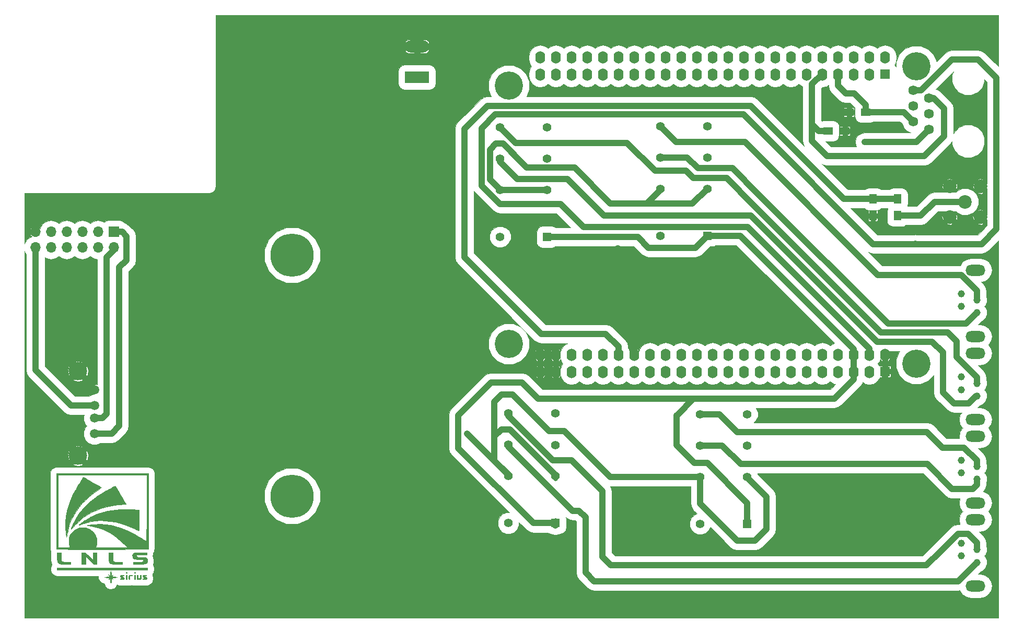
<source format=gbr>
G04 #@! TF.FileFunction,Copper,L1,Top,Signal*
%FSLAX46Y46*%
G04 Gerber Fmt 4.6, Leading zero omitted, Abs format (unit mm)*
G04 Created by KiCad (PCBNEW 4.0.7-e2-6376~58~ubuntu16.04.1) date Wed Jul  4 08:34:24 2018*
%MOMM*%
%LPD*%
G01*
G04 APERTURE LIST*
%ADD10C,0.100000*%
%ADD11C,0.010000*%
%ADD12R,1.700000X1.700000*%
%ADD13O,1.700000X1.700000*%
%ADD14R,1.600000X1.600000*%
%ADD15O,1.600000X2.000000*%
%ADD16R,1.400000X1.400000*%
%ADD17C,1.400000*%
%ADD18C,4.572000*%
%ADD19R,3.960000X1.980000*%
%ADD20O,3.960000X1.980000*%
%ADD21C,1.500000*%
%ADD22C,3.000000*%
%ADD23C,1.160000*%
%ADD24O,3.200000X1.800000*%
%ADD25C,7.000000*%
%ADD26C,1.590000*%
%ADD27C,2.200000*%
%ADD28R,1.300000X1.500000*%
%ADD29R,1.500000X1.300000*%
%ADD30C,0.600000*%
%ADD31C,1.000000*%
%ADD32C,0.800000*%
%ADD33C,0.400000*%
%ADD34C,0.050000*%
G04 APERTURE END LIST*
D10*
D11*
G36*
X72001687Y-129464995D02*
X72007337Y-129485688D01*
X72025260Y-129576407D01*
X72045397Y-129715323D01*
X72063456Y-129872752D01*
X72063823Y-129876457D01*
X72080064Y-130020352D01*
X72096604Y-130133288D01*
X72110137Y-130193075D01*
X72111341Y-130195523D01*
X72148917Y-130194159D01*
X72215203Y-130148041D01*
X72223984Y-130140010D01*
X72304571Y-130081616D01*
X72343532Y-130083480D01*
X72331149Y-130134514D01*
X72278631Y-130202353D01*
X72223963Y-130273799D01*
X72209879Y-130321278D01*
X72212106Y-130324701D01*
X72259447Y-130338656D01*
X72366577Y-130355952D01*
X72515361Y-130373942D01*
X72619312Y-130384168D01*
X72827272Y-130403913D01*
X72960416Y-130419646D01*
X73021886Y-130432852D01*
X73014827Y-130445010D01*
X72942381Y-130457605D01*
X72807692Y-130472117D01*
X72806169Y-130472265D01*
X72632503Y-130489639D01*
X72458410Y-130507964D01*
X72343660Y-130520749D01*
X72154689Y-130542764D01*
X72262657Y-130655459D01*
X72329637Y-130741292D01*
X72342454Y-130791023D01*
X72307127Y-130793812D01*
X72229672Y-130738821D01*
X72220881Y-130730705D01*
X72167980Y-130685108D01*
X72131811Y-130673049D01*
X72107476Y-130704353D01*
X72090077Y-130788845D01*
X72074717Y-130936349D01*
X72065873Y-131041655D01*
X72044380Y-131227187D01*
X72016505Y-131342932D01*
X71983291Y-131386025D01*
X71949819Y-131360530D01*
X71935241Y-131304602D01*
X71918898Y-131192341D01*
X71903797Y-131045422D01*
X71900539Y-131005432D01*
X71884631Y-130836415D01*
X71865952Y-130737162D01*
X71840252Y-130699298D01*
X71803280Y-130714448D01*
X71770631Y-130749430D01*
X71714221Y-130798554D01*
X71687692Y-130808046D01*
X71654307Y-130782423D01*
X71666049Y-130721016D01*
X71716758Y-130647012D01*
X71735285Y-130628823D01*
X71817169Y-130554718D01*
X71725515Y-130528969D01*
X71631694Y-130512347D01*
X71500262Y-130500041D01*
X71438477Y-130497073D01*
X71283588Y-130486725D01*
X71130265Y-130468183D01*
X71086785Y-130460715D01*
X71009755Y-130444668D01*
X70985854Y-130433348D01*
X71022142Y-130423281D01*
X71125676Y-130410992D01*
X71204015Y-130403015D01*
X71373289Y-130385385D01*
X71538907Y-130367132D01*
X71648017Y-130354272D01*
X71818481Y-130333018D01*
X71709482Y-130219247D01*
X71642784Y-130133919D01*
X71628527Y-130083092D01*
X71661381Y-130077983D01*
X71736016Y-130129811D01*
X71747124Y-130140010D01*
X71814996Y-130190702D01*
X71856925Y-130198160D01*
X71859072Y-130195523D01*
X71872384Y-130142417D01*
X71888920Y-130035465D01*
X71903841Y-129909276D01*
X71921816Y-129751164D01*
X71941364Y-129603071D01*
X71954610Y-129518507D01*
X71971807Y-129431092D01*
X71984521Y-129415109D01*
X72001687Y-129464995D01*
X72001687Y-129464995D01*
G37*
X72001687Y-129464995D02*
X72007337Y-129485688D01*
X72025260Y-129576407D01*
X72045397Y-129715323D01*
X72063456Y-129872752D01*
X72063823Y-129876457D01*
X72080064Y-130020352D01*
X72096604Y-130133288D01*
X72110137Y-130193075D01*
X72111341Y-130195523D01*
X72148917Y-130194159D01*
X72215203Y-130148041D01*
X72223984Y-130140010D01*
X72304571Y-130081616D01*
X72343532Y-130083480D01*
X72331149Y-130134514D01*
X72278631Y-130202353D01*
X72223963Y-130273799D01*
X72209879Y-130321278D01*
X72212106Y-130324701D01*
X72259447Y-130338656D01*
X72366577Y-130355952D01*
X72515361Y-130373942D01*
X72619312Y-130384168D01*
X72827272Y-130403913D01*
X72960416Y-130419646D01*
X73021886Y-130432852D01*
X73014827Y-130445010D01*
X72942381Y-130457605D01*
X72807692Y-130472117D01*
X72806169Y-130472265D01*
X72632503Y-130489639D01*
X72458410Y-130507964D01*
X72343660Y-130520749D01*
X72154689Y-130542764D01*
X72262657Y-130655459D01*
X72329637Y-130741292D01*
X72342454Y-130791023D01*
X72307127Y-130793812D01*
X72229672Y-130738821D01*
X72220881Y-130730705D01*
X72167980Y-130685108D01*
X72131811Y-130673049D01*
X72107476Y-130704353D01*
X72090077Y-130788845D01*
X72074717Y-130936349D01*
X72065873Y-131041655D01*
X72044380Y-131227187D01*
X72016505Y-131342932D01*
X71983291Y-131386025D01*
X71949819Y-131360530D01*
X71935241Y-131304602D01*
X71918898Y-131192341D01*
X71903797Y-131045422D01*
X71900539Y-131005432D01*
X71884631Y-130836415D01*
X71865952Y-130737162D01*
X71840252Y-130699298D01*
X71803280Y-130714448D01*
X71770631Y-130749430D01*
X71714221Y-130798554D01*
X71687692Y-130808046D01*
X71654307Y-130782423D01*
X71666049Y-130721016D01*
X71716758Y-130647012D01*
X71735285Y-130628823D01*
X71817169Y-130554718D01*
X71725515Y-130528969D01*
X71631694Y-130512347D01*
X71500262Y-130500041D01*
X71438477Y-130497073D01*
X71283588Y-130486725D01*
X71130265Y-130468183D01*
X71086785Y-130460715D01*
X71009755Y-130444668D01*
X70985854Y-130433348D01*
X71022142Y-130423281D01*
X71125676Y-130410992D01*
X71204015Y-130403015D01*
X71373289Y-130385385D01*
X71538907Y-130367132D01*
X71648017Y-130354272D01*
X71818481Y-130333018D01*
X71709482Y-130219247D01*
X71642784Y-130133919D01*
X71628527Y-130083092D01*
X71661381Y-130077983D01*
X71736016Y-130129811D01*
X71747124Y-130140010D01*
X71814996Y-130190702D01*
X71856925Y-130198160D01*
X71859072Y-130195523D01*
X71872384Y-130142417D01*
X71888920Y-130035465D01*
X71903841Y-129909276D01*
X71921816Y-129751164D01*
X71941364Y-129603071D01*
X71954610Y-129518507D01*
X71971807Y-129431092D01*
X71984521Y-129415109D01*
X72001687Y-129464995D01*
G36*
X73964869Y-130068174D02*
X74039175Y-130079648D01*
X74070410Y-130105564D01*
X74076169Y-130143738D01*
X74067226Y-130188136D01*
X74028271Y-130211741D01*
X73941114Y-130220898D01*
X73851477Y-130222105D01*
X73626785Y-130222319D01*
X73890554Y-130380578D01*
X74033933Y-130472737D01*
X74117213Y-130543601D01*
X74151677Y-130603693D01*
X74154323Y-130626549D01*
X74139715Y-130712541D01*
X74087665Y-130767464D01*
X73985836Y-130797225D01*
X73821891Y-130807731D01*
X73775277Y-130808046D01*
X73627845Y-130806101D01*
X73542134Y-130797273D01*
X73501746Y-130777069D01*
X73490284Y-130740997D01*
X73490015Y-130729892D01*
X73498282Y-130686912D01*
X73534787Y-130663239D01*
X73617092Y-130653216D01*
X73734246Y-130651207D01*
X73978477Y-130650677D01*
X73734246Y-130505915D01*
X73602078Y-130422351D01*
X73526766Y-130358232D01*
X73494484Y-130299652D01*
X73490015Y-130260260D01*
X73505543Y-130163787D01*
X73560511Y-130103988D01*
X73667501Y-130073660D01*
X73829985Y-130065584D01*
X73964869Y-130068174D01*
X73964869Y-130068174D01*
G37*
X73964869Y-130068174D02*
X74039175Y-130079648D01*
X74070410Y-130105564D01*
X74076169Y-130143738D01*
X74067226Y-130188136D01*
X74028271Y-130211741D01*
X73941114Y-130220898D01*
X73851477Y-130222105D01*
X73626785Y-130222319D01*
X73890554Y-130380578D01*
X74033933Y-130472737D01*
X74117213Y-130543601D01*
X74151677Y-130603693D01*
X74154323Y-130626549D01*
X74139715Y-130712541D01*
X74087665Y-130767464D01*
X73985836Y-130797225D01*
X73821891Y-130807731D01*
X73775277Y-130808046D01*
X73627845Y-130806101D01*
X73542134Y-130797273D01*
X73501746Y-130777069D01*
X73490284Y-130740997D01*
X73490015Y-130729892D01*
X73498282Y-130686912D01*
X73534787Y-130663239D01*
X73617092Y-130653216D01*
X73734246Y-130651207D01*
X73978477Y-130650677D01*
X73734246Y-130505915D01*
X73602078Y-130422351D01*
X73526766Y-130358232D01*
X73494484Y-130299652D01*
X73490015Y-130260260D01*
X73505543Y-130163787D01*
X73560511Y-130103988D01*
X73667501Y-130073660D01*
X73829985Y-130065584D01*
X73964869Y-130068174D01*
G36*
X74570811Y-130068162D02*
X74599354Y-130085655D01*
X74615035Y-130132704D01*
X74621707Y-130223946D01*
X74623221Y-130374021D01*
X74623246Y-130436815D01*
X74622568Y-130608793D01*
X74617964Y-130717256D01*
X74605583Y-130776844D01*
X74581572Y-130802196D01*
X74542078Y-130807952D01*
X74525554Y-130808046D01*
X74480296Y-130805468D01*
X74451753Y-130787974D01*
X74436072Y-130740926D01*
X74429401Y-130649684D01*
X74427886Y-130499609D01*
X74427861Y-130436815D01*
X74428540Y-130264837D01*
X74433143Y-130156374D01*
X74445524Y-130096786D01*
X74469536Y-130071433D01*
X74509029Y-130065678D01*
X74525554Y-130065584D01*
X74570811Y-130068162D01*
X74570811Y-130068162D01*
G37*
X74570811Y-130068162D02*
X74599354Y-130085655D01*
X74615035Y-130132704D01*
X74621707Y-130223946D01*
X74623221Y-130374021D01*
X74623246Y-130436815D01*
X74622568Y-130608793D01*
X74617964Y-130717256D01*
X74605583Y-130776844D01*
X74581572Y-130802196D01*
X74542078Y-130807952D01*
X74525554Y-130808046D01*
X74480296Y-130805468D01*
X74451753Y-130787974D01*
X74436072Y-130740926D01*
X74429401Y-130649684D01*
X74427886Y-130499609D01*
X74427861Y-130436815D01*
X74428540Y-130264837D01*
X74433143Y-130156374D01*
X74445524Y-130096786D01*
X74469536Y-130071433D01*
X74509029Y-130065678D01*
X74525554Y-130065584D01*
X74570811Y-130068162D01*
G36*
X75371638Y-130068174D02*
X75445945Y-130079648D01*
X75477179Y-130105564D01*
X75482938Y-130143738D01*
X75473610Y-130188903D01*
X75433276Y-130212431D01*
X75343416Y-130221058D01*
X75268015Y-130221892D01*
X75053092Y-130221892D01*
X75053092Y-130514969D01*
X75051246Y-130664815D01*
X75042829Y-130752736D01*
X75023522Y-130794928D01*
X74989007Y-130807586D01*
X74974938Y-130808046D01*
X74936571Y-130801732D01*
X74913307Y-130772488D01*
X74901423Y-130704860D01*
X74897196Y-130583396D01*
X74896785Y-130483707D01*
X74902683Y-130302562D01*
X74919300Y-130174126D01*
X74943677Y-130112476D01*
X75007203Y-130086908D01*
X75124100Y-130070091D01*
X75236754Y-130065584D01*
X75371638Y-130068174D01*
X75371638Y-130068174D01*
G37*
X75371638Y-130068174D02*
X75445945Y-130079648D01*
X75477179Y-130105564D01*
X75482938Y-130143738D01*
X75473610Y-130188903D01*
X75433276Y-130212431D01*
X75343416Y-130221058D01*
X75268015Y-130221892D01*
X75053092Y-130221892D01*
X75053092Y-130514969D01*
X75051246Y-130664815D01*
X75042829Y-130752736D01*
X75023522Y-130794928D01*
X74989007Y-130807586D01*
X74974938Y-130808046D01*
X74936571Y-130801732D01*
X74913307Y-130772488D01*
X74901423Y-130704860D01*
X74897196Y-130583396D01*
X74896785Y-130483707D01*
X74902683Y-130302562D01*
X74919300Y-130174126D01*
X74943677Y-130112476D01*
X75007203Y-130086908D01*
X75124100Y-130070091D01*
X75236754Y-130065584D01*
X75371638Y-130068174D01*
G36*
X75899426Y-130068162D02*
X75927969Y-130085655D01*
X75943651Y-130132704D01*
X75950322Y-130223946D01*
X75951837Y-130374021D01*
X75951861Y-130436815D01*
X75951183Y-130608793D01*
X75946579Y-130717256D01*
X75934198Y-130776844D01*
X75910187Y-130802196D01*
X75870694Y-130807952D01*
X75854169Y-130808046D01*
X75808912Y-130805468D01*
X75780369Y-130787974D01*
X75764688Y-130740926D01*
X75758016Y-130649684D01*
X75756502Y-130499609D01*
X75756477Y-130436815D01*
X75757155Y-130264837D01*
X75761759Y-130156374D01*
X75774140Y-130096786D01*
X75798151Y-130071433D01*
X75837644Y-130065678D01*
X75854169Y-130065584D01*
X75899426Y-130068162D01*
X75899426Y-130068162D01*
G37*
X75899426Y-130068162D02*
X75927969Y-130085655D01*
X75943651Y-130132704D01*
X75950322Y-130223946D01*
X75951837Y-130374021D01*
X75951861Y-130436815D01*
X75951183Y-130608793D01*
X75946579Y-130717256D01*
X75934198Y-130776844D01*
X75910187Y-130802196D01*
X75870694Y-130807952D01*
X75854169Y-130808046D01*
X75808912Y-130805468D01*
X75780369Y-130787974D01*
X75764688Y-130740926D01*
X75758016Y-130649684D01*
X75756502Y-130499609D01*
X75756477Y-130436815D01*
X75757155Y-130264837D01*
X75761759Y-130156374D01*
X75774140Y-130096786D01*
X75798151Y-130071433D01*
X75837644Y-130065678D01*
X75854169Y-130065584D01*
X75899426Y-130068162D01*
G36*
X76849921Y-130071898D02*
X76873185Y-130101142D01*
X76885069Y-130168770D01*
X76889296Y-130290233D01*
X76889708Y-130389923D01*
X76883809Y-130571068D01*
X76867192Y-130699504D01*
X76842815Y-130761153D01*
X76783723Y-130783301D01*
X76673920Y-130799059D01*
X76539508Y-130807508D01*
X76406589Y-130807726D01*
X76301263Y-130798796D01*
X76251451Y-130781994D01*
X76239792Y-130733606D01*
X76230829Y-130626489D01*
X76225923Y-130480056D01*
X76225400Y-130410764D01*
X76226752Y-130245517D01*
X76233076Y-130143402D01*
X76247767Y-130089411D01*
X76274224Y-130068536D01*
X76303554Y-130065584D01*
X76343513Y-130072506D01*
X76366958Y-130104070D01*
X76378210Y-130176471D01*
X76381585Y-130305905D01*
X76381708Y-130358661D01*
X76381708Y-130651738D01*
X76733400Y-130651738D01*
X76733400Y-130358661D01*
X76735246Y-130208814D01*
X76743663Y-130120893D01*
X76762970Y-130078702D01*
X76797486Y-130066044D01*
X76811554Y-130065584D01*
X76849921Y-130071898D01*
X76849921Y-130071898D01*
G37*
X76849921Y-130071898D02*
X76873185Y-130101142D01*
X76885069Y-130168770D01*
X76889296Y-130290233D01*
X76889708Y-130389923D01*
X76883809Y-130571068D01*
X76867192Y-130699504D01*
X76842815Y-130761153D01*
X76783723Y-130783301D01*
X76673920Y-130799059D01*
X76539508Y-130807508D01*
X76406589Y-130807726D01*
X76301263Y-130798796D01*
X76251451Y-130781994D01*
X76239792Y-130733606D01*
X76230829Y-130626489D01*
X76225923Y-130480056D01*
X76225400Y-130410764D01*
X76226752Y-130245517D01*
X76233076Y-130143402D01*
X76247767Y-130089411D01*
X76274224Y-130068536D01*
X76303554Y-130065584D01*
X76343513Y-130072506D01*
X76366958Y-130104070D01*
X76378210Y-130176471D01*
X76381585Y-130305905D01*
X76381708Y-130358661D01*
X76381708Y-130651738D01*
X76733400Y-130651738D01*
X76733400Y-130358661D01*
X76735246Y-130208814D01*
X76743663Y-130120893D01*
X76762970Y-130078702D01*
X76797486Y-130066044D01*
X76811554Y-130065584D01*
X76849921Y-130071898D01*
G36*
X77638100Y-130068174D02*
X77712406Y-130079648D01*
X77743640Y-130105564D01*
X77749400Y-130143738D01*
X77740457Y-130188136D01*
X77701502Y-130211741D01*
X77614345Y-130220898D01*
X77524708Y-130222105D01*
X77300015Y-130222319D01*
X77563785Y-130380578D01*
X77707164Y-130472737D01*
X77790444Y-130543601D01*
X77824908Y-130603693D01*
X77827554Y-130626549D01*
X77812945Y-130712541D01*
X77760895Y-130767464D01*
X77659067Y-130797225D01*
X77495122Y-130807731D01*
X77448508Y-130808046D01*
X77301076Y-130806101D01*
X77215364Y-130797273D01*
X77174976Y-130777069D01*
X77163515Y-130740997D01*
X77163246Y-130729892D01*
X77171512Y-130686912D01*
X77208018Y-130663239D01*
X77290323Y-130653216D01*
X77407477Y-130651207D01*
X77651708Y-130650677D01*
X77407477Y-130505915D01*
X77275309Y-130422351D01*
X77199997Y-130358232D01*
X77167715Y-130299652D01*
X77163246Y-130260260D01*
X77178773Y-130163787D01*
X77233742Y-130103988D01*
X77340732Y-130073660D01*
X77503215Y-130065584D01*
X77638100Y-130068174D01*
X77638100Y-130068174D01*
G37*
X77638100Y-130068174D02*
X77712406Y-130079648D01*
X77743640Y-130105564D01*
X77749400Y-130143738D01*
X77740457Y-130188136D01*
X77701502Y-130211741D01*
X77614345Y-130220898D01*
X77524708Y-130222105D01*
X77300015Y-130222319D01*
X77563785Y-130380578D01*
X77707164Y-130472737D01*
X77790444Y-130543601D01*
X77824908Y-130603693D01*
X77827554Y-130626549D01*
X77812945Y-130712541D01*
X77760895Y-130767464D01*
X77659067Y-130797225D01*
X77495122Y-130807731D01*
X77448508Y-130808046D01*
X77301076Y-130806101D01*
X77215364Y-130797273D01*
X77174976Y-130777069D01*
X77163515Y-130740997D01*
X77163246Y-130729892D01*
X77171512Y-130686912D01*
X77208018Y-130663239D01*
X77290323Y-130653216D01*
X77407477Y-130651207D01*
X77651708Y-130650677D01*
X77407477Y-130505915D01*
X77275309Y-130422351D01*
X77199997Y-130358232D01*
X77167715Y-130299652D01*
X77163246Y-130260260D01*
X77178773Y-130163787D01*
X77233742Y-130103988D01*
X77340732Y-130073660D01*
X77503215Y-130065584D01*
X77638100Y-130068174D01*
G36*
X71614323Y-130006969D02*
X71594785Y-130026507D01*
X71575246Y-130006969D01*
X71594785Y-129987430D01*
X71614323Y-130006969D01*
X71614323Y-130006969D01*
G37*
X71614323Y-130006969D02*
X71594785Y-130026507D01*
X71575246Y-130006969D01*
X71594785Y-129987430D01*
X71614323Y-130006969D01*
G36*
X74602160Y-129654055D02*
X74623246Y-129713892D01*
X74600350Y-129775177D01*
X74525554Y-129792046D01*
X74448947Y-129773729D01*
X74427861Y-129713892D01*
X74450758Y-129652606D01*
X74525554Y-129635738D01*
X74602160Y-129654055D01*
X74602160Y-129654055D01*
G37*
X74602160Y-129654055D02*
X74623246Y-129713892D01*
X74600350Y-129775177D01*
X74525554Y-129792046D01*
X74448947Y-129773729D01*
X74427861Y-129713892D01*
X74450758Y-129652606D01*
X74525554Y-129635738D01*
X74602160Y-129654055D01*
G36*
X75930776Y-129654055D02*
X75951861Y-129713892D01*
X75928965Y-129775177D01*
X75854169Y-129792046D01*
X75777562Y-129773729D01*
X75756477Y-129713892D01*
X75779373Y-129652606D01*
X75854169Y-129635738D01*
X75930776Y-129654055D01*
X75930776Y-129654055D01*
G37*
X75930776Y-129654055D02*
X75951861Y-129713892D01*
X75928965Y-129775177D01*
X75854169Y-129792046D01*
X75777562Y-129773729D01*
X75756477Y-129713892D01*
X75779373Y-129652606D01*
X75854169Y-129635738D01*
X75930776Y-129654055D01*
G36*
X77944785Y-129244969D02*
X63290938Y-129244969D01*
X63290938Y-128932353D01*
X77944785Y-128932353D01*
X77944785Y-129244969D01*
X77944785Y-129244969D01*
G37*
X77944785Y-129244969D02*
X63290938Y-129244969D01*
X63290938Y-128932353D01*
X77944785Y-128932353D01*
X77944785Y-129244969D01*
G36*
X63955246Y-127097514D02*
X63954975Y-127377433D01*
X63960548Y-127588866D01*
X63981544Y-127741393D01*
X64027542Y-127844594D01*
X64108123Y-127908048D01*
X64232865Y-127941335D01*
X64411348Y-127954033D01*
X64653152Y-127955723D01*
X64813162Y-127955430D01*
X65479246Y-127955430D01*
X65479246Y-128307123D01*
X64647372Y-128307123D01*
X64369505Y-128306682D01*
X64157790Y-128304661D01*
X64000230Y-128300011D01*
X63884824Y-128291683D01*
X63799574Y-128278630D01*
X63732481Y-128259802D01*
X63671545Y-128234152D01*
X63641141Y-128219200D01*
X63491919Y-128117241D01*
X63387468Y-127973570D01*
X63378861Y-127956920D01*
X63346627Y-127887445D01*
X63323366Y-127817252D01*
X63307630Y-127732354D01*
X63297974Y-127618770D01*
X63292951Y-127462515D01*
X63291115Y-127249605D01*
X63290938Y-127106996D01*
X63290938Y-126431430D01*
X63955246Y-126431430D01*
X63955246Y-127097514D01*
X63955246Y-127097514D01*
G37*
X63955246Y-127097514D02*
X63954975Y-127377433D01*
X63960548Y-127588866D01*
X63981544Y-127741393D01*
X64027542Y-127844594D01*
X64108123Y-127908048D01*
X64232865Y-127941335D01*
X64411348Y-127954033D01*
X64653152Y-127955723D01*
X64813162Y-127955430D01*
X65479246Y-127955430D01*
X65479246Y-128307123D01*
X64647372Y-128307123D01*
X64369505Y-128306682D01*
X64157790Y-128304661D01*
X64000230Y-128300011D01*
X63884824Y-128291683D01*
X63799574Y-128278630D01*
X63732481Y-128259802D01*
X63671545Y-128234152D01*
X63641141Y-128219200D01*
X63491919Y-128117241D01*
X63387468Y-127973570D01*
X63378861Y-127956920D01*
X63346627Y-127887445D01*
X63323366Y-127817252D01*
X63307630Y-127732354D01*
X63297974Y-127618770D01*
X63292951Y-127462515D01*
X63291115Y-127249605D01*
X63290938Y-127106996D01*
X63290938Y-126431430D01*
X63955246Y-126431430D01*
X63955246Y-127097514D01*
G36*
X69738631Y-128307123D02*
X69172878Y-128307123D01*
X68537447Y-127672567D01*
X67902015Y-127038011D01*
X67902015Y-128307123D01*
X67276785Y-128307123D01*
X67276785Y-126431430D01*
X67540554Y-126432316D01*
X67804323Y-126433203D01*
X69074323Y-127650027D01*
X69074323Y-126431430D01*
X69738631Y-126431430D01*
X69738631Y-128307123D01*
X69738631Y-128307123D01*
G37*
X69738631Y-128307123D02*
X69172878Y-128307123D01*
X68537447Y-127672567D01*
X67902015Y-127038011D01*
X67902015Y-128307123D01*
X67276785Y-128307123D01*
X67276785Y-126431430D01*
X67540554Y-126432316D01*
X67804323Y-126433203D01*
X69074323Y-127650027D01*
X69074323Y-126431430D01*
X69738631Y-126431430D01*
X69738631Y-128307123D01*
G36*
X72317708Y-127097514D02*
X72318067Y-127340349D01*
X72320198Y-127517573D01*
X72325679Y-127641731D01*
X72336089Y-127725367D01*
X72353007Y-127781023D01*
X72378012Y-127821244D01*
X72412684Y-127858574D01*
X72413624Y-127859514D01*
X72451036Y-127894431D01*
X72491046Y-127919644D01*
X72546198Y-127936734D01*
X72629035Y-127947278D01*
X72752102Y-127952856D01*
X72927941Y-127955047D01*
X73169096Y-127955430D01*
X73841708Y-127955430D01*
X73841708Y-128307123D01*
X73009834Y-128307123D01*
X72731966Y-128306682D01*
X72520252Y-128304661D01*
X72362691Y-128300011D01*
X72247286Y-128291683D01*
X72162036Y-128278630D01*
X72094942Y-128259802D01*
X72034007Y-128234152D01*
X72003603Y-128219200D01*
X71854381Y-128117241D01*
X71749929Y-127973570D01*
X71741323Y-127956920D01*
X71709089Y-127887445D01*
X71685827Y-127817252D01*
X71670092Y-127732354D01*
X71660436Y-127618770D01*
X71655413Y-127462515D01*
X71653576Y-127249605D01*
X71653400Y-127106996D01*
X71653400Y-126431430D01*
X72317708Y-126431430D01*
X72317708Y-127097514D01*
X72317708Y-127097514D01*
G37*
X72317708Y-127097514D02*
X72318067Y-127340349D01*
X72320198Y-127517573D01*
X72325679Y-127641731D01*
X72336089Y-127725367D01*
X72353007Y-127781023D01*
X72378012Y-127821244D01*
X72412684Y-127858574D01*
X72413624Y-127859514D01*
X72451036Y-127894431D01*
X72491046Y-127919644D01*
X72546198Y-127936734D01*
X72629035Y-127947278D01*
X72752102Y-127952856D01*
X72927941Y-127955047D01*
X73169096Y-127955430D01*
X73841708Y-127955430D01*
X73841708Y-128307123D01*
X73009834Y-128307123D01*
X72731966Y-128306682D01*
X72520252Y-128304661D01*
X72362691Y-128300011D01*
X72247286Y-128291683D01*
X72162036Y-128278630D01*
X72094942Y-128259802D01*
X72034007Y-128234152D01*
X72003603Y-128219200D01*
X71854381Y-128117241D01*
X71749929Y-127973570D01*
X71741323Y-127956920D01*
X71709089Y-127887445D01*
X71685827Y-127817252D01*
X71670092Y-127732354D01*
X71660436Y-127618770D01*
X71655413Y-127462515D01*
X71653576Y-127249605D01*
X71653400Y-127106996D01*
X71653400Y-126431430D01*
X72317708Y-126431430D01*
X72317708Y-127097514D01*
G36*
X77788477Y-126783123D02*
X76227202Y-126783123D01*
X76164908Y-126878194D01*
X76129842Y-126989562D01*
X76166725Y-127090932D01*
X76269487Y-127167741D01*
X76288935Y-127175762D01*
X76361585Y-127188872D01*
X76495843Y-127199978D01*
X76675170Y-127208186D01*
X76883029Y-127212603D01*
X76980175Y-127213115D01*
X77213738Y-127214218D01*
X77383530Y-127218441D01*
X77503917Y-127227354D01*
X77589264Y-127242529D01*
X77653940Y-127265535D01*
X77702905Y-127292124D01*
X77835280Y-127415242D01*
X77915949Y-127579198D01*
X77940522Y-127762628D01*
X77904608Y-127944167D01*
X77856082Y-128037575D01*
X77798985Y-128116631D01*
X77739062Y-128178554D01*
X77666369Y-128225424D01*
X77570961Y-128259321D01*
X77442893Y-128282322D01*
X77272223Y-128296509D01*
X77049004Y-128303960D01*
X76763293Y-128306755D01*
X76567323Y-128307062D01*
X75639246Y-128307123D01*
X75639246Y-127955430D01*
X76395190Y-127955430D01*
X76658921Y-127954821D01*
X76855586Y-127952350D01*
X76996266Y-127947052D01*
X77092043Y-127937962D01*
X77153999Y-127924115D01*
X77193216Y-127904547D01*
X77215805Y-127883969D01*
X77273908Y-127774033D01*
X77261501Y-127665154D01*
X77193628Y-127586415D01*
X77144130Y-127562308D01*
X77067462Y-127545215D01*
X76951611Y-127534101D01*
X76784561Y-127527928D01*
X76554299Y-127525662D01*
X76488303Y-127525584D01*
X76216427Y-127523182D01*
X76010423Y-127513820D01*
X75858099Y-127494269D01*
X75747262Y-127461297D01*
X75665718Y-127411673D01*
X75601276Y-127342166D01*
X75559510Y-127279456D01*
X75498107Y-127114472D01*
X75486504Y-126925459D01*
X75524866Y-126746976D01*
X75556625Y-126682303D01*
X75606271Y-126609356D01*
X75662341Y-126552015D01*
X75734381Y-126508421D01*
X75831940Y-126476718D01*
X75964566Y-126455050D01*
X76141806Y-126441560D01*
X76373208Y-126434392D01*
X76668321Y-126431688D01*
X76846767Y-126431430D01*
X77788477Y-126431430D01*
X77788477Y-126783123D01*
X77788477Y-126783123D01*
G37*
X77788477Y-126783123D02*
X76227202Y-126783123D01*
X76164908Y-126878194D01*
X76129842Y-126989562D01*
X76166725Y-127090932D01*
X76269487Y-127167741D01*
X76288935Y-127175762D01*
X76361585Y-127188872D01*
X76495843Y-127199978D01*
X76675170Y-127208186D01*
X76883029Y-127212603D01*
X76980175Y-127213115D01*
X77213738Y-127214218D01*
X77383530Y-127218441D01*
X77503917Y-127227354D01*
X77589264Y-127242529D01*
X77653940Y-127265535D01*
X77702905Y-127292124D01*
X77835280Y-127415242D01*
X77915949Y-127579198D01*
X77940522Y-127762628D01*
X77904608Y-127944167D01*
X77856082Y-128037575D01*
X77798985Y-128116631D01*
X77739062Y-128178554D01*
X77666369Y-128225424D01*
X77570961Y-128259321D01*
X77442893Y-128282322D01*
X77272223Y-128296509D01*
X77049004Y-128303960D01*
X76763293Y-128306755D01*
X76567323Y-128307062D01*
X75639246Y-128307123D01*
X75639246Y-127955430D01*
X76395190Y-127955430D01*
X76658921Y-127954821D01*
X76855586Y-127952350D01*
X76996266Y-127947052D01*
X77092043Y-127937962D01*
X77153999Y-127924115D01*
X77193216Y-127904547D01*
X77215805Y-127883969D01*
X77273908Y-127774033D01*
X77261501Y-127665154D01*
X77193628Y-127586415D01*
X77144130Y-127562308D01*
X77067462Y-127545215D01*
X76951611Y-127534101D01*
X76784561Y-127527928D01*
X76554299Y-127525662D01*
X76488303Y-127525584D01*
X76216427Y-127523182D01*
X76010423Y-127513820D01*
X75858099Y-127494269D01*
X75747262Y-127461297D01*
X75665718Y-127411673D01*
X75601276Y-127342166D01*
X75559510Y-127279456D01*
X75498107Y-127114472D01*
X75486504Y-126925459D01*
X75524866Y-126746976D01*
X75556625Y-126682303D01*
X75606271Y-126609356D01*
X75662341Y-126552015D01*
X75734381Y-126508421D01*
X75831940Y-126476718D01*
X75964566Y-126455050D01*
X76141806Y-126441560D01*
X76373208Y-126434392D01*
X76668321Y-126431688D01*
X76846767Y-126431430D01*
X77788477Y-126431430D01*
X77788477Y-126783123D01*
G36*
X78042477Y-125903892D02*
X70626443Y-125913762D01*
X69700527Y-125914903D01*
X68849954Y-125915749D01*
X68071915Y-125916286D01*
X67363601Y-125916498D01*
X66722200Y-125916370D01*
X66144904Y-125915889D01*
X65628904Y-125915039D01*
X65171388Y-125913805D01*
X64769547Y-125912173D01*
X64420573Y-125910128D01*
X64121654Y-125907655D01*
X63869981Y-125904739D01*
X63662745Y-125901366D01*
X63497135Y-125897520D01*
X63370342Y-125893188D01*
X63279557Y-125888354D01*
X63221969Y-125883003D01*
X63194768Y-125877121D01*
X63191792Y-125874685D01*
X63189768Y-125830751D01*
X63187932Y-125712891D01*
X63186289Y-125525330D01*
X63184845Y-125272296D01*
X63183606Y-124958015D01*
X63182578Y-124586713D01*
X63181767Y-124162619D01*
X63181178Y-123689957D01*
X63180818Y-123172956D01*
X63180692Y-122615842D01*
X63180807Y-122022840D01*
X63181167Y-121398179D01*
X63181780Y-120746085D01*
X63182651Y-120070784D01*
X63183210Y-119710200D01*
X63192829Y-113848661D01*
X63447246Y-113848661D01*
X63447246Y-125649892D01*
X64404631Y-125649892D01*
X64668861Y-125649458D01*
X64905154Y-125648239D01*
X65102941Y-125646358D01*
X65251651Y-125643937D01*
X65340717Y-125641100D01*
X65362015Y-125638768D01*
X65349689Y-125599264D01*
X65317526Y-125507161D01*
X65276899Y-125394537D01*
X65213134Y-125151054D01*
X65176809Y-124862809D01*
X65168655Y-124558488D01*
X65189403Y-124266777D01*
X65239784Y-124016363D01*
X65241621Y-124010249D01*
X65397915Y-123622298D01*
X65614580Y-123276041D01*
X65884067Y-122977174D01*
X66198826Y-122731395D01*
X66551308Y-122544400D01*
X66933963Y-122421885D01*
X67339242Y-122369548D01*
X67417989Y-122368008D01*
X67732578Y-122382954D01*
X68008721Y-122434444D01*
X68280657Y-122530303D01*
X68429554Y-122599189D01*
X68793015Y-122819415D01*
X69101693Y-123091301D01*
X69351722Y-123407726D01*
X69539241Y-123761570D01*
X69660384Y-124145711D01*
X69711288Y-124553029D01*
X69694282Y-124930116D01*
X69664679Y-125110082D01*
X69623182Y-125291374D01*
X69580794Y-125428857D01*
X69538717Y-125541169D01*
X69510892Y-125618525D01*
X69504189Y-125640123D01*
X69542194Y-125641785D01*
X69651946Y-125643359D01*
X69827037Y-125644819D01*
X70061059Y-125646142D01*
X70347605Y-125647304D01*
X70680267Y-125648280D01*
X71052637Y-125649047D01*
X71458309Y-125649581D01*
X71890875Y-125649858D01*
X72109183Y-125649892D01*
X74714197Y-125649892D01*
X74229106Y-125157958D01*
X73548878Y-124513227D01*
X72854149Y-123944552D01*
X72143005Y-123450857D01*
X71413532Y-123031064D01*
X70663817Y-122684097D01*
X69891945Y-122408877D01*
X69096003Y-122204328D01*
X68918015Y-122168806D01*
X68699715Y-122126816D01*
X68505837Y-122088359D01*
X68350503Y-122056328D01*
X68247837Y-122033618D01*
X68214631Y-122024726D01*
X68212418Y-122007426D01*
X68279447Y-121986030D01*
X68406987Y-121961775D01*
X68586309Y-121935896D01*
X68808681Y-121909631D01*
X69065374Y-121884216D01*
X69347657Y-121860886D01*
X69397444Y-121857225D01*
X70244964Y-121834311D01*
X71103954Y-121885725D01*
X71967390Y-122009856D01*
X72828250Y-122205098D01*
X73679510Y-122469843D01*
X74514148Y-122802481D01*
X75325140Y-123201406D01*
X75366765Y-123224060D01*
X75537441Y-123318771D01*
X75759908Y-123444284D01*
X76018628Y-123591717D01*
X76298062Y-123752186D01*
X76582674Y-123916809D01*
X76799832Y-124043299D01*
X77045517Y-124186452D01*
X77268971Y-124315784D01*
X77461397Y-124426274D01*
X77613998Y-124512899D01*
X77717976Y-124570638D01*
X77764536Y-124594469D01*
X77765928Y-124594815D01*
X77768620Y-124556482D01*
X77771219Y-124444456D01*
X77773708Y-124263200D01*
X77776069Y-124017174D01*
X77778281Y-123710842D01*
X77780327Y-123348663D01*
X77782188Y-122935099D01*
X77783844Y-122474613D01*
X77785278Y-121971666D01*
X77786471Y-121430719D01*
X77787404Y-120856233D01*
X77788057Y-120252672D01*
X77788414Y-119624495D01*
X77788477Y-119221738D01*
X77788477Y-113848661D01*
X63447246Y-113848661D01*
X63192829Y-113848661D01*
X63193246Y-113594661D01*
X78042477Y-113594661D01*
X78042477Y-125903892D01*
X78042477Y-125903892D01*
G37*
X78042477Y-125903892D02*
X70626443Y-125913762D01*
X69700527Y-125914903D01*
X68849954Y-125915749D01*
X68071915Y-125916286D01*
X67363601Y-125916498D01*
X66722200Y-125916370D01*
X66144904Y-125915889D01*
X65628904Y-125915039D01*
X65171388Y-125913805D01*
X64769547Y-125912173D01*
X64420573Y-125910128D01*
X64121654Y-125907655D01*
X63869981Y-125904739D01*
X63662745Y-125901366D01*
X63497135Y-125897520D01*
X63370342Y-125893188D01*
X63279557Y-125888354D01*
X63221969Y-125883003D01*
X63194768Y-125877121D01*
X63191792Y-125874685D01*
X63189768Y-125830751D01*
X63187932Y-125712891D01*
X63186289Y-125525330D01*
X63184845Y-125272296D01*
X63183606Y-124958015D01*
X63182578Y-124586713D01*
X63181767Y-124162619D01*
X63181178Y-123689957D01*
X63180818Y-123172956D01*
X63180692Y-122615842D01*
X63180807Y-122022840D01*
X63181167Y-121398179D01*
X63181780Y-120746085D01*
X63182651Y-120070784D01*
X63183210Y-119710200D01*
X63192829Y-113848661D01*
X63447246Y-113848661D01*
X63447246Y-125649892D01*
X64404631Y-125649892D01*
X64668861Y-125649458D01*
X64905154Y-125648239D01*
X65102941Y-125646358D01*
X65251651Y-125643937D01*
X65340717Y-125641100D01*
X65362015Y-125638768D01*
X65349689Y-125599264D01*
X65317526Y-125507161D01*
X65276899Y-125394537D01*
X65213134Y-125151054D01*
X65176809Y-124862809D01*
X65168655Y-124558488D01*
X65189403Y-124266777D01*
X65239784Y-124016363D01*
X65241621Y-124010249D01*
X65397915Y-123622298D01*
X65614580Y-123276041D01*
X65884067Y-122977174D01*
X66198826Y-122731395D01*
X66551308Y-122544400D01*
X66933963Y-122421885D01*
X67339242Y-122369548D01*
X67417989Y-122368008D01*
X67732578Y-122382954D01*
X68008721Y-122434444D01*
X68280657Y-122530303D01*
X68429554Y-122599189D01*
X68793015Y-122819415D01*
X69101693Y-123091301D01*
X69351722Y-123407726D01*
X69539241Y-123761570D01*
X69660384Y-124145711D01*
X69711288Y-124553029D01*
X69694282Y-124930116D01*
X69664679Y-125110082D01*
X69623182Y-125291374D01*
X69580794Y-125428857D01*
X69538717Y-125541169D01*
X69510892Y-125618525D01*
X69504189Y-125640123D01*
X69542194Y-125641785D01*
X69651946Y-125643359D01*
X69827037Y-125644819D01*
X70061059Y-125646142D01*
X70347605Y-125647304D01*
X70680267Y-125648280D01*
X71052637Y-125649047D01*
X71458309Y-125649581D01*
X71890875Y-125649858D01*
X72109183Y-125649892D01*
X74714197Y-125649892D01*
X74229106Y-125157958D01*
X73548878Y-124513227D01*
X72854149Y-123944552D01*
X72143005Y-123450857D01*
X71413532Y-123031064D01*
X70663817Y-122684097D01*
X69891945Y-122408877D01*
X69096003Y-122204328D01*
X68918015Y-122168806D01*
X68699715Y-122126816D01*
X68505837Y-122088359D01*
X68350503Y-122056328D01*
X68247837Y-122033618D01*
X68214631Y-122024726D01*
X68212418Y-122007426D01*
X68279447Y-121986030D01*
X68406987Y-121961775D01*
X68586309Y-121935896D01*
X68808681Y-121909631D01*
X69065374Y-121884216D01*
X69347657Y-121860886D01*
X69397444Y-121857225D01*
X70244964Y-121834311D01*
X71103954Y-121885725D01*
X71967390Y-122009856D01*
X72828250Y-122205098D01*
X73679510Y-122469843D01*
X74514148Y-122802481D01*
X75325140Y-123201406D01*
X75366765Y-123224060D01*
X75537441Y-123318771D01*
X75759908Y-123444284D01*
X76018628Y-123591717D01*
X76298062Y-123752186D01*
X76582674Y-123916809D01*
X76799832Y-124043299D01*
X77045517Y-124186452D01*
X77268971Y-124315784D01*
X77461397Y-124426274D01*
X77613998Y-124512899D01*
X77717976Y-124570638D01*
X77764536Y-124594469D01*
X77765928Y-124594815D01*
X77768620Y-124556482D01*
X77771219Y-124444456D01*
X77773708Y-124263200D01*
X77776069Y-124017174D01*
X77778281Y-123710842D01*
X77780327Y-123348663D01*
X77782188Y-122935099D01*
X77783844Y-122474613D01*
X77785278Y-121971666D01*
X77786471Y-121430719D01*
X77787404Y-120856233D01*
X77788057Y-120252672D01*
X77788414Y-119624495D01*
X77788477Y-119221738D01*
X77788477Y-113848661D01*
X63447246Y-113848661D01*
X63192829Y-113848661D01*
X63193246Y-113594661D01*
X78042477Y-113594661D01*
X78042477Y-125903892D01*
G36*
X67607553Y-114236997D02*
X67679133Y-114279202D01*
X67808463Y-114354368D01*
X67985434Y-114456691D01*
X68199935Y-114580364D01*
X68441857Y-114719580D01*
X68701089Y-114868535D01*
X68967522Y-115021421D01*
X69231046Y-115172433D01*
X69481550Y-115315765D01*
X69708925Y-115445609D01*
X69903061Y-115556160D01*
X70021872Y-115623544D01*
X70182297Y-115716122D01*
X70314466Y-115795884D01*
X70405313Y-115854693D01*
X70441771Y-115884408D01*
X70441949Y-115885206D01*
X70411502Y-115914942D01*
X70328171Y-115979173D01*
X70204050Y-116068968D01*
X70051233Y-116175394D01*
X70021938Y-116195404D01*
X69250931Y-116747427D01*
X68553278Y-117304517D01*
X67924179Y-117871816D01*
X67358835Y-118454468D01*
X66852446Y-119057617D01*
X66400212Y-119686404D01*
X65997334Y-120345975D01*
X65793786Y-120726200D01*
X65578526Y-121169050D01*
X65399190Y-121588458D01*
X65248340Y-122006324D01*
X65118539Y-122444547D01*
X65002348Y-122925026D01*
X64931844Y-123264068D01*
X64877540Y-123532654D01*
X64835347Y-123726442D01*
X64804663Y-123847745D01*
X64784887Y-123898877D01*
X64775417Y-123882152D01*
X64774622Y-123868635D01*
X64768727Y-123816875D01*
X64753834Y-123706136D01*
X64732457Y-123554741D01*
X64716105Y-123442046D01*
X64694464Y-123262780D01*
X64673143Y-123030234D01*
X64654070Y-122769265D01*
X64639176Y-122504730D01*
X64634196Y-122386969D01*
X64639875Y-121489129D01*
X64723359Y-120594395D01*
X64884318Y-119704059D01*
X65122424Y-118819416D01*
X65437347Y-117941759D01*
X65828760Y-117072381D01*
X66130165Y-116501371D01*
X66228207Y-116327916D01*
X66356810Y-116103157D01*
X66506753Y-115843059D01*
X66668810Y-115563587D01*
X66833760Y-115280706D01*
X66947406Y-115086827D01*
X67488937Y-114165265D01*
X67607553Y-114236997D01*
X67607553Y-114236997D01*
G37*
X67607553Y-114236997D02*
X67679133Y-114279202D01*
X67808463Y-114354368D01*
X67985434Y-114456691D01*
X68199935Y-114580364D01*
X68441857Y-114719580D01*
X68701089Y-114868535D01*
X68967522Y-115021421D01*
X69231046Y-115172433D01*
X69481550Y-115315765D01*
X69708925Y-115445609D01*
X69903061Y-115556160D01*
X70021872Y-115623544D01*
X70182297Y-115716122D01*
X70314466Y-115795884D01*
X70405313Y-115854693D01*
X70441771Y-115884408D01*
X70441949Y-115885206D01*
X70411502Y-115914942D01*
X70328171Y-115979173D01*
X70204050Y-116068968D01*
X70051233Y-116175394D01*
X70021938Y-116195404D01*
X69250931Y-116747427D01*
X68553278Y-117304517D01*
X67924179Y-117871816D01*
X67358835Y-118454468D01*
X66852446Y-119057617D01*
X66400212Y-119686404D01*
X65997334Y-120345975D01*
X65793786Y-120726200D01*
X65578526Y-121169050D01*
X65399190Y-121588458D01*
X65248340Y-122006324D01*
X65118539Y-122444547D01*
X65002348Y-122925026D01*
X64931844Y-123264068D01*
X64877540Y-123532654D01*
X64835347Y-123726442D01*
X64804663Y-123847745D01*
X64784887Y-123898877D01*
X64775417Y-123882152D01*
X64774622Y-123868635D01*
X64768727Y-123816875D01*
X64753834Y-123706136D01*
X64732457Y-123554741D01*
X64716105Y-123442046D01*
X64694464Y-123262780D01*
X64673143Y-123030234D01*
X64654070Y-122769265D01*
X64639176Y-122504730D01*
X64634196Y-122386969D01*
X64639875Y-121489129D01*
X64723359Y-120594395D01*
X64884318Y-119704059D01*
X65122424Y-118819416D01*
X65437347Y-117941759D01*
X65828760Y-117072381D01*
X66130165Y-116501371D01*
X66228207Y-116327916D01*
X66356810Y-116103157D01*
X66506753Y-115843059D01*
X66668810Y-115563587D01*
X66833760Y-115280706D01*
X66947406Y-115086827D01*
X67488937Y-114165265D01*
X67607553Y-114236997D01*
G36*
X75141847Y-119451534D02*
X75350465Y-119455986D01*
X76538015Y-119484715D01*
X76538015Y-121199611D01*
X76537370Y-121557079D01*
X76535525Y-121889157D01*
X76532614Y-122187969D01*
X76528773Y-122445639D01*
X76524137Y-122654290D01*
X76518840Y-122806045D01*
X76513017Y-122893027D01*
X76508708Y-122911158D01*
X76464368Y-122893215D01*
X76364889Y-122846740D01*
X76224771Y-122778671D01*
X76058516Y-122695949D01*
X76049554Y-122691440D01*
X75200049Y-122292077D01*
X74372248Y-121961533D01*
X73556488Y-121697041D01*
X72743108Y-121495836D01*
X71922444Y-121355153D01*
X71093381Y-121272780D01*
X70294947Y-121253083D01*
X69511576Y-121300902D01*
X68732685Y-121417786D01*
X67947688Y-121605282D01*
X67216079Y-121839656D01*
X67052648Y-121895573D01*
X66915375Y-121937915D01*
X66821502Y-121961634D01*
X66790300Y-121964294D01*
X66794491Y-121935836D01*
X66856955Y-121872946D01*
X66969017Y-121781513D01*
X67122001Y-121667425D01*
X67307230Y-121536571D01*
X67516029Y-121394840D01*
X67739722Y-121248120D01*
X67969631Y-121102300D01*
X68197083Y-120963270D01*
X68413400Y-120836916D01*
X68609906Y-120729129D01*
X68610902Y-120728605D01*
X69173936Y-120450216D01*
X69734807Y-120209499D01*
X70301831Y-120004885D01*
X70883323Y-119834802D01*
X71487602Y-119697681D01*
X72122982Y-119591951D01*
X72797780Y-119516042D01*
X73520313Y-119468383D01*
X74298897Y-119447404D01*
X75141847Y-119451534D01*
X75141847Y-119451534D01*
G37*
X75141847Y-119451534D02*
X75350465Y-119455986D01*
X76538015Y-119484715D01*
X76538015Y-121199611D01*
X76537370Y-121557079D01*
X76535525Y-121889157D01*
X76532614Y-122187969D01*
X76528773Y-122445639D01*
X76524137Y-122654290D01*
X76518840Y-122806045D01*
X76513017Y-122893027D01*
X76508708Y-122911158D01*
X76464368Y-122893215D01*
X76364889Y-122846740D01*
X76224771Y-122778671D01*
X76058516Y-122695949D01*
X76049554Y-122691440D01*
X75200049Y-122292077D01*
X74372248Y-121961533D01*
X73556488Y-121697041D01*
X72743108Y-121495836D01*
X71922444Y-121355153D01*
X71093381Y-121272780D01*
X70294947Y-121253083D01*
X69511576Y-121300902D01*
X68732685Y-121417786D01*
X67947688Y-121605282D01*
X67216079Y-121839656D01*
X67052648Y-121895573D01*
X66915375Y-121937915D01*
X66821502Y-121961634D01*
X66790300Y-121964294D01*
X66794491Y-121935836D01*
X66856955Y-121872946D01*
X66969017Y-121781513D01*
X67122001Y-121667425D01*
X67307230Y-121536571D01*
X67516029Y-121394840D01*
X67739722Y-121248120D01*
X67969631Y-121102300D01*
X68197083Y-120963270D01*
X68413400Y-120836916D01*
X68609906Y-120729129D01*
X68610902Y-120728605D01*
X69173936Y-120450216D01*
X69734807Y-120209499D01*
X70301831Y-120004885D01*
X70883323Y-119834802D01*
X71487602Y-119697681D01*
X72122982Y-119591951D01*
X72797780Y-119516042D01*
X73520313Y-119468383D01*
X74298897Y-119447404D01*
X75141847Y-119451534D01*
G36*
X72804559Y-115773841D02*
X72854089Y-115856066D01*
X72933321Y-115990341D01*
X73037303Y-116168077D01*
X73161083Y-116380685D01*
X73299711Y-116619577D01*
X73448233Y-116876162D01*
X73601699Y-117141852D01*
X73755156Y-117408058D01*
X73903654Y-117666191D01*
X74042241Y-117907661D01*
X74165964Y-118123879D01*
X74269872Y-118306257D01*
X74349014Y-118446205D01*
X74398438Y-118535134D01*
X74413395Y-118564519D01*
X74374443Y-118569950D01*
X74269856Y-118580783D01*
X74111879Y-118595851D01*
X73912753Y-118613987D01*
X73684824Y-118634013D01*
X73106628Y-118689948D01*
X72591520Y-118753084D01*
X72124584Y-118825735D01*
X71690906Y-118910214D01*
X71285885Y-119006171D01*
X70401722Y-119265623D01*
X69576374Y-119573771D01*
X68805529Y-119933236D01*
X68084876Y-120346637D01*
X67410105Y-120816595D01*
X66776902Y-121345728D01*
X66180958Y-121936657D01*
X65850622Y-122308815D01*
X65715432Y-122468140D01*
X65622910Y-122576312D01*
X65564992Y-122641627D01*
X65533609Y-122672378D01*
X65520697Y-122676861D01*
X65518189Y-122663370D01*
X65518323Y-122650531D01*
X65534011Y-122591619D01*
X65576899Y-122476550D01*
X65640726Y-122319798D01*
X65719230Y-122135833D01*
X65806147Y-121939127D01*
X65895215Y-121744152D01*
X65980173Y-121565380D01*
X66038206Y-121449123D01*
X66425284Y-120754364D01*
X66846247Y-120115208D01*
X67315414Y-119511591D01*
X67823238Y-118948200D01*
X68139042Y-118628850D01*
X68449297Y-118335198D01*
X68763683Y-118060095D01*
X69091879Y-117796391D01*
X69443565Y-117536937D01*
X69828419Y-117274585D01*
X70256122Y-117002184D01*
X70736352Y-116712586D01*
X71262631Y-116407848D01*
X71483210Y-116282563D01*
X71714945Y-116151717D01*
X71944737Y-116022631D01*
X72159488Y-115902624D01*
X72346096Y-115799014D01*
X72491463Y-115719123D01*
X72582489Y-115670269D01*
X72584697Y-115669125D01*
X72702113Y-115608407D01*
X72804559Y-115773841D01*
X72804559Y-115773841D01*
G37*
X72804559Y-115773841D02*
X72854089Y-115856066D01*
X72933321Y-115990341D01*
X73037303Y-116168077D01*
X73161083Y-116380685D01*
X73299711Y-116619577D01*
X73448233Y-116876162D01*
X73601699Y-117141852D01*
X73755156Y-117408058D01*
X73903654Y-117666191D01*
X74042241Y-117907661D01*
X74165964Y-118123879D01*
X74269872Y-118306257D01*
X74349014Y-118446205D01*
X74398438Y-118535134D01*
X74413395Y-118564519D01*
X74374443Y-118569950D01*
X74269856Y-118580783D01*
X74111879Y-118595851D01*
X73912753Y-118613987D01*
X73684824Y-118634013D01*
X73106628Y-118689948D01*
X72591520Y-118753084D01*
X72124584Y-118825735D01*
X71690906Y-118910214D01*
X71285885Y-119006171D01*
X70401722Y-119265623D01*
X69576374Y-119573771D01*
X68805529Y-119933236D01*
X68084876Y-120346637D01*
X67410105Y-120816595D01*
X66776902Y-121345728D01*
X66180958Y-121936657D01*
X65850622Y-122308815D01*
X65715432Y-122468140D01*
X65622910Y-122576312D01*
X65564992Y-122641627D01*
X65533609Y-122672378D01*
X65520697Y-122676861D01*
X65518189Y-122663370D01*
X65518323Y-122650531D01*
X65534011Y-122591619D01*
X65576899Y-122476550D01*
X65640726Y-122319798D01*
X65719230Y-122135833D01*
X65806147Y-121939127D01*
X65895215Y-121744152D01*
X65980173Y-121565380D01*
X66038206Y-121449123D01*
X66425284Y-120754364D01*
X66846247Y-120115208D01*
X67315414Y-119511591D01*
X67823238Y-118948200D01*
X68139042Y-118628850D01*
X68449297Y-118335198D01*
X68763683Y-118060095D01*
X69091879Y-117796391D01*
X69443565Y-117536937D01*
X69828419Y-117274585D01*
X70256122Y-117002184D01*
X70736352Y-116712586D01*
X71262631Y-116407848D01*
X71483210Y-116282563D01*
X71714945Y-116151717D01*
X71944737Y-116022631D01*
X72159488Y-115902624D01*
X72346096Y-115799014D01*
X72491463Y-115719123D01*
X72582489Y-115670269D01*
X72584697Y-115669125D01*
X72702113Y-115608407D01*
X72804559Y-115773841D01*
D12*
X72476360Y-74432160D03*
D13*
X72476360Y-76972160D03*
X69936360Y-74432160D03*
X69936360Y-76972160D03*
X67396360Y-74432160D03*
X67396360Y-76972160D03*
X64856360Y-74432160D03*
X64856360Y-76972160D03*
X62316360Y-74432160D03*
X62316360Y-76972160D03*
X59776360Y-74432160D03*
X59776360Y-76972160D03*
D14*
X197457080Y-97053400D03*
D15*
X197457080Y-94413400D03*
X194917080Y-97153400D03*
X194917080Y-94413400D03*
X192377080Y-97153400D03*
X192377080Y-94413400D03*
X189837080Y-97153400D03*
X189837080Y-94413400D03*
X187297080Y-97153400D03*
X187297080Y-94413400D03*
X184757080Y-97153400D03*
X184757080Y-94413400D03*
X182217080Y-97153400D03*
X182217080Y-94413400D03*
X179677080Y-97153400D03*
X179677080Y-94413400D03*
X177137080Y-97153400D03*
X177137080Y-94413400D03*
X174597080Y-97153400D03*
X174597080Y-94413400D03*
X172057080Y-97153400D03*
X172057080Y-94413400D03*
X169517080Y-97153400D03*
X169517080Y-94413400D03*
X166977080Y-97153400D03*
X166977080Y-94413400D03*
X164437080Y-97153400D03*
X164437080Y-94413400D03*
X161897080Y-97153400D03*
X161897080Y-94413400D03*
X159357080Y-97153400D03*
X159357080Y-94413400D03*
X156817080Y-97153400D03*
X156817080Y-94413400D03*
X154277080Y-97153400D03*
X154277080Y-94413400D03*
X151737080Y-97153400D03*
X151737080Y-94413400D03*
X149197080Y-97153400D03*
X149197080Y-94413400D03*
X146657080Y-97153400D03*
X146657080Y-94413400D03*
X144117080Y-97153400D03*
X144117080Y-94413400D03*
X141577080Y-97153400D03*
X141577080Y-94413400D03*
D14*
X197457080Y-48793400D03*
D15*
X197457080Y-46153400D03*
X194917080Y-48893400D03*
X194917080Y-46153400D03*
X192377080Y-48893400D03*
X192377080Y-46153400D03*
X189837080Y-48893400D03*
X189837080Y-46153400D03*
X187297080Y-48893400D03*
X187297080Y-46153400D03*
X184757080Y-48893400D03*
X184757080Y-46153400D03*
X182217080Y-48893400D03*
X182217080Y-46153400D03*
X179677080Y-48893400D03*
X179677080Y-46153400D03*
X177137080Y-48893400D03*
X177137080Y-46153400D03*
X174597080Y-48893400D03*
X174597080Y-46153400D03*
X172057080Y-48893400D03*
X172057080Y-46153400D03*
X169517080Y-48893400D03*
X169517080Y-46153400D03*
X166977080Y-48893400D03*
X166977080Y-46153400D03*
X164437080Y-48893400D03*
X164437080Y-46153400D03*
X161897080Y-48893400D03*
X161897080Y-46153400D03*
X159357080Y-48893400D03*
X159357080Y-46153400D03*
X156817080Y-48893400D03*
X156817080Y-46153400D03*
X154277080Y-48893400D03*
X154277080Y-46153400D03*
X151737080Y-48893400D03*
X151737080Y-46153400D03*
X149197080Y-48893400D03*
X149197080Y-46153400D03*
X146657080Y-48893400D03*
X146657080Y-46153400D03*
X144117080Y-48893400D03*
X144117080Y-46153400D03*
X141577080Y-48893400D03*
X141577080Y-46153400D03*
D16*
X142699820Y-75233060D03*
D17*
X135079820Y-75233060D03*
X142699820Y-62543060D03*
X142699820Y-57453060D03*
X142699820Y-67613060D03*
X135069820Y-62523060D03*
X135069820Y-57443060D03*
X135079820Y-67613060D03*
D18*
X136497080Y-92608400D03*
X202537080Y-95783400D03*
X202537080Y-47523400D03*
X136497080Y-50698400D03*
D19*
X121615200Y-49339500D03*
D20*
X121615200Y-44339500D03*
D21*
X69352160Y-100055120D03*
X69352160Y-102595120D03*
X69352160Y-104625120D03*
X69352160Y-107165120D03*
D22*
X66682160Y-97005120D03*
X66682160Y-110725120D03*
D16*
X144033240Y-121679500D03*
D17*
X136413240Y-121679500D03*
X144033240Y-108989500D03*
X144033240Y-103899500D03*
X144033240Y-114059500D03*
X136403240Y-108969500D03*
X136403240Y-103889500D03*
X136413240Y-114059500D03*
D16*
X175120340Y-121791260D03*
D17*
X167500340Y-121791260D03*
X175120340Y-109101260D03*
X175120340Y-104011260D03*
X175120340Y-114171260D03*
X167490340Y-109081260D03*
X167490340Y-104001260D03*
X167500340Y-114171260D03*
D16*
X168656000Y-75057000D03*
D17*
X161036000Y-75057000D03*
X168656000Y-62367000D03*
X168656000Y-57277000D03*
X168656000Y-67437000D03*
X161026000Y-62347000D03*
X161026000Y-57267000D03*
X161036000Y-67437000D03*
D23*
X209786480Y-86510000D03*
X209786480Y-84470000D03*
X212336480Y-85490000D03*
X212336480Y-87530000D03*
D24*
X212136480Y-91380000D03*
X212136480Y-80620000D03*
D23*
X209786480Y-100010000D03*
X209786480Y-97970000D03*
X212336480Y-98990000D03*
X212336480Y-101030000D03*
D24*
X212136480Y-104880000D03*
X212136480Y-94120000D03*
D23*
X209786480Y-113510000D03*
X209786480Y-111470000D03*
X212336480Y-112490000D03*
X212336480Y-114530000D03*
D24*
X212136480Y-118380000D03*
X212136480Y-107620000D03*
D23*
X209786480Y-127010000D03*
X209786480Y-124970000D03*
X212336480Y-125990000D03*
X212336480Y-128030000D03*
D24*
X212136480Y-131880000D03*
X212136480Y-121120000D03*
D25*
X101369000Y-117303000D03*
X101369000Y-78203000D03*
D26*
X202036480Y-51439240D03*
X204576480Y-52709240D03*
X202036480Y-53979240D03*
X204576480Y-55249240D03*
X202036480Y-56519240D03*
X204576480Y-57789240D03*
D27*
X212949800Y-67025500D03*
X207949800Y-67025500D03*
X207949800Y-72025500D03*
X212949800Y-72025500D03*
X210449800Y-69525500D03*
D28*
X195496180Y-69086740D03*
X195496180Y-71786740D03*
X199463660Y-71786740D03*
X199463660Y-69086740D03*
D29*
X194331580Y-54985920D03*
X191631580Y-54985920D03*
X190950840Y-58059320D03*
X188250840Y-58059320D03*
D30*
X164734240Y-117012720D03*
X158587440Y-116789200D03*
X197479920Y-104439720D03*
X188214000Y-54178200D03*
X161780220Y-84800440D03*
X154144980Y-77142340D03*
X129745740Y-107144820D03*
X202397360Y-76360020D03*
X194127120Y-59847480D03*
D31*
X158810960Y-117012720D02*
X164734240Y-117012720D01*
X158587440Y-116789200D02*
X158810960Y-117012720D01*
X156817080Y-94513400D02*
X156817080Y-89763580D01*
X156817080Y-89763580D02*
X161780220Y-84800440D01*
X197457080Y-104416880D02*
X197457080Y-97053400D01*
X197479920Y-104439720D02*
X197457080Y-104416880D01*
X154144980Y-77142340D02*
X154172920Y-77142340D01*
X161780220Y-84749640D02*
X161780220Y-84800440D01*
X154172920Y-77142340D02*
X161780220Y-84749640D01*
X199463660Y-71786740D02*
X203219060Y-71786740D01*
X205480300Y-69525500D02*
X210449800Y-69525500D01*
X203219060Y-71786740D02*
X205480300Y-69525500D01*
D32*
X210266340Y-69857580D02*
X210454880Y-69669040D01*
X210441560Y-69682360D02*
X210454880Y-69669040D01*
D31*
X163814760Y-104073960D02*
X166428420Y-101460300D01*
X166022020Y-101556820D02*
X166022020Y-101460300D01*
X166118540Y-101460300D02*
X166022020Y-101556820D01*
X166428420Y-101460300D02*
X166118540Y-101460300D01*
X175120340Y-121791260D02*
X175120340Y-118402140D01*
X163672520Y-104216200D02*
X163814760Y-104073960D01*
X163672520Y-109021880D02*
X163672520Y-104216200D01*
X166578280Y-111927640D02*
X163672520Y-109021880D01*
X168645840Y-111927640D02*
X166578280Y-111927640D01*
X175120340Y-118402140D02*
X168645840Y-111927640D01*
X138595100Y-98856800D02*
X138643360Y-98856800D01*
X140462800Y-121679500D02*
X128282700Y-109499400D01*
X128282700Y-109499400D02*
X128282700Y-104190800D01*
X128282700Y-104190800D02*
X133616700Y-98856800D01*
X133616700Y-98856800D02*
X138595100Y-98856800D01*
X144033240Y-121679500D02*
X140462800Y-121679500D01*
X138643360Y-98856800D02*
X141246860Y-101460300D01*
X141246860Y-101460300D02*
X166022020Y-101460300D01*
X192377080Y-98364020D02*
X192377080Y-97053400D01*
X166022020Y-101460300D02*
X189280800Y-101460300D01*
X189280800Y-101460300D02*
X192377080Y-98364020D01*
X142699820Y-75233060D02*
X157376660Y-75233060D01*
X166710360Y-77002640D02*
X168656000Y-75057000D01*
X159146240Y-77002640D02*
X166710360Y-77002640D01*
X157376660Y-75233060D02*
X159146240Y-77002640D01*
X144033240Y-121679500D02*
X144033240Y-122077480D01*
X192377080Y-98016040D02*
X192377080Y-97053400D01*
X168656000Y-75057000D02*
X174002700Y-75057000D01*
X174002700Y-75057000D02*
X192377080Y-93431380D01*
X192377080Y-93431380D02*
X192377080Y-94513400D01*
X192377080Y-97053400D02*
X192377080Y-94513400D01*
D32*
X144033240Y-121679500D02*
X144033240Y-121241820D01*
D31*
X69352160Y-107165120D02*
X72118240Y-107165120D01*
X73822560Y-74432160D02*
X72476360Y-74432160D01*
X74523600Y-75133200D02*
X73822560Y-74432160D01*
X74523600Y-79019400D02*
X74523600Y-75133200D01*
X73370440Y-80172560D02*
X74523600Y-79019400D01*
X73370440Y-105912920D02*
X73370440Y-80172560D01*
X72118240Y-107165120D02*
X73370440Y-105912920D01*
D33*
X69656980Y-107165120D02*
X69352160Y-107165120D01*
D31*
X72476360Y-76972160D02*
X72476360Y-77332840D01*
X72476360Y-77332840D02*
X71302880Y-78506320D01*
X71302880Y-78506320D02*
X71302880Y-103944420D01*
X71302880Y-103944420D02*
X70622180Y-104625120D01*
X70622180Y-104625120D02*
X69352160Y-104625120D01*
D33*
X69090520Y-104886760D02*
X69352160Y-104625120D01*
D31*
X69352160Y-102595120D02*
X65523820Y-102595120D01*
X59776360Y-96847660D02*
X59776360Y-76972160D01*
X65523820Y-102595120D02*
X59776360Y-96847660D01*
X167500340Y-114171260D02*
X152896100Y-114171260D01*
X134167880Y-101981000D02*
X134167880Y-107569000D01*
X135341360Y-100807520D02*
X134167880Y-101981000D01*
X137073640Y-100807520D02*
X135341360Y-100807520D01*
X142996920Y-106730800D02*
X137073640Y-100807520D01*
X145455640Y-106730800D02*
X142996920Y-106730800D01*
X152896100Y-114171260D02*
X145455640Y-106730800D01*
X175120340Y-114171260D02*
X175120340Y-114241620D01*
X175120340Y-114241620D02*
X178247040Y-117368320D01*
X178247040Y-117368320D02*
X178247040Y-122671840D01*
X178247040Y-122671840D02*
X176377600Y-124541280D01*
X176377600Y-124541280D02*
X173512480Y-124541280D01*
X173512480Y-124541280D02*
X167500340Y-118529140D01*
X167500340Y-118529140D02*
X167500340Y-114171260D01*
X129745740Y-107144820D02*
X136413240Y-113812320D01*
X136413240Y-113812320D02*
X136413240Y-114059500D01*
X136413240Y-114059500D02*
X136413240Y-113781840D01*
X136413240Y-113781840D02*
X134167880Y-111536480D01*
X134167880Y-111536480D02*
X134167880Y-107569000D01*
X134167880Y-107569000D02*
X135285480Y-106451400D01*
X136641840Y-106451400D02*
X144033240Y-113842800D01*
X135285480Y-106451400D02*
X136641840Y-106451400D01*
X144033240Y-113842800D02*
X144033240Y-114059500D01*
X161036000Y-67437000D02*
X161036000Y-67632580D01*
X161036000Y-67632580D02*
X158831280Y-69837300D01*
X135079820Y-67613060D02*
X135079820Y-67543760D01*
X135079820Y-67543760D02*
X133492240Y-65956180D01*
X133492240Y-65956180D02*
X133492240Y-61059060D01*
X133492240Y-61059060D02*
X134424420Y-60126880D01*
X134424420Y-60126880D02*
X135536940Y-60126880D01*
X135536940Y-60126880D02*
X139420600Y-64010540D01*
X139420600Y-64010540D02*
X147139660Y-64010540D01*
X147139660Y-64010540D02*
X152966420Y-69837300D01*
X152966420Y-69837300D02*
X158831280Y-69837300D01*
X158831280Y-69837300D02*
X166255700Y-69837300D01*
X166255700Y-69837300D02*
X168656000Y-67437000D01*
X135079820Y-67543760D02*
X133492240Y-65956180D01*
X135536940Y-60126880D02*
X138051540Y-62641480D01*
X134424420Y-60126880D02*
X135536940Y-60126880D01*
X133492240Y-61059060D02*
X134424420Y-60126880D01*
X133492240Y-65956180D02*
X133492240Y-61059060D01*
X135079820Y-67613060D02*
X142699820Y-67613060D01*
D32*
X144033240Y-114059500D02*
X144033240Y-114434620D01*
D31*
X149636480Y-90972640D02*
X152196800Y-90972640D01*
X154277080Y-93052920D02*
X154277080Y-94513400D01*
X152196800Y-90972640D02*
X154277080Y-93052920D01*
X129306320Y-65603120D02*
X129306320Y-78511400D01*
X141767560Y-90972640D02*
X149636480Y-90972640D01*
X129306320Y-78511400D02*
X141767560Y-90972640D01*
X195496180Y-69086740D02*
X199463660Y-69086740D01*
X129306320Y-59204860D02*
X129306320Y-57724040D01*
X190778140Y-69086740D02*
X195496180Y-69086740D01*
X175671480Y-53980080D02*
X190778140Y-69086740D01*
X133050280Y-53980080D02*
X175671480Y-53980080D01*
X129306320Y-57724040D02*
X133050280Y-53980080D01*
X129306320Y-65603120D02*
X129306320Y-59204860D01*
X199435720Y-69114680D02*
X199463660Y-69086740D01*
X194331580Y-54985920D02*
X194331580Y-53859420D01*
X189837080Y-50726360D02*
X189837080Y-48793400D01*
X191068960Y-51958240D02*
X189837080Y-50726360D01*
X192430400Y-51958240D02*
X191068960Y-51958240D01*
X194331580Y-53859420D02*
X192430400Y-51958240D01*
X194331580Y-54985920D02*
X200503160Y-54985920D01*
X200503160Y-54985920D02*
X202036480Y-56519240D01*
X188250840Y-58059320D02*
X186695080Y-58059320D01*
X186695080Y-58059320D02*
X185623200Y-56987440D01*
X204576480Y-52709240D02*
X205299740Y-52709240D01*
X205299740Y-52709240D02*
X207035400Y-54444900D01*
X185623200Y-50467280D02*
X187297080Y-48793400D01*
X185623200Y-59702700D02*
X185623200Y-56987440D01*
X185623200Y-56987440D02*
X185623200Y-50467280D01*
X188061600Y-62141100D02*
X185623200Y-59702700D01*
X203796900Y-62141100D02*
X188061600Y-62141100D01*
X207035400Y-58902600D02*
X203796900Y-62141100D01*
X207035400Y-54444900D02*
X207035400Y-58902600D01*
D32*
X187297080Y-48793400D02*
X187297080Y-49380120D01*
X164437080Y-97751880D02*
X164437080Y-97053400D01*
D31*
X202397360Y-76360020D02*
X202397360Y-76387960D01*
X202397360Y-76387960D02*
X202397360Y-76360020D01*
X202397360Y-76360020D02*
X202397360Y-76387960D01*
X134317740Y-55382160D02*
X174513240Y-55382160D01*
X176799240Y-57668160D02*
X176799240Y-57663080D01*
X174513240Y-55382160D02*
X176799240Y-57668160D01*
X132073650Y-66922650D02*
X132073650Y-57626250D01*
X132073650Y-57626250D02*
X134317740Y-55382160D01*
X204576480Y-57789240D02*
X204567360Y-57789240D01*
X204567360Y-57789240D02*
X202509120Y-59847480D01*
X202509120Y-59847480D02*
X194127120Y-59847480D01*
X215529160Y-49451260D02*
X212559900Y-46482000D01*
X215529160Y-73985120D02*
X215529160Y-49451260D01*
X213126320Y-76387960D02*
X215529160Y-73985120D01*
X195524120Y-76387960D02*
X202397360Y-76387960D01*
X202397360Y-76387960D02*
X213126320Y-76387960D01*
X176799240Y-57663080D02*
X195524120Y-76387960D01*
X164515800Y-73621900D02*
X148602700Y-73621900D01*
X135026400Y-69875400D02*
X132073650Y-66922650D01*
X144856200Y-69875400D02*
X135026400Y-69875400D01*
X148602700Y-73621900D02*
X144856200Y-69875400D01*
X194917080Y-94513400D02*
X194917080Y-93327240D01*
X175211740Y-73621900D02*
X164515800Y-73621900D01*
X194917080Y-93327240D02*
X175211740Y-73621900D01*
X203325300Y-51439240D02*
X208282540Y-46482000D01*
X208282540Y-46482000D02*
X212559900Y-46482000D01*
X202036480Y-51439240D02*
X203325300Y-51439240D01*
X136403240Y-103889500D02*
X136403240Y-104284940D01*
X136403240Y-104284940D02*
X143598900Y-111480600D01*
X202128120Y-128524000D02*
X204185520Y-128524000D01*
X204185520Y-128524000D02*
X206540100Y-126169420D01*
X209326480Y-123383040D02*
X210898740Y-123383040D01*
X204185520Y-128524000D02*
X206540100Y-126169420D01*
X206540100Y-126169420D02*
X209326480Y-123383040D01*
X153037540Y-128524000D02*
X202128120Y-128524000D01*
X151640540Y-127127000D02*
X153037540Y-128524000D01*
X151640540Y-116453920D02*
X151640540Y-127127000D01*
X146667220Y-111480600D02*
X151640540Y-116453920D01*
X143598900Y-111480600D02*
X146667220Y-111480600D01*
X212336480Y-124820780D02*
X212336480Y-125990000D01*
X210898740Y-123383040D02*
X212336480Y-124820780D01*
X136403240Y-108969500D02*
X136403240Y-109237940D01*
X136403240Y-109237940D02*
X146837400Y-119672100D01*
X152963880Y-131091940D02*
X150294340Y-131091940D01*
X150294340Y-131091940D02*
X148907500Y-129705100D01*
X152963880Y-131091940D02*
X161803080Y-131091940D01*
X148907500Y-129705100D02*
X150294340Y-131091940D01*
X148907500Y-120726200D02*
X148907500Y-129705100D01*
X147853400Y-119672100D02*
X148907500Y-120726200D01*
X146837400Y-119672100D02*
X147853400Y-119672100D01*
X209274540Y-131091940D02*
X212336480Y-128030000D01*
X161803080Y-131091940D02*
X209274540Y-131091940D01*
X135069820Y-57443060D02*
X137596160Y-59969400D01*
X137596160Y-59969400D02*
X155638500Y-59969400D01*
X171772580Y-65714880D02*
X176161700Y-70104000D01*
X166375080Y-65714880D02*
X171772580Y-65714880D01*
X165163500Y-64503300D02*
X166375080Y-65714880D01*
X160172400Y-64503300D02*
X165163500Y-64503300D01*
X155638500Y-59969400D02*
X160172400Y-64503300D01*
X212336480Y-98990000D02*
X212336480Y-97975520D01*
X196806820Y-90749120D02*
X176161700Y-70104000D01*
X207609440Y-90749120D02*
X196806820Y-90749120D01*
X209072480Y-92212160D02*
X207609440Y-90749120D01*
X209072480Y-94711520D02*
X209072480Y-92212160D01*
X212336480Y-97975520D02*
X209072480Y-94711520D01*
X135069820Y-62523060D02*
X135069820Y-63040500D01*
X135069820Y-63040500D02*
X137855960Y-65826640D01*
X137855960Y-65826640D02*
X145958560Y-65826640D01*
X152552400Y-71749920D02*
X151881840Y-71749920D01*
X151881840Y-71749920D02*
X145958560Y-65826640D01*
X212336480Y-101030000D02*
X212228200Y-101030000D01*
X212228200Y-101030000D02*
X211035900Y-102222300D01*
X211035900Y-102222300D02*
X208597500Y-102222300D01*
X208597500Y-102222300D02*
X206844900Y-100469700D01*
X206844900Y-100469700D02*
X206844900Y-93992700D01*
X206844900Y-93992700D02*
X205105000Y-92252800D01*
X205105000Y-92252800D02*
X196189600Y-92252800D01*
X196189600Y-92252800D02*
X175686720Y-71749920D01*
X175686720Y-71749920D02*
X152552400Y-71749920D01*
X203987400Y-106898440D02*
X204243940Y-106898440D01*
X210286600Y-109423200D02*
X212336480Y-111473080D01*
X206768700Y-109423200D02*
X210286600Y-109423200D01*
X204243940Y-106898440D02*
X206768700Y-109423200D01*
X212336480Y-111473080D02*
X212336480Y-112490000D01*
X167490340Y-104001260D02*
X170610220Y-104001260D01*
X212336480Y-111473080D02*
X212336480Y-112490000D01*
X173507400Y-106898440D02*
X203987400Y-106898440D01*
X170610220Y-104001260D02*
X173507400Y-106898440D01*
X197891400Y-112095280D02*
X204284580Y-112095280D01*
X212336480Y-115437820D02*
X212336480Y-114530000D01*
X211645500Y-116128800D02*
X212336480Y-115437820D01*
X208318100Y-116128800D02*
X211645500Y-116128800D01*
X204284580Y-112095280D02*
X208318100Y-116128800D01*
X167490340Y-109081260D02*
X171052180Y-109081260D01*
X174066200Y-112095280D02*
X197891400Y-112095280D01*
X171052180Y-109081260D02*
X174066200Y-112095280D01*
X212336480Y-85490000D02*
X212336480Y-83924240D01*
X163614100Y-59855100D02*
X161026000Y-57267000D01*
X174790100Y-59855100D02*
X163614100Y-59855100D01*
X196316600Y-81381600D02*
X174790100Y-59855100D01*
X209793840Y-81381600D02*
X196316600Y-81381600D01*
X212336480Y-83924240D02*
X209793840Y-81381600D01*
X161026000Y-62347000D02*
X165389720Y-62347000D01*
X177002440Y-68343780D02*
X177002440Y-68341240D01*
X172753020Y-64094360D02*
X177002440Y-68343780D01*
X167137080Y-64094360D02*
X172753020Y-64094360D01*
X165389720Y-62347000D02*
X167137080Y-64094360D01*
X161026000Y-62347000D02*
X161026000Y-62537500D01*
X177002440Y-68341240D02*
X197929500Y-89268300D01*
X210598180Y-89268300D02*
X212336480Y-87530000D01*
X197929500Y-89268300D02*
X210598180Y-89268300D01*
D34*
G36*
X215826480Y-47591904D02*
X213638238Y-45403662D01*
X213143492Y-45073084D01*
X212559900Y-44957000D01*
X208282540Y-44957000D01*
X207698948Y-45073084D01*
X207204202Y-45403662D01*
X205816935Y-46790929D01*
X205345646Y-45650320D01*
X204415059Y-44718108D01*
X203198568Y-44212976D01*
X201881371Y-44211827D01*
X200664000Y-44714834D01*
X199731788Y-45645421D01*
X199226656Y-46861912D01*
X199226007Y-47606283D01*
X199016608Y-47280868D01*
X199143160Y-47091469D01*
X199282080Y-46393072D01*
X199282080Y-45913728D01*
X199143160Y-45215331D01*
X198747550Y-44623258D01*
X198155477Y-44227648D01*
X197457080Y-44088728D01*
X196758683Y-44227648D01*
X196187080Y-44609580D01*
X195615477Y-44227648D01*
X194917080Y-44088728D01*
X194218683Y-44227648D01*
X193647080Y-44609580D01*
X193075477Y-44227648D01*
X192377080Y-44088728D01*
X191678683Y-44227648D01*
X191107080Y-44609580D01*
X190535477Y-44227648D01*
X189837080Y-44088728D01*
X189138683Y-44227648D01*
X188567080Y-44609580D01*
X187995477Y-44227648D01*
X187297080Y-44088728D01*
X186598683Y-44227648D01*
X186027080Y-44609580D01*
X185455477Y-44227648D01*
X184757080Y-44088728D01*
X184058683Y-44227648D01*
X183487080Y-44609580D01*
X182915477Y-44227648D01*
X182217080Y-44088728D01*
X181518683Y-44227648D01*
X180947080Y-44609580D01*
X180375477Y-44227648D01*
X179677080Y-44088728D01*
X178978683Y-44227648D01*
X178407080Y-44609580D01*
X177835477Y-44227648D01*
X177137080Y-44088728D01*
X176438683Y-44227648D01*
X175867080Y-44609580D01*
X175295477Y-44227648D01*
X174597080Y-44088728D01*
X173898683Y-44227648D01*
X173327080Y-44609580D01*
X172755477Y-44227648D01*
X172057080Y-44088728D01*
X171358683Y-44227648D01*
X170787080Y-44609580D01*
X170215477Y-44227648D01*
X169517080Y-44088728D01*
X168818683Y-44227648D01*
X168247080Y-44609580D01*
X167675477Y-44227648D01*
X166977080Y-44088728D01*
X166278683Y-44227648D01*
X165707080Y-44609580D01*
X165135477Y-44227648D01*
X164437080Y-44088728D01*
X163738683Y-44227648D01*
X163167080Y-44609580D01*
X162595477Y-44227648D01*
X161897080Y-44088728D01*
X161198683Y-44227648D01*
X160627080Y-44609580D01*
X160055477Y-44227648D01*
X159357080Y-44088728D01*
X158658683Y-44227648D01*
X158087080Y-44609580D01*
X157515477Y-44227648D01*
X156817080Y-44088728D01*
X156118683Y-44227648D01*
X155547080Y-44609580D01*
X154975477Y-44227648D01*
X154277080Y-44088728D01*
X153578683Y-44227648D01*
X153007080Y-44609580D01*
X152435477Y-44227648D01*
X151737080Y-44088728D01*
X151038683Y-44227648D01*
X150467080Y-44609580D01*
X149895477Y-44227648D01*
X149197080Y-44088728D01*
X148498683Y-44227648D01*
X147927080Y-44609580D01*
X147355477Y-44227648D01*
X146657080Y-44088728D01*
X145958683Y-44227648D01*
X145387080Y-44609580D01*
X144815477Y-44227648D01*
X144117080Y-44088728D01*
X143418683Y-44227648D01*
X142847080Y-44609580D01*
X142275477Y-44227648D01*
X141577080Y-44088728D01*
X140878683Y-44227648D01*
X140286610Y-44623258D01*
X139891000Y-45215331D01*
X139752080Y-45913728D01*
X139752080Y-46393072D01*
X139891000Y-47091469D01*
X140179607Y-47523400D01*
X139891000Y-47955331D01*
X139752080Y-48653728D01*
X139752080Y-49133072D01*
X139891000Y-49831469D01*
X140286610Y-50423542D01*
X140878683Y-50819152D01*
X141577080Y-50958072D01*
X142275477Y-50819152D01*
X142847080Y-50437220D01*
X143418683Y-50819152D01*
X144117080Y-50958072D01*
X144815477Y-50819152D01*
X145387080Y-50437220D01*
X145958683Y-50819152D01*
X146657080Y-50958072D01*
X147355477Y-50819152D01*
X147927080Y-50437220D01*
X148498683Y-50819152D01*
X149197080Y-50958072D01*
X149895477Y-50819152D01*
X150467080Y-50437220D01*
X151038683Y-50819152D01*
X151737080Y-50958072D01*
X152435477Y-50819152D01*
X153007080Y-50437220D01*
X153578683Y-50819152D01*
X154277080Y-50958072D01*
X154975477Y-50819152D01*
X155547080Y-50437220D01*
X156118683Y-50819152D01*
X156817080Y-50958072D01*
X157515477Y-50819152D01*
X158087080Y-50437220D01*
X158658683Y-50819152D01*
X159357080Y-50958072D01*
X160055477Y-50819152D01*
X160627080Y-50437220D01*
X161198683Y-50819152D01*
X161897080Y-50958072D01*
X162595477Y-50819152D01*
X163167080Y-50437220D01*
X163738683Y-50819152D01*
X164437080Y-50958072D01*
X165135477Y-50819152D01*
X165707080Y-50437220D01*
X166278683Y-50819152D01*
X166977080Y-50958072D01*
X167675477Y-50819152D01*
X168247080Y-50437220D01*
X168818683Y-50819152D01*
X169517080Y-50958072D01*
X170215477Y-50819152D01*
X170787080Y-50437220D01*
X171358683Y-50819152D01*
X172057080Y-50958072D01*
X172755477Y-50819152D01*
X173327080Y-50437220D01*
X173898683Y-50819152D01*
X174597080Y-50958072D01*
X175295477Y-50819152D01*
X175867080Y-50437220D01*
X176438683Y-50819152D01*
X177137080Y-50958072D01*
X177835477Y-50819152D01*
X178407080Y-50437220D01*
X178978683Y-50819152D01*
X179677080Y-50958072D01*
X180375477Y-50819152D01*
X180947080Y-50437220D01*
X181518683Y-50819152D01*
X182217080Y-50958072D01*
X182915477Y-50819152D01*
X183487080Y-50437220D01*
X184058683Y-50819152D01*
X184098200Y-50827012D01*
X184098200Y-59702700D01*
X184214284Y-60286292D01*
X184375207Y-60527131D01*
X176749818Y-52901742D01*
X176255072Y-52571164D01*
X175671480Y-52455080D01*
X139352740Y-52455080D01*
X139807504Y-51359888D01*
X139808653Y-50042691D01*
X139305646Y-48825320D01*
X138375059Y-47893108D01*
X137158568Y-47387976D01*
X135841371Y-47386827D01*
X134624000Y-47889834D01*
X133691788Y-48820421D01*
X133186656Y-50036912D01*
X133185507Y-51354109D01*
X133640419Y-52455080D01*
X133050280Y-52455080D01*
X132466688Y-52571164D01*
X131971942Y-52901742D01*
X128227982Y-56645702D01*
X127897404Y-57140448D01*
X127781320Y-57724040D01*
X127781320Y-78511400D01*
X127897404Y-79094992D01*
X128227982Y-79589738D01*
X140689222Y-92050978D01*
X141183968Y-92381556D01*
X141767560Y-92497640D01*
X145943729Y-92497640D01*
X145366610Y-92883258D01*
X144971000Y-93475331D01*
X144906808Y-93798046D01*
X144699421Y-93534013D01*
X144642628Y-93452201D01*
X144517080Y-93414157D01*
X144517080Y-93938400D01*
X144612080Y-93938400D01*
X144612080Y-94888400D01*
X144517080Y-94888400D01*
X144517080Y-95412643D01*
X144642628Y-95374599D01*
X144699421Y-95292787D01*
X144906808Y-95028754D01*
X144971000Y-95351469D01*
X145259607Y-95783400D01*
X144971000Y-96215331D01*
X144906808Y-96538046D01*
X144699421Y-96274013D01*
X144642628Y-96192201D01*
X144517080Y-96154157D01*
X144517080Y-96678400D01*
X144612080Y-96678400D01*
X144612080Y-97628400D01*
X144517080Y-97628400D01*
X144517080Y-98152643D01*
X144642628Y-98114599D01*
X144699421Y-98032787D01*
X144906808Y-97768754D01*
X144971000Y-98091469D01*
X145366610Y-98683542D01*
X145958683Y-99079152D01*
X146657080Y-99218072D01*
X147355477Y-99079152D01*
X147927080Y-98697220D01*
X148498683Y-99079152D01*
X149197080Y-99218072D01*
X149895477Y-99079152D01*
X150467080Y-98697220D01*
X151038683Y-99079152D01*
X151737080Y-99218072D01*
X152435477Y-99079152D01*
X153007080Y-98697220D01*
X153578683Y-99079152D01*
X154277080Y-99218072D01*
X154975477Y-99079152D01*
X155547080Y-98697220D01*
X156118683Y-99079152D01*
X156817080Y-99218072D01*
X157515477Y-99079152D01*
X158087080Y-98697220D01*
X158658683Y-99079152D01*
X159357080Y-99218072D01*
X160055477Y-99079152D01*
X160627080Y-98697220D01*
X161198683Y-99079152D01*
X161897080Y-99218072D01*
X162595477Y-99079152D01*
X163167080Y-98697220D01*
X163738683Y-99079152D01*
X164437080Y-99218072D01*
X165135477Y-99079152D01*
X165707080Y-98697220D01*
X166278683Y-99079152D01*
X166977080Y-99218072D01*
X167675477Y-99079152D01*
X168247080Y-98697220D01*
X168818683Y-99079152D01*
X169517080Y-99218072D01*
X170215477Y-99079152D01*
X170787080Y-98697220D01*
X171358683Y-99079152D01*
X172057080Y-99218072D01*
X172755477Y-99079152D01*
X173327080Y-98697220D01*
X173898683Y-99079152D01*
X174597080Y-99218072D01*
X175295477Y-99079152D01*
X175867080Y-98697220D01*
X176438683Y-99079152D01*
X177137080Y-99218072D01*
X177835477Y-99079152D01*
X178407080Y-98697220D01*
X178978683Y-99079152D01*
X179677080Y-99218072D01*
X180375477Y-99079152D01*
X180947080Y-98697220D01*
X181518683Y-99079152D01*
X182217080Y-99218072D01*
X182915477Y-99079152D01*
X183487080Y-98697220D01*
X184058683Y-99079152D01*
X184757080Y-99218072D01*
X185455477Y-99079152D01*
X186027080Y-98697220D01*
X186598683Y-99079152D01*
X187297080Y-99218072D01*
X187995477Y-99079152D01*
X188567080Y-98697220D01*
X189138683Y-99079152D01*
X189444451Y-99139973D01*
X188649124Y-99935300D01*
X141878536Y-99935300D01*
X139721698Y-97778462D01*
X139497114Y-97628400D01*
X140756824Y-97628400D01*
X140779077Y-97758219D01*
X140994739Y-98032787D01*
X141051532Y-98114599D01*
X141177080Y-98152643D01*
X141177080Y-97628400D01*
X141977080Y-97628400D01*
X141977080Y-98152643D01*
X142102628Y-98114599D01*
X142159421Y-98032787D01*
X142375083Y-97758219D01*
X142397336Y-97628400D01*
X143296824Y-97628400D01*
X143319077Y-97758219D01*
X143534739Y-98032787D01*
X143591532Y-98114599D01*
X143717080Y-98152643D01*
X143717080Y-97628400D01*
X143296824Y-97628400D01*
X142397336Y-97628400D01*
X141977080Y-97628400D01*
X141177080Y-97628400D01*
X140756824Y-97628400D01*
X139497114Y-97628400D01*
X139226952Y-97447884D01*
X138643360Y-97331800D01*
X133616700Y-97331800D01*
X133033108Y-97447884D01*
X132538362Y-97778462D01*
X127204362Y-103112462D01*
X126873784Y-103607208D01*
X126757700Y-104190800D01*
X126757700Y-109499400D01*
X126873784Y-110082992D01*
X127204362Y-110577738D01*
X136581270Y-119954646D01*
X136071622Y-119954201D01*
X135437382Y-120216263D01*
X134951709Y-120701090D01*
X134688540Y-121334871D01*
X134687941Y-122021118D01*
X134950003Y-122655358D01*
X135434830Y-123141031D01*
X136068611Y-123404200D01*
X136754858Y-123404799D01*
X137389098Y-123142737D01*
X137874771Y-122657910D01*
X138137940Y-122024129D01*
X138138387Y-121511763D01*
X139384462Y-122757838D01*
X139879208Y-123088416D01*
X140462800Y-123204500D01*
X142725053Y-123204500D01*
X142926645Y-123342242D01*
X143333240Y-123424580D01*
X143357134Y-123424580D01*
X143449648Y-123486396D01*
X144033240Y-123602480D01*
X144616832Y-123486396D01*
X144709346Y-123424580D01*
X144733240Y-123424580D01*
X145113082Y-123353108D01*
X145461944Y-123128621D01*
X145695982Y-122786095D01*
X145778320Y-122379500D01*
X145778320Y-120979500D01*
X145729693Y-120721069D01*
X145759062Y-120750438D01*
X146253808Y-121081016D01*
X146837400Y-121197101D01*
X146837405Y-121197100D01*
X147221724Y-121197100D01*
X147382500Y-121357875D01*
X147382500Y-129705100D01*
X147498584Y-130288692D01*
X147829162Y-130783438D01*
X149216002Y-132170278D01*
X149710748Y-132500856D01*
X150294340Y-132616940D01*
X209274540Y-132616940D01*
X209594000Y-132553395D01*
X209606585Y-132616666D01*
X210023872Y-133241181D01*
X210648387Y-133658468D01*
X211385053Y-133805000D01*
X212887907Y-133805000D01*
X213624573Y-133658468D01*
X214249088Y-133241181D01*
X214666375Y-132616666D01*
X214812907Y-131880000D01*
X214666375Y-131143334D01*
X214249088Y-130518819D01*
X213624573Y-130101532D01*
X212887907Y-129955000D01*
X212568156Y-129955000D01*
X213052324Y-129470832D01*
X213244452Y-129391446D01*
X213696340Y-128940347D01*
X213941201Y-128350655D01*
X213941758Y-127712146D01*
X213697926Y-127122028D01*
X213586294Y-127010201D01*
X213696340Y-126900347D01*
X213941201Y-126310655D01*
X213941758Y-125672146D01*
X213861480Y-125477859D01*
X213861480Y-124820780D01*
X213745396Y-124237188D01*
X213414818Y-123742442D01*
X212717376Y-123045000D01*
X212887907Y-123045000D01*
X213624573Y-122898468D01*
X214249088Y-122481181D01*
X214666375Y-121856666D01*
X214812907Y-121120000D01*
X214666375Y-120383334D01*
X214249088Y-119758819D01*
X214235889Y-119750000D01*
X214249088Y-119741181D01*
X214666375Y-119116666D01*
X214812907Y-118380000D01*
X214666375Y-117643334D01*
X214249088Y-117018819D01*
X213624573Y-116601532D01*
X213378409Y-116552567D01*
X213414818Y-116516158D01*
X213745396Y-116021412D01*
X213861480Y-115437820D01*
X213861480Y-115042645D01*
X213941201Y-114850655D01*
X213941758Y-114212146D01*
X213697926Y-113622028D01*
X213586294Y-113510201D01*
X213696340Y-113400347D01*
X213941201Y-112810655D01*
X213941758Y-112172146D01*
X213861480Y-111977859D01*
X213861480Y-111473080D01*
X213745396Y-110889488D01*
X213414818Y-110394742D01*
X212565076Y-109545000D01*
X212887907Y-109545000D01*
X213624573Y-109398468D01*
X214249088Y-108981181D01*
X214666375Y-108356666D01*
X214812907Y-107620000D01*
X214666375Y-106883334D01*
X214249088Y-106258819D01*
X214235889Y-106250000D01*
X214249088Y-106241181D01*
X214666375Y-105616666D01*
X214812907Y-104880000D01*
X214666375Y-104143334D01*
X214249088Y-103518819D01*
X213624573Y-103101532D01*
X212887907Y-102955000D01*
X212459876Y-102955000D01*
X212867801Y-102547075D01*
X213244452Y-102391446D01*
X213696340Y-101940347D01*
X213941201Y-101350655D01*
X213941758Y-100712146D01*
X213697926Y-100122028D01*
X213586294Y-100010201D01*
X213696340Y-99900347D01*
X213941201Y-99310655D01*
X213941758Y-98672146D01*
X213861480Y-98477859D01*
X213861480Y-97975520D01*
X213745396Y-97391928D01*
X213414818Y-96897182D01*
X212562636Y-96045000D01*
X212887907Y-96045000D01*
X213624573Y-95898468D01*
X214249088Y-95481181D01*
X214666375Y-94856666D01*
X214812907Y-94120000D01*
X214666375Y-93383334D01*
X214249088Y-92758819D01*
X214235889Y-92750000D01*
X214249088Y-92741181D01*
X214666375Y-92116666D01*
X214812907Y-91380000D01*
X214666375Y-90643334D01*
X214249088Y-90018819D01*
X213624573Y-89601532D01*
X212887907Y-89455000D01*
X212568156Y-89455000D01*
X213052324Y-88970832D01*
X213244452Y-88891446D01*
X213696340Y-88440347D01*
X213941201Y-87850655D01*
X213941758Y-87212146D01*
X213697926Y-86622028D01*
X213586294Y-86510201D01*
X213696340Y-86400347D01*
X213941201Y-85810655D01*
X213941758Y-85172146D01*
X213861480Y-84977859D01*
X213861480Y-83924240D01*
X213745396Y-83340648D01*
X213414818Y-82845902D01*
X213076419Y-82507503D01*
X213624573Y-82398468D01*
X214249088Y-81981181D01*
X214666375Y-81356666D01*
X214812907Y-80620000D01*
X214666375Y-79883334D01*
X214249088Y-79258819D01*
X213624573Y-78841532D01*
X212887907Y-78695000D01*
X211385053Y-78695000D01*
X210648387Y-78841532D01*
X210023872Y-79258819D01*
X209624448Y-79856600D01*
X196948276Y-79856600D01*
X194783890Y-77692214D01*
X194940528Y-77796876D01*
X195524120Y-77912960D01*
X213126320Y-77912960D01*
X213709912Y-77796876D01*
X214204658Y-77466298D01*
X215826480Y-75844476D01*
X215826480Y-137030280D01*
X88008529Y-137030280D01*
X87995760Y-137027740D01*
X58011240Y-137027740D01*
X58011240Y-122615642D01*
X62150692Y-122615642D01*
X62150735Y-122615858D01*
X62150692Y-122616075D01*
X62150818Y-123173189D01*
X62150866Y-123173430D01*
X62150818Y-123173673D01*
X62151178Y-123690674D01*
X62151235Y-123690959D01*
X62151179Y-123691241D01*
X62151768Y-124163902D01*
X62151837Y-124164245D01*
X62151769Y-124164589D01*
X62152580Y-124588683D01*
X62152669Y-124589124D01*
X62152582Y-124589565D01*
X62153610Y-124960866D01*
X62153732Y-124961470D01*
X62153614Y-124962076D01*
X62154853Y-125276356D01*
X62155037Y-125277265D01*
X62154862Y-125278174D01*
X62156306Y-125531208D01*
X62156628Y-125532778D01*
X62156329Y-125534352D01*
X62157972Y-125721913D01*
X62158700Y-125725414D01*
X62158057Y-125728934D01*
X62159893Y-125846794D01*
X62163247Y-125862384D01*
X62160859Y-125878152D01*
X62162883Y-125922086D01*
X62169581Y-125949175D01*
X62166881Y-125976949D01*
X62181940Y-126026364D01*
X62181360Y-126061254D01*
X62223974Y-126169169D01*
X62259344Y-126312225D01*
X62275898Y-126334688D01*
X62278489Y-126343193D01*
X62260938Y-126431430D01*
X62260938Y-127106996D01*
X62261065Y-127107635D01*
X62260939Y-127108274D01*
X62261116Y-127250883D01*
X62261876Y-127254680D01*
X62261153Y-127258487D01*
X62262989Y-127471397D01*
X62265496Y-127483458D01*
X62263483Y-127495608D01*
X62268506Y-127651864D01*
X62274739Y-127678669D01*
X62271676Y-127706018D01*
X62281332Y-127819602D01*
X62295550Y-127868832D01*
X62294880Y-127920069D01*
X62310616Y-128004967D01*
X62336904Y-128070856D01*
X62345653Y-128141253D01*
X62368914Y-128211446D01*
X62398272Y-128263158D01*
X62412294Y-128320943D01*
X62441885Y-128384723D01*
X62339342Y-128538189D01*
X62260938Y-128932353D01*
X62260938Y-129244969D01*
X62339342Y-129639133D01*
X62562618Y-129973289D01*
X62896774Y-130196565D01*
X63290938Y-130274969D01*
X69974380Y-130274969D01*
X69963520Y-130307913D01*
X69966324Y-130345603D01*
X69957122Y-130382257D01*
X69981146Y-130544814D01*
X69993339Y-130708691D01*
X70010353Y-130742438D01*
X70015878Y-130779825D01*
X70100283Y-130920818D01*
X70174259Y-131067551D01*
X70202892Y-131092218D01*
X70222304Y-131124645D01*
X70354241Y-131222605D01*
X70377652Y-131242774D01*
X70429804Y-131295877D01*
X70448523Y-131303829D01*
X70478737Y-131329859D01*
X70514630Y-131341691D01*
X70544974Y-131364221D01*
X70568874Y-131375541D01*
X70687310Y-131405275D01*
X70799694Y-131453020D01*
X70876724Y-131469067D01*
X70895189Y-131469234D01*
X70909514Y-131474732D01*
X70924507Y-131499746D01*
X70931215Y-131504721D01*
X70935829Y-131518156D01*
X70938543Y-131564398D01*
X70953121Y-131620326D01*
X71014181Y-131746301D01*
X71059653Y-131878705D01*
X71101102Y-131925630D01*
X71128410Y-131981970D01*
X71233030Y-132074988D01*
X71325710Y-132179913D01*
X71359182Y-132205408D01*
X71404781Y-132227693D01*
X71428751Y-132249005D01*
X71496504Y-132272520D01*
X71537096Y-132292359D01*
X71714567Y-132380353D01*
X71717561Y-132380556D01*
X71720254Y-132381872D01*
X71917923Y-132394121D01*
X72115535Y-132407500D01*
X72118376Y-132406542D01*
X72121371Y-132406728D01*
X72308807Y-132342356D01*
X72496370Y-132279137D01*
X72498627Y-132277166D01*
X72501466Y-132276191D01*
X72649979Y-132145009D01*
X72799094Y-132014806D01*
X72832308Y-131971713D01*
X72838733Y-131958754D01*
X72849362Y-131948943D01*
X72927767Y-131779187D01*
X72987312Y-131659095D01*
X73028184Y-131691749D01*
X73035181Y-131693772D01*
X73040934Y-131698238D01*
X73081322Y-131718442D01*
X73259784Y-131767352D01*
X73436605Y-131821853D01*
X73522316Y-131830681D01*
X73568696Y-131826322D01*
X73614258Y-131836011D01*
X73761690Y-131837956D01*
X73771970Y-131836052D01*
X73782237Y-131838022D01*
X73828851Y-131837707D01*
X73858127Y-131831678D01*
X73887761Y-131835623D01*
X74051706Y-131825117D01*
X74161549Y-131795856D01*
X74229821Y-131789833D01*
X74319095Y-131822775D01*
X74371218Y-131820731D01*
X74421720Y-131833801D01*
X74466977Y-131836379D01*
X74499333Y-131831837D01*
X74531413Y-131838029D01*
X74547937Y-131837935D01*
X74592240Y-131828860D01*
X74609543Y-131831816D01*
X74641164Y-131824628D01*
X74690625Y-131827184D01*
X74730118Y-131821428D01*
X74754883Y-131812638D01*
X74769315Y-131818061D01*
X74807682Y-131824375D01*
X74816759Y-131824073D01*
X74820021Y-131825117D01*
X74843119Y-131823197D01*
X74885015Y-131821803D01*
X74946593Y-131836712D01*
X74975998Y-131832113D01*
X75008597Y-131837496D01*
X75022666Y-131837036D01*
X75121781Y-131813930D01*
X75209346Y-131811018D01*
X75261161Y-131787509D01*
X75343651Y-131774606D01*
X75378166Y-131761948D01*
X75380288Y-131760654D01*
X75382740Y-131760258D01*
X75401418Y-131748740D01*
X75412072Y-131746256D01*
X75460924Y-131758899D01*
X75465424Y-131761869D01*
X75492857Y-131767164D01*
X75506742Y-131770757D01*
X75647711Y-131822775D01*
X75699833Y-131820731D01*
X75750334Y-131833801D01*
X75795591Y-131836379D01*
X75827948Y-131831837D01*
X75860028Y-131838029D01*
X75876553Y-131837935D01*
X75920856Y-131828860D01*
X75938158Y-131831816D01*
X75969782Y-131824628D01*
X76019244Y-131827183D01*
X76058737Y-131821428D01*
X76122742Y-131798709D01*
X76214247Y-131825114D01*
X76319573Y-131834044D01*
X76364209Y-131829034D01*
X76408278Y-131837725D01*
X76541197Y-131837507D01*
X76572493Y-131831228D01*
X76604125Y-131835479D01*
X76738537Y-131827030D01*
X76778724Y-131816377D01*
X76820238Y-131818613D01*
X76930041Y-131802855D01*
X76985162Y-131783426D01*
X77109836Y-131821853D01*
X77195548Y-131830681D01*
X77241927Y-131826322D01*
X77287489Y-131836011D01*
X77434921Y-131837956D01*
X77445201Y-131836052D01*
X77455468Y-131838022D01*
X77502082Y-131837707D01*
X77531358Y-131831678D01*
X77560992Y-131835623D01*
X77724937Y-131825117D01*
X77834783Y-131795855D01*
X77948014Y-131785865D01*
X78049842Y-131756104D01*
X78112046Y-131723665D01*
X78180465Y-131708135D01*
X78288660Y-131631561D01*
X78406184Y-131570273D01*
X78451241Y-131516497D01*
X78508506Y-131475968D01*
X78560556Y-131421045D01*
X78614963Y-131334687D01*
X78685081Y-131260518D01*
X78721035Y-131166324D01*
X78774781Y-131081015D01*
X78791999Y-130980407D01*
X78828395Y-130885054D01*
X78843004Y-130799062D01*
X78840190Y-130698819D01*
X78842574Y-130684888D01*
X78839407Y-130670935D01*
X78838914Y-130653369D01*
X78850720Y-130508099D01*
X78848074Y-130485243D01*
X78846022Y-130478871D01*
X78846479Y-130472189D01*
X78832675Y-130431136D01*
X78831726Y-130397334D01*
X78789822Y-130303693D01*
X78784487Y-130287826D01*
X78759451Y-130210099D01*
X78759552Y-130168491D01*
X78765085Y-130049819D01*
X78769210Y-130010131D01*
X78767244Y-130003521D01*
X78767871Y-129990063D01*
X78762111Y-129951889D01*
X78760089Y-129946283D01*
X78760092Y-129945239D01*
X78757019Y-129937770D01*
X78735924Y-129879273D01*
X78896381Y-129639133D01*
X78974785Y-129244969D01*
X78974785Y-128932353D01*
X78896381Y-128538189D01*
X78817803Y-128420589D01*
X78818626Y-128419005D01*
X78859334Y-128278906D01*
X78915025Y-128144059D01*
X78950939Y-127962520D01*
X78950764Y-127794032D01*
X78961402Y-127625867D01*
X78936829Y-127442437D01*
X78883030Y-127285125D01*
X78840142Y-127124481D01*
X78776362Y-126994850D01*
X78818477Y-126783123D01*
X78818477Y-126561132D01*
X78882884Y-126464462D01*
X78994073Y-126298056D01*
X78994209Y-126297371D01*
X78994597Y-126296789D01*
X79033485Y-126099919D01*
X79072477Y-125903892D01*
X79072477Y-118199129D01*
X96843216Y-118199129D01*
X97530655Y-119862858D01*
X98802447Y-121136871D01*
X100464973Y-121827213D01*
X102265129Y-121828784D01*
X103928858Y-121141345D01*
X105202871Y-119869553D01*
X105893213Y-118207027D01*
X105894784Y-116406871D01*
X105207345Y-114743142D01*
X103935553Y-113469129D01*
X102273027Y-112778787D01*
X100472871Y-112777216D01*
X98809142Y-113464655D01*
X97535129Y-114736447D01*
X96844787Y-116398973D01*
X96843216Y-118199129D01*
X79072477Y-118199129D01*
X79072477Y-113594661D01*
X78994073Y-113200497D01*
X78770797Y-112866341D01*
X78436641Y-112643065D01*
X78042477Y-112564661D01*
X63193246Y-112564661D01*
X62996542Y-112603788D01*
X62800645Y-112642420D01*
X62799929Y-112642896D01*
X62799082Y-112643065D01*
X62632293Y-112754510D01*
X62466123Y-112865147D01*
X62465644Y-112865861D01*
X62464926Y-112866341D01*
X62353623Y-113032917D01*
X62242298Y-113198936D01*
X62242129Y-113199781D01*
X62241650Y-113200497D01*
X62202647Y-113396579D01*
X62163247Y-113592970D01*
X62162830Y-113846970D01*
X62162830Y-113846971D01*
X62153211Y-119708510D01*
X62153220Y-119708557D01*
X62153211Y-119708604D01*
X62152652Y-120069187D01*
X62152679Y-120069322D01*
X62152652Y-120069455D01*
X62151781Y-120744757D01*
X62151816Y-120744936D01*
X62151780Y-120745117D01*
X62151167Y-121397211D01*
X62151204Y-121397399D01*
X62151167Y-121397586D01*
X62150807Y-122022246D01*
X62150846Y-122022443D01*
X62150807Y-122022640D01*
X62150692Y-122615642D01*
X58011240Y-122615642D01*
X58011240Y-112160292D01*
X65918739Y-112160292D01*
X66133459Y-112288460D01*
X66773491Y-112379437D01*
X67230861Y-112288460D01*
X67445581Y-112160292D01*
X66682160Y-111396871D01*
X65918739Y-112160292D01*
X58011240Y-112160292D01*
X58011240Y-110816451D01*
X65027843Y-110816451D01*
X65118820Y-111273821D01*
X65246988Y-111488541D01*
X66010409Y-110725120D01*
X67353911Y-110725120D01*
X68117332Y-111488541D01*
X68245500Y-111273821D01*
X68336477Y-110633789D01*
X68245500Y-110176419D01*
X68117332Y-109961699D01*
X67353911Y-110725120D01*
X66010409Y-110725120D01*
X65246988Y-109961699D01*
X65118820Y-110176419D01*
X65027843Y-110816451D01*
X58011240Y-110816451D01*
X58011240Y-109289948D01*
X65918739Y-109289948D01*
X66682160Y-110053369D01*
X67445581Y-109289948D01*
X67230861Y-109161780D01*
X66590829Y-109070803D01*
X66133459Y-109161780D01*
X65918739Y-109289948D01*
X58011240Y-109289948D01*
X58011240Y-77561296D01*
X58044086Y-77726424D01*
X58251360Y-78036632D01*
X58251360Y-96847660D01*
X58367444Y-97431252D01*
X58698022Y-97925998D01*
X64445482Y-103673458D01*
X64940228Y-104004036D01*
X65523820Y-104120120D01*
X67639913Y-104120120D01*
X67577469Y-104270502D01*
X67576853Y-104976640D01*
X67846511Y-105629263D01*
X68111931Y-105895146D01*
X67848266Y-106158351D01*
X67577469Y-106810502D01*
X67576853Y-107516640D01*
X67846511Y-108169263D01*
X68345391Y-108669014D01*
X68997542Y-108939811D01*
X69703680Y-108940427D01*
X70309470Y-108690120D01*
X72118240Y-108690120D01*
X72701832Y-108574036D01*
X73196578Y-108243458D01*
X74448778Y-106991258D01*
X74779356Y-106496512D01*
X74895440Y-105912920D01*
X74895440Y-96678400D01*
X140756824Y-96678400D01*
X141177080Y-96678400D01*
X141977080Y-96678400D01*
X142397336Y-96678400D01*
X143296824Y-96678400D01*
X143717080Y-96678400D01*
X143717080Y-96154157D01*
X143591532Y-96192201D01*
X143534739Y-96274013D01*
X143319077Y-96548581D01*
X143296824Y-96678400D01*
X142397336Y-96678400D01*
X142375083Y-96548581D01*
X142159421Y-96274013D01*
X142102628Y-96192201D01*
X141977080Y-96154157D01*
X141977080Y-96678400D01*
X141177080Y-96678400D01*
X141177080Y-96154157D01*
X141051532Y-96192201D01*
X140994739Y-96274013D01*
X140779077Y-96548581D01*
X140756824Y-96678400D01*
X74895440Y-96678400D01*
X74895440Y-93264109D01*
X133185507Y-93264109D01*
X133688514Y-94481480D01*
X134619101Y-95413692D01*
X135835592Y-95918824D01*
X137152789Y-95919973D01*
X138370160Y-95416966D01*
X138899648Y-94888400D01*
X140756824Y-94888400D01*
X140779077Y-95018219D01*
X140994739Y-95292787D01*
X141051532Y-95374599D01*
X141177080Y-95412643D01*
X141177080Y-94888400D01*
X141977080Y-94888400D01*
X141977080Y-95412643D01*
X142102628Y-95374599D01*
X142159421Y-95292787D01*
X142375083Y-95018219D01*
X142397336Y-94888400D01*
X143296824Y-94888400D01*
X143319077Y-95018219D01*
X143534739Y-95292787D01*
X143591532Y-95374599D01*
X143717080Y-95412643D01*
X143717080Y-94888400D01*
X143296824Y-94888400D01*
X142397336Y-94888400D01*
X141977080Y-94888400D01*
X141177080Y-94888400D01*
X140756824Y-94888400D01*
X138899648Y-94888400D01*
X139302372Y-94486379D01*
X139529913Y-93938400D01*
X140756824Y-93938400D01*
X141177080Y-93938400D01*
X141977080Y-93938400D01*
X142397336Y-93938400D01*
X143296824Y-93938400D01*
X143717080Y-93938400D01*
X143717080Y-93414157D01*
X143591532Y-93452201D01*
X143534739Y-93534013D01*
X143319077Y-93808581D01*
X143296824Y-93938400D01*
X142397336Y-93938400D01*
X142375083Y-93808581D01*
X142159421Y-93534013D01*
X142102628Y-93452201D01*
X141977080Y-93414157D01*
X141977080Y-93938400D01*
X141177080Y-93938400D01*
X141177080Y-93414157D01*
X141051532Y-93452201D01*
X140994739Y-93534013D01*
X140779077Y-93808581D01*
X140756824Y-93938400D01*
X139529913Y-93938400D01*
X139807504Y-93269888D01*
X139808653Y-91952691D01*
X139305646Y-90735320D01*
X138375059Y-89803108D01*
X137158568Y-89297976D01*
X135841371Y-89296827D01*
X134624000Y-89799834D01*
X133691788Y-90730421D01*
X133186656Y-91946912D01*
X133185507Y-93264109D01*
X74895440Y-93264109D01*
X74895440Y-80804236D01*
X75601935Y-80097740D01*
X75601938Y-80097738D01*
X75932516Y-79602992D01*
X75936163Y-79584658D01*
X76032741Y-79099129D01*
X96843216Y-79099129D01*
X97530655Y-80762858D01*
X98802447Y-82036871D01*
X100464973Y-82727213D01*
X102265129Y-82728784D01*
X103928858Y-82041345D01*
X105202871Y-80769553D01*
X105893213Y-79107027D01*
X105894784Y-77306871D01*
X105207345Y-75643142D01*
X103935553Y-74369129D01*
X102273027Y-73678787D01*
X100472871Y-73677216D01*
X98809142Y-74364655D01*
X97535129Y-75636447D01*
X96844787Y-77298973D01*
X96843216Y-79099129D01*
X76032741Y-79099129D01*
X76048601Y-79019400D01*
X76048600Y-79019395D01*
X76048600Y-75133200D01*
X75932516Y-74549608D01*
X75601938Y-74054862D01*
X74900898Y-73353822D01*
X74406152Y-73023244D01*
X74152236Y-72972737D01*
X74075481Y-72853456D01*
X73732955Y-72619418D01*
X73326360Y-72537080D01*
X71626360Y-72537080D01*
X71246518Y-72608552D01*
X70902998Y-72829601D01*
X70653891Y-72663153D01*
X69936360Y-72520427D01*
X69218829Y-72663153D01*
X68666360Y-73032301D01*
X68113891Y-72663153D01*
X67396360Y-72520427D01*
X66678829Y-72663153D01*
X66126360Y-73032301D01*
X65573891Y-72663153D01*
X64856360Y-72520427D01*
X64138829Y-72663153D01*
X63586360Y-73032301D01*
X63033891Y-72663153D01*
X62316360Y-72520427D01*
X61598829Y-72663153D01*
X60990535Y-73069602D01*
X60584086Y-73677896D01*
X60550126Y-73848624D01*
X60333398Y-73631952D01*
X60201360Y-73589522D01*
X60201360Y-74007160D01*
X60271360Y-74007160D01*
X60271360Y-74857160D01*
X60201360Y-74857160D01*
X60201360Y-74927160D01*
X59351360Y-74927160D01*
X59351360Y-74857160D01*
X58930059Y-74857160D01*
X58976098Y-74989207D01*
X59168316Y-75181375D01*
X59058829Y-75203153D01*
X58450535Y-75609602D01*
X58044086Y-76217896D01*
X58011240Y-76383024D01*
X58011240Y-74007160D01*
X58930059Y-74007160D01*
X59351360Y-74007160D01*
X59351360Y-73589522D01*
X59219322Y-73631952D01*
X58976098Y-73875113D01*
X58930059Y-74007160D01*
X58011240Y-74007160D01*
X58011240Y-68091220D01*
X87934800Y-68091220D01*
X88355752Y-68007487D01*
X88712617Y-67769037D01*
X88951067Y-67412172D01*
X89034800Y-66991220D01*
X89034800Y-48349500D01*
X118590120Y-48349500D01*
X118590120Y-50329500D01*
X118661592Y-50709342D01*
X118886079Y-51058204D01*
X119228605Y-51292242D01*
X119635200Y-51374580D01*
X123595200Y-51374580D01*
X123975042Y-51303108D01*
X124323904Y-51078621D01*
X124557942Y-50736095D01*
X124640280Y-50329500D01*
X124640280Y-48349500D01*
X124568808Y-47969658D01*
X124344321Y-47620796D01*
X124001795Y-47386758D01*
X123595200Y-47304420D01*
X119635200Y-47304420D01*
X119255358Y-47375892D01*
X118906496Y-47600379D01*
X118672458Y-47942905D01*
X118590120Y-48349500D01*
X89034800Y-48349500D01*
X89034800Y-44814500D01*
X119651091Y-44814500D01*
X119703164Y-44966457D01*
X119759665Y-45187851D01*
X120150200Y-45454500D01*
X121140200Y-45454500D01*
X121140200Y-44814500D01*
X122090200Y-44814500D01*
X122090200Y-45454500D01*
X123080200Y-45454500D01*
X123470735Y-45187851D01*
X123527236Y-44966457D01*
X123579309Y-44814500D01*
X122090200Y-44814500D01*
X121140200Y-44814500D01*
X119651091Y-44814500D01*
X89034800Y-44814500D01*
X89034800Y-43864500D01*
X119651091Y-43864500D01*
X121140200Y-43864500D01*
X121140200Y-43224500D01*
X122090200Y-43224500D01*
X122090200Y-43864500D01*
X123579309Y-43864500D01*
X123527236Y-43712543D01*
X123470735Y-43491149D01*
X123080200Y-43224500D01*
X122090200Y-43224500D01*
X121140200Y-43224500D01*
X120150200Y-43224500D01*
X119759665Y-43491149D01*
X119703164Y-43712543D01*
X119651091Y-43864500D01*
X89034800Y-43864500D01*
X89034800Y-39230280D01*
X215826480Y-39230280D01*
X215826480Y-47591904D01*
X215826480Y-47591904D01*
G37*
X215826480Y-47591904D02*
X213638238Y-45403662D01*
X213143492Y-45073084D01*
X212559900Y-44957000D01*
X208282540Y-44957000D01*
X207698948Y-45073084D01*
X207204202Y-45403662D01*
X205816935Y-46790929D01*
X205345646Y-45650320D01*
X204415059Y-44718108D01*
X203198568Y-44212976D01*
X201881371Y-44211827D01*
X200664000Y-44714834D01*
X199731788Y-45645421D01*
X199226656Y-46861912D01*
X199226007Y-47606283D01*
X199016608Y-47280868D01*
X199143160Y-47091469D01*
X199282080Y-46393072D01*
X199282080Y-45913728D01*
X199143160Y-45215331D01*
X198747550Y-44623258D01*
X198155477Y-44227648D01*
X197457080Y-44088728D01*
X196758683Y-44227648D01*
X196187080Y-44609580D01*
X195615477Y-44227648D01*
X194917080Y-44088728D01*
X194218683Y-44227648D01*
X193647080Y-44609580D01*
X193075477Y-44227648D01*
X192377080Y-44088728D01*
X191678683Y-44227648D01*
X191107080Y-44609580D01*
X190535477Y-44227648D01*
X189837080Y-44088728D01*
X189138683Y-44227648D01*
X188567080Y-44609580D01*
X187995477Y-44227648D01*
X187297080Y-44088728D01*
X186598683Y-44227648D01*
X186027080Y-44609580D01*
X185455477Y-44227648D01*
X184757080Y-44088728D01*
X184058683Y-44227648D01*
X183487080Y-44609580D01*
X182915477Y-44227648D01*
X182217080Y-44088728D01*
X181518683Y-44227648D01*
X180947080Y-44609580D01*
X180375477Y-44227648D01*
X179677080Y-44088728D01*
X178978683Y-44227648D01*
X178407080Y-44609580D01*
X177835477Y-44227648D01*
X177137080Y-44088728D01*
X176438683Y-44227648D01*
X175867080Y-44609580D01*
X175295477Y-44227648D01*
X174597080Y-44088728D01*
X173898683Y-44227648D01*
X173327080Y-44609580D01*
X172755477Y-44227648D01*
X172057080Y-44088728D01*
X171358683Y-44227648D01*
X170787080Y-44609580D01*
X170215477Y-44227648D01*
X169517080Y-44088728D01*
X168818683Y-44227648D01*
X168247080Y-44609580D01*
X167675477Y-44227648D01*
X166977080Y-44088728D01*
X166278683Y-44227648D01*
X165707080Y-44609580D01*
X165135477Y-44227648D01*
X164437080Y-44088728D01*
X163738683Y-44227648D01*
X163167080Y-44609580D01*
X162595477Y-44227648D01*
X161897080Y-44088728D01*
X161198683Y-44227648D01*
X160627080Y-44609580D01*
X160055477Y-44227648D01*
X159357080Y-44088728D01*
X158658683Y-44227648D01*
X158087080Y-44609580D01*
X157515477Y-44227648D01*
X156817080Y-44088728D01*
X156118683Y-44227648D01*
X155547080Y-44609580D01*
X154975477Y-44227648D01*
X154277080Y-44088728D01*
X153578683Y-44227648D01*
X153007080Y-44609580D01*
X152435477Y-44227648D01*
X151737080Y-44088728D01*
X151038683Y-44227648D01*
X150467080Y-44609580D01*
X149895477Y-44227648D01*
X149197080Y-44088728D01*
X148498683Y-44227648D01*
X147927080Y-44609580D01*
X147355477Y-44227648D01*
X146657080Y-44088728D01*
X145958683Y-44227648D01*
X145387080Y-44609580D01*
X144815477Y-44227648D01*
X144117080Y-44088728D01*
X143418683Y-44227648D01*
X142847080Y-44609580D01*
X142275477Y-44227648D01*
X141577080Y-44088728D01*
X140878683Y-44227648D01*
X140286610Y-44623258D01*
X139891000Y-45215331D01*
X139752080Y-45913728D01*
X139752080Y-46393072D01*
X139891000Y-47091469D01*
X140179607Y-47523400D01*
X139891000Y-47955331D01*
X139752080Y-48653728D01*
X139752080Y-49133072D01*
X139891000Y-49831469D01*
X140286610Y-50423542D01*
X140878683Y-50819152D01*
X141577080Y-50958072D01*
X142275477Y-50819152D01*
X142847080Y-50437220D01*
X143418683Y-50819152D01*
X144117080Y-50958072D01*
X144815477Y-50819152D01*
X145387080Y-50437220D01*
X145958683Y-50819152D01*
X146657080Y-50958072D01*
X147355477Y-50819152D01*
X147927080Y-50437220D01*
X148498683Y-50819152D01*
X149197080Y-50958072D01*
X149895477Y-50819152D01*
X150467080Y-50437220D01*
X151038683Y-50819152D01*
X151737080Y-50958072D01*
X152435477Y-50819152D01*
X153007080Y-50437220D01*
X153578683Y-50819152D01*
X154277080Y-50958072D01*
X154975477Y-50819152D01*
X155547080Y-50437220D01*
X156118683Y-50819152D01*
X156817080Y-50958072D01*
X157515477Y-50819152D01*
X158087080Y-50437220D01*
X158658683Y-50819152D01*
X159357080Y-50958072D01*
X160055477Y-50819152D01*
X160627080Y-50437220D01*
X161198683Y-50819152D01*
X161897080Y-50958072D01*
X162595477Y-50819152D01*
X163167080Y-50437220D01*
X163738683Y-50819152D01*
X164437080Y-50958072D01*
X165135477Y-50819152D01*
X165707080Y-50437220D01*
X166278683Y-50819152D01*
X166977080Y-50958072D01*
X167675477Y-50819152D01*
X168247080Y-50437220D01*
X168818683Y-50819152D01*
X169517080Y-50958072D01*
X170215477Y-50819152D01*
X170787080Y-50437220D01*
X171358683Y-50819152D01*
X172057080Y-50958072D01*
X172755477Y-50819152D01*
X173327080Y-50437220D01*
X173898683Y-50819152D01*
X174597080Y-50958072D01*
X175295477Y-50819152D01*
X175867080Y-50437220D01*
X176438683Y-50819152D01*
X177137080Y-50958072D01*
X177835477Y-50819152D01*
X178407080Y-50437220D01*
X178978683Y-50819152D01*
X179677080Y-50958072D01*
X180375477Y-50819152D01*
X180947080Y-50437220D01*
X181518683Y-50819152D01*
X182217080Y-50958072D01*
X182915477Y-50819152D01*
X183487080Y-50437220D01*
X184058683Y-50819152D01*
X184098200Y-50827012D01*
X184098200Y-59702700D01*
X184214284Y-60286292D01*
X184375207Y-60527131D01*
X176749818Y-52901742D01*
X176255072Y-52571164D01*
X175671480Y-52455080D01*
X139352740Y-52455080D01*
X139807504Y-51359888D01*
X139808653Y-50042691D01*
X139305646Y-48825320D01*
X138375059Y-47893108D01*
X137158568Y-47387976D01*
X135841371Y-47386827D01*
X134624000Y-47889834D01*
X133691788Y-48820421D01*
X133186656Y-50036912D01*
X133185507Y-51354109D01*
X133640419Y-52455080D01*
X133050280Y-52455080D01*
X132466688Y-52571164D01*
X131971942Y-52901742D01*
X128227982Y-56645702D01*
X127897404Y-57140448D01*
X127781320Y-57724040D01*
X127781320Y-78511400D01*
X127897404Y-79094992D01*
X128227982Y-79589738D01*
X140689222Y-92050978D01*
X141183968Y-92381556D01*
X141767560Y-92497640D01*
X145943729Y-92497640D01*
X145366610Y-92883258D01*
X144971000Y-93475331D01*
X144906808Y-93798046D01*
X144699421Y-93534013D01*
X144642628Y-93452201D01*
X144517080Y-93414157D01*
X144517080Y-93938400D01*
X144612080Y-93938400D01*
X144612080Y-94888400D01*
X144517080Y-94888400D01*
X144517080Y-95412643D01*
X144642628Y-95374599D01*
X144699421Y-95292787D01*
X144906808Y-95028754D01*
X144971000Y-95351469D01*
X145259607Y-95783400D01*
X144971000Y-96215331D01*
X144906808Y-96538046D01*
X144699421Y-96274013D01*
X144642628Y-96192201D01*
X144517080Y-96154157D01*
X144517080Y-96678400D01*
X144612080Y-96678400D01*
X144612080Y-97628400D01*
X144517080Y-97628400D01*
X144517080Y-98152643D01*
X144642628Y-98114599D01*
X144699421Y-98032787D01*
X144906808Y-97768754D01*
X144971000Y-98091469D01*
X145366610Y-98683542D01*
X145958683Y-99079152D01*
X146657080Y-99218072D01*
X147355477Y-99079152D01*
X147927080Y-98697220D01*
X148498683Y-99079152D01*
X149197080Y-99218072D01*
X149895477Y-99079152D01*
X150467080Y-98697220D01*
X151038683Y-99079152D01*
X151737080Y-99218072D01*
X152435477Y-99079152D01*
X153007080Y-98697220D01*
X153578683Y-99079152D01*
X154277080Y-99218072D01*
X154975477Y-99079152D01*
X155547080Y-98697220D01*
X156118683Y-99079152D01*
X156817080Y-99218072D01*
X157515477Y-99079152D01*
X158087080Y-98697220D01*
X158658683Y-99079152D01*
X159357080Y-99218072D01*
X160055477Y-99079152D01*
X160627080Y-98697220D01*
X161198683Y-99079152D01*
X161897080Y-99218072D01*
X162595477Y-99079152D01*
X163167080Y-98697220D01*
X163738683Y-99079152D01*
X164437080Y-99218072D01*
X165135477Y-99079152D01*
X165707080Y-98697220D01*
X166278683Y-99079152D01*
X166977080Y-99218072D01*
X167675477Y-99079152D01*
X168247080Y-98697220D01*
X168818683Y-99079152D01*
X169517080Y-99218072D01*
X170215477Y-99079152D01*
X170787080Y-98697220D01*
X171358683Y-99079152D01*
X172057080Y-99218072D01*
X172755477Y-99079152D01*
X173327080Y-98697220D01*
X173898683Y-99079152D01*
X174597080Y-99218072D01*
X175295477Y-99079152D01*
X175867080Y-98697220D01*
X176438683Y-99079152D01*
X177137080Y-99218072D01*
X177835477Y-99079152D01*
X178407080Y-98697220D01*
X178978683Y-99079152D01*
X179677080Y-99218072D01*
X180375477Y-99079152D01*
X180947080Y-98697220D01*
X181518683Y-99079152D01*
X182217080Y-99218072D01*
X182915477Y-99079152D01*
X183487080Y-98697220D01*
X184058683Y-99079152D01*
X184757080Y-99218072D01*
X185455477Y-99079152D01*
X186027080Y-98697220D01*
X186598683Y-99079152D01*
X187297080Y-99218072D01*
X187995477Y-99079152D01*
X188567080Y-98697220D01*
X189138683Y-99079152D01*
X189444451Y-99139973D01*
X188649124Y-99935300D01*
X141878536Y-99935300D01*
X139721698Y-97778462D01*
X139497114Y-97628400D01*
X140756824Y-97628400D01*
X140779077Y-97758219D01*
X140994739Y-98032787D01*
X141051532Y-98114599D01*
X141177080Y-98152643D01*
X141177080Y-97628400D01*
X141977080Y-97628400D01*
X141977080Y-98152643D01*
X142102628Y-98114599D01*
X142159421Y-98032787D01*
X142375083Y-97758219D01*
X142397336Y-97628400D01*
X143296824Y-97628400D01*
X143319077Y-97758219D01*
X143534739Y-98032787D01*
X143591532Y-98114599D01*
X143717080Y-98152643D01*
X143717080Y-97628400D01*
X143296824Y-97628400D01*
X142397336Y-97628400D01*
X141977080Y-97628400D01*
X141177080Y-97628400D01*
X140756824Y-97628400D01*
X139497114Y-97628400D01*
X139226952Y-97447884D01*
X138643360Y-97331800D01*
X133616700Y-97331800D01*
X133033108Y-97447884D01*
X132538362Y-97778462D01*
X127204362Y-103112462D01*
X126873784Y-103607208D01*
X126757700Y-104190800D01*
X126757700Y-109499400D01*
X126873784Y-110082992D01*
X127204362Y-110577738D01*
X136581270Y-119954646D01*
X136071622Y-119954201D01*
X135437382Y-120216263D01*
X134951709Y-120701090D01*
X134688540Y-121334871D01*
X134687941Y-122021118D01*
X134950003Y-122655358D01*
X135434830Y-123141031D01*
X136068611Y-123404200D01*
X136754858Y-123404799D01*
X137389098Y-123142737D01*
X137874771Y-122657910D01*
X138137940Y-122024129D01*
X138138387Y-121511763D01*
X139384462Y-122757838D01*
X139879208Y-123088416D01*
X140462800Y-123204500D01*
X142725053Y-123204500D01*
X142926645Y-123342242D01*
X143333240Y-123424580D01*
X143357134Y-123424580D01*
X143449648Y-123486396D01*
X144033240Y-123602480D01*
X144616832Y-123486396D01*
X144709346Y-123424580D01*
X144733240Y-123424580D01*
X145113082Y-123353108D01*
X145461944Y-123128621D01*
X145695982Y-122786095D01*
X145778320Y-122379500D01*
X145778320Y-120979500D01*
X145729693Y-120721069D01*
X145759062Y-120750438D01*
X146253808Y-121081016D01*
X146837400Y-121197101D01*
X146837405Y-121197100D01*
X147221724Y-121197100D01*
X147382500Y-121357875D01*
X147382500Y-129705100D01*
X147498584Y-130288692D01*
X147829162Y-130783438D01*
X149216002Y-132170278D01*
X149710748Y-132500856D01*
X150294340Y-132616940D01*
X209274540Y-132616940D01*
X209594000Y-132553395D01*
X209606585Y-132616666D01*
X210023872Y-133241181D01*
X210648387Y-133658468D01*
X211385053Y-133805000D01*
X212887907Y-133805000D01*
X213624573Y-133658468D01*
X214249088Y-133241181D01*
X214666375Y-132616666D01*
X214812907Y-131880000D01*
X214666375Y-131143334D01*
X214249088Y-130518819D01*
X213624573Y-130101532D01*
X212887907Y-129955000D01*
X212568156Y-129955000D01*
X213052324Y-129470832D01*
X213244452Y-129391446D01*
X213696340Y-128940347D01*
X213941201Y-128350655D01*
X213941758Y-127712146D01*
X213697926Y-127122028D01*
X213586294Y-127010201D01*
X213696340Y-126900347D01*
X213941201Y-126310655D01*
X213941758Y-125672146D01*
X213861480Y-125477859D01*
X213861480Y-124820780D01*
X213745396Y-124237188D01*
X213414818Y-123742442D01*
X212717376Y-123045000D01*
X212887907Y-123045000D01*
X213624573Y-122898468D01*
X214249088Y-122481181D01*
X214666375Y-121856666D01*
X214812907Y-121120000D01*
X214666375Y-120383334D01*
X214249088Y-119758819D01*
X214235889Y-119750000D01*
X214249088Y-119741181D01*
X214666375Y-119116666D01*
X214812907Y-118380000D01*
X214666375Y-117643334D01*
X214249088Y-117018819D01*
X213624573Y-116601532D01*
X213378409Y-116552567D01*
X213414818Y-116516158D01*
X213745396Y-116021412D01*
X213861480Y-115437820D01*
X213861480Y-115042645D01*
X213941201Y-114850655D01*
X213941758Y-114212146D01*
X213697926Y-113622028D01*
X213586294Y-113510201D01*
X213696340Y-113400347D01*
X213941201Y-112810655D01*
X213941758Y-112172146D01*
X213861480Y-111977859D01*
X213861480Y-111473080D01*
X213745396Y-110889488D01*
X213414818Y-110394742D01*
X212565076Y-109545000D01*
X212887907Y-109545000D01*
X213624573Y-109398468D01*
X214249088Y-108981181D01*
X214666375Y-108356666D01*
X214812907Y-107620000D01*
X214666375Y-106883334D01*
X214249088Y-106258819D01*
X214235889Y-106250000D01*
X214249088Y-106241181D01*
X214666375Y-105616666D01*
X214812907Y-104880000D01*
X214666375Y-104143334D01*
X214249088Y-103518819D01*
X213624573Y-103101532D01*
X212887907Y-102955000D01*
X212459876Y-102955000D01*
X212867801Y-102547075D01*
X213244452Y-102391446D01*
X213696340Y-101940347D01*
X213941201Y-101350655D01*
X213941758Y-100712146D01*
X213697926Y-100122028D01*
X213586294Y-100010201D01*
X213696340Y-99900347D01*
X213941201Y-99310655D01*
X213941758Y-98672146D01*
X213861480Y-98477859D01*
X213861480Y-97975520D01*
X213745396Y-97391928D01*
X213414818Y-96897182D01*
X212562636Y-96045000D01*
X212887907Y-96045000D01*
X213624573Y-95898468D01*
X214249088Y-95481181D01*
X214666375Y-94856666D01*
X214812907Y-94120000D01*
X214666375Y-93383334D01*
X214249088Y-92758819D01*
X214235889Y-92750000D01*
X214249088Y-92741181D01*
X214666375Y-92116666D01*
X214812907Y-91380000D01*
X214666375Y-90643334D01*
X214249088Y-90018819D01*
X213624573Y-89601532D01*
X212887907Y-89455000D01*
X212568156Y-89455000D01*
X213052324Y-88970832D01*
X213244452Y-88891446D01*
X213696340Y-88440347D01*
X213941201Y-87850655D01*
X213941758Y-87212146D01*
X213697926Y-86622028D01*
X213586294Y-86510201D01*
X213696340Y-86400347D01*
X213941201Y-85810655D01*
X213941758Y-85172146D01*
X213861480Y-84977859D01*
X213861480Y-83924240D01*
X213745396Y-83340648D01*
X213414818Y-82845902D01*
X213076419Y-82507503D01*
X213624573Y-82398468D01*
X214249088Y-81981181D01*
X214666375Y-81356666D01*
X214812907Y-80620000D01*
X214666375Y-79883334D01*
X214249088Y-79258819D01*
X213624573Y-78841532D01*
X212887907Y-78695000D01*
X211385053Y-78695000D01*
X210648387Y-78841532D01*
X210023872Y-79258819D01*
X209624448Y-79856600D01*
X196948276Y-79856600D01*
X194783890Y-77692214D01*
X194940528Y-77796876D01*
X195524120Y-77912960D01*
X213126320Y-77912960D01*
X213709912Y-77796876D01*
X214204658Y-77466298D01*
X215826480Y-75844476D01*
X215826480Y-137030280D01*
X88008529Y-137030280D01*
X87995760Y-137027740D01*
X58011240Y-137027740D01*
X58011240Y-122615642D01*
X62150692Y-122615642D01*
X62150735Y-122615858D01*
X62150692Y-122616075D01*
X62150818Y-123173189D01*
X62150866Y-123173430D01*
X62150818Y-123173673D01*
X62151178Y-123690674D01*
X62151235Y-123690959D01*
X62151179Y-123691241D01*
X62151768Y-124163902D01*
X62151837Y-124164245D01*
X62151769Y-124164589D01*
X62152580Y-124588683D01*
X62152669Y-124589124D01*
X62152582Y-124589565D01*
X62153610Y-124960866D01*
X62153732Y-124961470D01*
X62153614Y-124962076D01*
X62154853Y-125276356D01*
X62155037Y-125277265D01*
X62154862Y-125278174D01*
X62156306Y-125531208D01*
X62156628Y-125532778D01*
X62156329Y-125534352D01*
X62157972Y-125721913D01*
X62158700Y-125725414D01*
X62158057Y-125728934D01*
X62159893Y-125846794D01*
X62163247Y-125862384D01*
X62160859Y-125878152D01*
X62162883Y-125922086D01*
X62169581Y-125949175D01*
X62166881Y-125976949D01*
X62181940Y-126026364D01*
X62181360Y-126061254D01*
X62223974Y-126169169D01*
X62259344Y-126312225D01*
X62275898Y-126334688D01*
X62278489Y-126343193D01*
X62260938Y-126431430D01*
X62260938Y-127106996D01*
X62261065Y-127107635D01*
X62260939Y-127108274D01*
X62261116Y-127250883D01*
X62261876Y-127254680D01*
X62261153Y-127258487D01*
X62262989Y-127471397D01*
X62265496Y-127483458D01*
X62263483Y-127495608D01*
X62268506Y-127651864D01*
X62274739Y-127678669D01*
X62271676Y-127706018D01*
X62281332Y-127819602D01*
X62295550Y-127868832D01*
X62294880Y-127920069D01*
X62310616Y-128004967D01*
X62336904Y-128070856D01*
X62345653Y-128141253D01*
X62368914Y-128211446D01*
X62398272Y-128263158D01*
X62412294Y-128320943D01*
X62441885Y-128384723D01*
X62339342Y-128538189D01*
X62260938Y-128932353D01*
X62260938Y-129244969D01*
X62339342Y-129639133D01*
X62562618Y-129973289D01*
X62896774Y-130196565D01*
X63290938Y-130274969D01*
X69974380Y-130274969D01*
X69963520Y-130307913D01*
X69966324Y-130345603D01*
X69957122Y-130382257D01*
X69981146Y-130544814D01*
X69993339Y-130708691D01*
X70010353Y-130742438D01*
X70015878Y-130779825D01*
X70100283Y-130920818D01*
X70174259Y-131067551D01*
X70202892Y-131092218D01*
X70222304Y-131124645D01*
X70354241Y-131222605D01*
X70377652Y-131242774D01*
X70429804Y-131295877D01*
X70448523Y-131303829D01*
X70478737Y-131329859D01*
X70514630Y-131341691D01*
X70544974Y-131364221D01*
X70568874Y-131375541D01*
X70687310Y-131405275D01*
X70799694Y-131453020D01*
X70876724Y-131469067D01*
X70895189Y-131469234D01*
X70909514Y-131474732D01*
X70924507Y-131499746D01*
X70931215Y-131504721D01*
X70935829Y-131518156D01*
X70938543Y-131564398D01*
X70953121Y-131620326D01*
X71014181Y-131746301D01*
X71059653Y-131878705D01*
X71101102Y-131925630D01*
X71128410Y-131981970D01*
X71233030Y-132074988D01*
X71325710Y-132179913D01*
X71359182Y-132205408D01*
X71404781Y-132227693D01*
X71428751Y-132249005D01*
X71496504Y-132272520D01*
X71537096Y-132292359D01*
X71714567Y-132380353D01*
X71717561Y-132380556D01*
X71720254Y-132381872D01*
X71917923Y-132394121D01*
X72115535Y-132407500D01*
X72118376Y-132406542D01*
X72121371Y-132406728D01*
X72308807Y-132342356D01*
X72496370Y-132279137D01*
X72498627Y-132277166D01*
X72501466Y-132276191D01*
X72649979Y-132145009D01*
X72799094Y-132014806D01*
X72832308Y-131971713D01*
X72838733Y-131958754D01*
X72849362Y-131948943D01*
X72927767Y-131779187D01*
X72987312Y-131659095D01*
X73028184Y-131691749D01*
X73035181Y-131693772D01*
X73040934Y-131698238D01*
X73081322Y-131718442D01*
X73259784Y-131767352D01*
X73436605Y-131821853D01*
X73522316Y-131830681D01*
X73568696Y-131826322D01*
X73614258Y-131836011D01*
X73761690Y-131837956D01*
X73771970Y-131836052D01*
X73782237Y-131838022D01*
X73828851Y-131837707D01*
X73858127Y-131831678D01*
X73887761Y-131835623D01*
X74051706Y-131825117D01*
X74161549Y-131795856D01*
X74229821Y-131789833D01*
X74319095Y-131822775D01*
X74371218Y-131820731D01*
X74421720Y-131833801D01*
X74466977Y-131836379D01*
X74499333Y-131831837D01*
X74531413Y-131838029D01*
X74547937Y-131837935D01*
X74592240Y-131828860D01*
X74609543Y-131831816D01*
X74641164Y-131824628D01*
X74690625Y-131827184D01*
X74730118Y-131821428D01*
X74754883Y-131812638D01*
X74769315Y-131818061D01*
X74807682Y-131824375D01*
X74816759Y-131824073D01*
X74820021Y-131825117D01*
X74843119Y-131823197D01*
X74885015Y-131821803D01*
X74946593Y-131836712D01*
X74975998Y-131832113D01*
X75008597Y-131837496D01*
X75022666Y-131837036D01*
X75121781Y-131813930D01*
X75209346Y-131811018D01*
X75261161Y-131787509D01*
X75343651Y-131774606D01*
X75378166Y-131761948D01*
X75380288Y-131760654D01*
X75382740Y-131760258D01*
X75401418Y-131748740D01*
X75412072Y-131746256D01*
X75460924Y-131758899D01*
X75465424Y-131761869D01*
X75492857Y-131767164D01*
X75506742Y-131770757D01*
X75647711Y-131822775D01*
X75699833Y-131820731D01*
X75750334Y-131833801D01*
X75795591Y-131836379D01*
X75827948Y-131831837D01*
X75860028Y-131838029D01*
X75876553Y-131837935D01*
X75920856Y-131828860D01*
X75938158Y-131831816D01*
X75969782Y-131824628D01*
X76019244Y-131827183D01*
X76058737Y-131821428D01*
X76122742Y-131798709D01*
X76214247Y-131825114D01*
X76319573Y-131834044D01*
X76364209Y-131829034D01*
X76408278Y-131837725D01*
X76541197Y-131837507D01*
X76572493Y-131831228D01*
X76604125Y-131835479D01*
X76738537Y-131827030D01*
X76778724Y-131816377D01*
X76820238Y-131818613D01*
X76930041Y-131802855D01*
X76985162Y-131783426D01*
X77109836Y-131821853D01*
X77195548Y-131830681D01*
X77241927Y-131826322D01*
X77287489Y-131836011D01*
X77434921Y-131837956D01*
X77445201Y-131836052D01*
X77455468Y-131838022D01*
X77502082Y-131837707D01*
X77531358Y-131831678D01*
X77560992Y-131835623D01*
X77724937Y-131825117D01*
X77834783Y-131795855D01*
X77948014Y-131785865D01*
X78049842Y-131756104D01*
X78112046Y-131723665D01*
X78180465Y-131708135D01*
X78288660Y-131631561D01*
X78406184Y-131570273D01*
X78451241Y-131516497D01*
X78508506Y-131475968D01*
X78560556Y-131421045D01*
X78614963Y-131334687D01*
X78685081Y-131260518D01*
X78721035Y-131166324D01*
X78774781Y-131081015D01*
X78791999Y-130980407D01*
X78828395Y-130885054D01*
X78843004Y-130799062D01*
X78840190Y-130698819D01*
X78842574Y-130684888D01*
X78839407Y-130670935D01*
X78838914Y-130653369D01*
X78850720Y-130508099D01*
X78848074Y-130485243D01*
X78846022Y-130478871D01*
X78846479Y-130472189D01*
X78832675Y-130431136D01*
X78831726Y-130397334D01*
X78789822Y-130303693D01*
X78784487Y-130287826D01*
X78759451Y-130210099D01*
X78759552Y-130168491D01*
X78765085Y-130049819D01*
X78769210Y-130010131D01*
X78767244Y-130003521D01*
X78767871Y-129990063D01*
X78762111Y-129951889D01*
X78760089Y-129946283D01*
X78760092Y-129945239D01*
X78757019Y-129937770D01*
X78735924Y-129879273D01*
X78896381Y-129639133D01*
X78974785Y-129244969D01*
X78974785Y-128932353D01*
X78896381Y-128538189D01*
X78817803Y-128420589D01*
X78818626Y-128419005D01*
X78859334Y-128278906D01*
X78915025Y-128144059D01*
X78950939Y-127962520D01*
X78950764Y-127794032D01*
X78961402Y-127625867D01*
X78936829Y-127442437D01*
X78883030Y-127285125D01*
X78840142Y-127124481D01*
X78776362Y-126994850D01*
X78818477Y-126783123D01*
X78818477Y-126561132D01*
X78882884Y-126464462D01*
X78994073Y-126298056D01*
X78994209Y-126297371D01*
X78994597Y-126296789D01*
X79033485Y-126099919D01*
X79072477Y-125903892D01*
X79072477Y-118199129D01*
X96843216Y-118199129D01*
X97530655Y-119862858D01*
X98802447Y-121136871D01*
X100464973Y-121827213D01*
X102265129Y-121828784D01*
X103928858Y-121141345D01*
X105202871Y-119869553D01*
X105893213Y-118207027D01*
X105894784Y-116406871D01*
X105207345Y-114743142D01*
X103935553Y-113469129D01*
X102273027Y-112778787D01*
X100472871Y-112777216D01*
X98809142Y-113464655D01*
X97535129Y-114736447D01*
X96844787Y-116398973D01*
X96843216Y-118199129D01*
X79072477Y-118199129D01*
X79072477Y-113594661D01*
X78994073Y-113200497D01*
X78770797Y-112866341D01*
X78436641Y-112643065D01*
X78042477Y-112564661D01*
X63193246Y-112564661D01*
X62996542Y-112603788D01*
X62800645Y-112642420D01*
X62799929Y-112642896D01*
X62799082Y-112643065D01*
X62632293Y-112754510D01*
X62466123Y-112865147D01*
X62465644Y-112865861D01*
X62464926Y-112866341D01*
X62353623Y-113032917D01*
X62242298Y-113198936D01*
X62242129Y-113199781D01*
X62241650Y-113200497D01*
X62202647Y-113396579D01*
X62163247Y-113592970D01*
X62162830Y-113846970D01*
X62162830Y-113846971D01*
X62153211Y-119708510D01*
X62153220Y-119708557D01*
X62153211Y-119708604D01*
X62152652Y-120069187D01*
X62152679Y-120069322D01*
X62152652Y-120069455D01*
X62151781Y-120744757D01*
X62151816Y-120744936D01*
X62151780Y-120745117D01*
X62151167Y-121397211D01*
X62151204Y-121397399D01*
X62151167Y-121397586D01*
X62150807Y-122022246D01*
X62150846Y-122022443D01*
X62150807Y-122022640D01*
X62150692Y-122615642D01*
X58011240Y-122615642D01*
X58011240Y-112160292D01*
X65918739Y-112160292D01*
X66133459Y-112288460D01*
X66773491Y-112379437D01*
X67230861Y-112288460D01*
X67445581Y-112160292D01*
X66682160Y-111396871D01*
X65918739Y-112160292D01*
X58011240Y-112160292D01*
X58011240Y-110816451D01*
X65027843Y-110816451D01*
X65118820Y-111273821D01*
X65246988Y-111488541D01*
X66010409Y-110725120D01*
X67353911Y-110725120D01*
X68117332Y-111488541D01*
X68245500Y-111273821D01*
X68336477Y-110633789D01*
X68245500Y-110176419D01*
X68117332Y-109961699D01*
X67353911Y-110725120D01*
X66010409Y-110725120D01*
X65246988Y-109961699D01*
X65118820Y-110176419D01*
X65027843Y-110816451D01*
X58011240Y-110816451D01*
X58011240Y-109289948D01*
X65918739Y-109289948D01*
X66682160Y-110053369D01*
X67445581Y-109289948D01*
X67230861Y-109161780D01*
X66590829Y-109070803D01*
X66133459Y-109161780D01*
X65918739Y-109289948D01*
X58011240Y-109289948D01*
X58011240Y-77561296D01*
X58044086Y-77726424D01*
X58251360Y-78036632D01*
X58251360Y-96847660D01*
X58367444Y-97431252D01*
X58698022Y-97925998D01*
X64445482Y-103673458D01*
X64940228Y-104004036D01*
X65523820Y-104120120D01*
X67639913Y-104120120D01*
X67577469Y-104270502D01*
X67576853Y-104976640D01*
X67846511Y-105629263D01*
X68111931Y-105895146D01*
X67848266Y-106158351D01*
X67577469Y-106810502D01*
X67576853Y-107516640D01*
X67846511Y-108169263D01*
X68345391Y-108669014D01*
X68997542Y-108939811D01*
X69703680Y-108940427D01*
X70309470Y-108690120D01*
X72118240Y-108690120D01*
X72701832Y-108574036D01*
X73196578Y-108243458D01*
X74448778Y-106991258D01*
X74779356Y-106496512D01*
X74895440Y-105912920D01*
X74895440Y-96678400D01*
X140756824Y-96678400D01*
X141177080Y-96678400D01*
X141977080Y-96678400D01*
X142397336Y-96678400D01*
X143296824Y-96678400D01*
X143717080Y-96678400D01*
X143717080Y-96154157D01*
X143591532Y-96192201D01*
X143534739Y-96274013D01*
X143319077Y-96548581D01*
X143296824Y-96678400D01*
X142397336Y-96678400D01*
X142375083Y-96548581D01*
X142159421Y-96274013D01*
X142102628Y-96192201D01*
X141977080Y-96154157D01*
X141977080Y-96678400D01*
X141177080Y-96678400D01*
X141177080Y-96154157D01*
X141051532Y-96192201D01*
X140994739Y-96274013D01*
X140779077Y-96548581D01*
X140756824Y-96678400D01*
X74895440Y-96678400D01*
X74895440Y-93264109D01*
X133185507Y-93264109D01*
X133688514Y-94481480D01*
X134619101Y-95413692D01*
X135835592Y-95918824D01*
X137152789Y-95919973D01*
X138370160Y-95416966D01*
X138899648Y-94888400D01*
X140756824Y-94888400D01*
X140779077Y-95018219D01*
X140994739Y-95292787D01*
X141051532Y-95374599D01*
X141177080Y-95412643D01*
X141177080Y-94888400D01*
X141977080Y-94888400D01*
X141977080Y-95412643D01*
X142102628Y-95374599D01*
X142159421Y-95292787D01*
X142375083Y-95018219D01*
X142397336Y-94888400D01*
X143296824Y-94888400D01*
X143319077Y-95018219D01*
X143534739Y-95292787D01*
X143591532Y-95374599D01*
X143717080Y-95412643D01*
X143717080Y-94888400D01*
X143296824Y-94888400D01*
X142397336Y-94888400D01*
X141977080Y-94888400D01*
X141177080Y-94888400D01*
X140756824Y-94888400D01*
X138899648Y-94888400D01*
X139302372Y-94486379D01*
X139529913Y-93938400D01*
X140756824Y-93938400D01*
X141177080Y-93938400D01*
X141977080Y-93938400D01*
X142397336Y-93938400D01*
X143296824Y-93938400D01*
X143717080Y-93938400D01*
X143717080Y-93414157D01*
X143591532Y-93452201D01*
X143534739Y-93534013D01*
X143319077Y-93808581D01*
X143296824Y-93938400D01*
X142397336Y-93938400D01*
X142375083Y-93808581D01*
X142159421Y-93534013D01*
X142102628Y-93452201D01*
X141977080Y-93414157D01*
X141977080Y-93938400D01*
X141177080Y-93938400D01*
X141177080Y-93414157D01*
X141051532Y-93452201D01*
X140994739Y-93534013D01*
X140779077Y-93808581D01*
X140756824Y-93938400D01*
X139529913Y-93938400D01*
X139807504Y-93269888D01*
X139808653Y-91952691D01*
X139305646Y-90735320D01*
X138375059Y-89803108D01*
X137158568Y-89297976D01*
X135841371Y-89296827D01*
X134624000Y-89799834D01*
X133691788Y-90730421D01*
X133186656Y-91946912D01*
X133185507Y-93264109D01*
X74895440Y-93264109D01*
X74895440Y-80804236D01*
X75601935Y-80097740D01*
X75601938Y-80097738D01*
X75932516Y-79602992D01*
X75936163Y-79584658D01*
X76032741Y-79099129D01*
X96843216Y-79099129D01*
X97530655Y-80762858D01*
X98802447Y-82036871D01*
X100464973Y-82727213D01*
X102265129Y-82728784D01*
X103928858Y-82041345D01*
X105202871Y-80769553D01*
X105893213Y-79107027D01*
X105894784Y-77306871D01*
X105207345Y-75643142D01*
X103935553Y-74369129D01*
X102273027Y-73678787D01*
X100472871Y-73677216D01*
X98809142Y-74364655D01*
X97535129Y-75636447D01*
X96844787Y-77298973D01*
X96843216Y-79099129D01*
X76032741Y-79099129D01*
X76048601Y-79019400D01*
X76048600Y-79019395D01*
X76048600Y-75133200D01*
X75932516Y-74549608D01*
X75601938Y-74054862D01*
X74900898Y-73353822D01*
X74406152Y-73023244D01*
X74152236Y-72972737D01*
X74075481Y-72853456D01*
X73732955Y-72619418D01*
X73326360Y-72537080D01*
X71626360Y-72537080D01*
X71246518Y-72608552D01*
X70902998Y-72829601D01*
X70653891Y-72663153D01*
X69936360Y-72520427D01*
X69218829Y-72663153D01*
X68666360Y-73032301D01*
X68113891Y-72663153D01*
X67396360Y-72520427D01*
X66678829Y-72663153D01*
X66126360Y-73032301D01*
X65573891Y-72663153D01*
X64856360Y-72520427D01*
X64138829Y-72663153D01*
X63586360Y-73032301D01*
X63033891Y-72663153D01*
X62316360Y-72520427D01*
X61598829Y-72663153D01*
X60990535Y-73069602D01*
X60584086Y-73677896D01*
X60550126Y-73848624D01*
X60333398Y-73631952D01*
X60201360Y-73589522D01*
X60201360Y-74007160D01*
X60271360Y-74007160D01*
X60271360Y-74857160D01*
X60201360Y-74857160D01*
X60201360Y-74927160D01*
X59351360Y-74927160D01*
X59351360Y-74857160D01*
X58930059Y-74857160D01*
X58976098Y-74989207D01*
X59168316Y-75181375D01*
X59058829Y-75203153D01*
X58450535Y-75609602D01*
X58044086Y-76217896D01*
X58011240Y-76383024D01*
X58011240Y-74007160D01*
X58930059Y-74007160D01*
X59351360Y-74007160D01*
X59351360Y-73589522D01*
X59219322Y-73631952D01*
X58976098Y-73875113D01*
X58930059Y-74007160D01*
X58011240Y-74007160D01*
X58011240Y-68091220D01*
X87934800Y-68091220D01*
X88355752Y-68007487D01*
X88712617Y-67769037D01*
X88951067Y-67412172D01*
X89034800Y-66991220D01*
X89034800Y-48349500D01*
X118590120Y-48349500D01*
X118590120Y-50329500D01*
X118661592Y-50709342D01*
X118886079Y-51058204D01*
X119228605Y-51292242D01*
X119635200Y-51374580D01*
X123595200Y-51374580D01*
X123975042Y-51303108D01*
X124323904Y-51078621D01*
X124557942Y-50736095D01*
X124640280Y-50329500D01*
X124640280Y-48349500D01*
X124568808Y-47969658D01*
X124344321Y-47620796D01*
X124001795Y-47386758D01*
X123595200Y-47304420D01*
X119635200Y-47304420D01*
X119255358Y-47375892D01*
X118906496Y-47600379D01*
X118672458Y-47942905D01*
X118590120Y-48349500D01*
X89034800Y-48349500D01*
X89034800Y-44814500D01*
X119651091Y-44814500D01*
X119703164Y-44966457D01*
X119759665Y-45187851D01*
X120150200Y-45454500D01*
X121140200Y-45454500D01*
X121140200Y-44814500D01*
X122090200Y-44814500D01*
X122090200Y-45454500D01*
X123080200Y-45454500D01*
X123470735Y-45187851D01*
X123527236Y-44966457D01*
X123579309Y-44814500D01*
X122090200Y-44814500D01*
X121140200Y-44814500D01*
X119651091Y-44814500D01*
X89034800Y-44814500D01*
X89034800Y-43864500D01*
X119651091Y-43864500D01*
X121140200Y-43864500D01*
X121140200Y-43224500D01*
X122090200Y-43224500D01*
X122090200Y-43864500D01*
X123579309Y-43864500D01*
X123527236Y-43712543D01*
X123470735Y-43491149D01*
X123080200Y-43224500D01*
X122090200Y-43224500D01*
X121140200Y-43224500D01*
X120150200Y-43224500D01*
X119759665Y-43491149D01*
X119703164Y-43712543D01*
X119651091Y-43864500D01*
X89034800Y-43864500D01*
X89034800Y-39230280D01*
X215826480Y-39230280D01*
X215826480Y-47591904D01*
G36*
X207239762Y-117207138D02*
X207734508Y-117537716D01*
X208318100Y-117653800D01*
X209604503Y-117653800D01*
X209460053Y-118380000D01*
X209606585Y-119116666D01*
X210023872Y-119741181D01*
X210037071Y-119750000D01*
X210023872Y-119758819D01*
X209606585Y-120383334D01*
X209460053Y-121120000D01*
X209606585Y-121856666D01*
X209607503Y-121858040D01*
X209326480Y-121858040D01*
X208742888Y-121974124D01*
X208248142Y-122304702D01*
X203553844Y-126999000D01*
X153669216Y-126999000D01*
X153165540Y-126495324D01*
X153165540Y-116453925D01*
X153165541Y-116453920D01*
X153049456Y-115870328D01*
X152933148Y-115696260D01*
X165975340Y-115696260D01*
X165975340Y-118529140D01*
X166091424Y-119112732D01*
X166422002Y-119607478D01*
X166961836Y-120147312D01*
X166524482Y-120328023D01*
X166038809Y-120812850D01*
X165775640Y-121446631D01*
X165775041Y-122132878D01*
X166037103Y-122767118D01*
X166521930Y-123252791D01*
X167155711Y-123515960D01*
X167841958Y-123516559D01*
X168476198Y-123254497D01*
X168961871Y-122769670D01*
X169144463Y-122329939D01*
X172434142Y-125619618D01*
X172928888Y-125950196D01*
X173512480Y-126066280D01*
X176377600Y-126066280D01*
X176961192Y-125950196D01*
X177455938Y-125619618D01*
X179325378Y-123750178D01*
X179655956Y-123255432D01*
X179772040Y-122671840D01*
X179772040Y-117368325D01*
X179772041Y-117368320D01*
X179655956Y-116784728D01*
X179325378Y-116289982D01*
X176831980Y-113796584D01*
X176759133Y-113620280D01*
X203652904Y-113620280D01*
X207239762Y-117207138D01*
X207239762Y-117207138D01*
G37*
X207239762Y-117207138D02*
X207734508Y-117537716D01*
X208318100Y-117653800D01*
X209604503Y-117653800D01*
X209460053Y-118380000D01*
X209606585Y-119116666D01*
X210023872Y-119741181D01*
X210037071Y-119750000D01*
X210023872Y-119758819D01*
X209606585Y-120383334D01*
X209460053Y-121120000D01*
X209606585Y-121856666D01*
X209607503Y-121858040D01*
X209326480Y-121858040D01*
X208742888Y-121974124D01*
X208248142Y-122304702D01*
X203553844Y-126999000D01*
X153669216Y-126999000D01*
X153165540Y-126495324D01*
X153165540Y-116453925D01*
X153165541Y-116453920D01*
X153049456Y-115870328D01*
X152933148Y-115696260D01*
X165975340Y-115696260D01*
X165975340Y-118529140D01*
X166091424Y-119112732D01*
X166422002Y-119607478D01*
X166961836Y-120147312D01*
X166524482Y-120328023D01*
X166038809Y-120812850D01*
X165775640Y-121446631D01*
X165775041Y-122132878D01*
X166037103Y-122767118D01*
X166521930Y-123252791D01*
X167155711Y-123515960D01*
X167841958Y-123516559D01*
X168476198Y-123254497D01*
X168961871Y-122769670D01*
X169144463Y-122329939D01*
X172434142Y-125619618D01*
X172928888Y-125950196D01*
X173512480Y-126066280D01*
X176377600Y-126066280D01*
X176961192Y-125950196D01*
X177455938Y-125619618D01*
X179325378Y-123750178D01*
X179655956Y-123255432D01*
X179772040Y-122671840D01*
X179772040Y-117368325D01*
X179772041Y-117368320D01*
X179655956Y-116784728D01*
X179325378Y-116289982D01*
X176831980Y-113796584D01*
X176759133Y-113620280D01*
X203652904Y-113620280D01*
X207239762Y-117207138D01*
G36*
X199731788Y-93905421D02*
X199226656Y-95121912D01*
X199225507Y-96439109D01*
X199728514Y-97656480D01*
X200659101Y-98588692D01*
X201875592Y-99093824D01*
X203192789Y-99094973D01*
X204410160Y-98591966D01*
X205319900Y-97683812D01*
X205319900Y-100469700D01*
X205435984Y-101053292D01*
X205766562Y-101548038D01*
X207519162Y-103300638D01*
X208013908Y-103631216D01*
X208597500Y-103747300D01*
X209871206Y-103747300D01*
X209606585Y-104143334D01*
X209460053Y-104880000D01*
X209606585Y-105616666D01*
X210023872Y-106241181D01*
X210037071Y-106250000D01*
X210023872Y-106258819D01*
X209606585Y-106883334D01*
X209460053Y-107620000D01*
X209515390Y-107898200D01*
X207400376Y-107898200D01*
X205322278Y-105820102D01*
X204827532Y-105489524D01*
X204243940Y-105373440D01*
X176197431Y-105373440D01*
X176581871Y-104989670D01*
X176845040Y-104355889D01*
X176845639Y-103669642D01*
X176583577Y-103035402D01*
X176533562Y-102985300D01*
X189280800Y-102985300D01*
X189864392Y-102869216D01*
X190359138Y-102538638D01*
X193455418Y-99442358D01*
X193785996Y-98947612D01*
X193813662Y-98808526D01*
X194218683Y-99079152D01*
X194917080Y-99218072D01*
X195615477Y-99079152D01*
X196207550Y-98683542D01*
X196603160Y-98091469D01*
X196626151Y-97975888D01*
X196632216Y-97978400D01*
X197025830Y-97978400D01*
X197057080Y-97947150D01*
X197057080Y-97453400D01*
X197857080Y-97453400D01*
X197857080Y-97947150D01*
X197888330Y-97978400D01*
X198281944Y-97978400D01*
X198327887Y-97959370D01*
X198363050Y-97924207D01*
X198382080Y-97878264D01*
X198382080Y-97484650D01*
X198350830Y-97453400D01*
X197857080Y-97453400D01*
X197057080Y-97453400D01*
X196962080Y-97453400D01*
X196962080Y-96653400D01*
X197057080Y-96653400D01*
X197057080Y-96159650D01*
X197857080Y-96159650D01*
X197857080Y-96653400D01*
X198350830Y-96653400D01*
X198382080Y-96622150D01*
X198382080Y-96228536D01*
X198363050Y-96182593D01*
X198327887Y-96147430D01*
X198281944Y-96128400D01*
X197888330Y-96128400D01*
X197857080Y-96159650D01*
X197057080Y-96159650D01*
X197025830Y-96128400D01*
X196632216Y-96128400D01*
X196586273Y-96147430D01*
X196569199Y-96164504D01*
X196314553Y-95783400D01*
X196603160Y-95351469D01*
X196667352Y-95028754D01*
X196874739Y-95292787D01*
X196931532Y-95374599D01*
X197057080Y-95412643D01*
X197057080Y-94888400D01*
X197857080Y-94888400D01*
X197857080Y-95412643D01*
X197982628Y-95374599D01*
X198039421Y-95292787D01*
X198255083Y-95018219D01*
X198277336Y-94888400D01*
X197857080Y-94888400D01*
X197057080Y-94888400D01*
X196962080Y-94888400D01*
X196962080Y-93938400D01*
X197057080Y-93938400D01*
X197057080Y-93918400D01*
X197857080Y-93918400D01*
X197857080Y-93938400D01*
X198277336Y-93938400D01*
X198255083Y-93808581D01*
X198230906Y-93777800D01*
X199859632Y-93777800D01*
X199731788Y-93905421D01*
X199731788Y-93905421D01*
G37*
X199731788Y-93905421D02*
X199226656Y-95121912D01*
X199225507Y-96439109D01*
X199728514Y-97656480D01*
X200659101Y-98588692D01*
X201875592Y-99093824D01*
X203192789Y-99094973D01*
X204410160Y-98591966D01*
X205319900Y-97683812D01*
X205319900Y-100469700D01*
X205435984Y-101053292D01*
X205766562Y-101548038D01*
X207519162Y-103300638D01*
X208013908Y-103631216D01*
X208597500Y-103747300D01*
X209871206Y-103747300D01*
X209606585Y-104143334D01*
X209460053Y-104880000D01*
X209606585Y-105616666D01*
X210023872Y-106241181D01*
X210037071Y-106250000D01*
X210023872Y-106258819D01*
X209606585Y-106883334D01*
X209460053Y-107620000D01*
X209515390Y-107898200D01*
X207400376Y-107898200D01*
X205322278Y-105820102D01*
X204827532Y-105489524D01*
X204243940Y-105373440D01*
X176197431Y-105373440D01*
X176581871Y-104989670D01*
X176845040Y-104355889D01*
X176845639Y-103669642D01*
X176583577Y-103035402D01*
X176533562Y-102985300D01*
X189280800Y-102985300D01*
X189864392Y-102869216D01*
X190359138Y-102538638D01*
X193455418Y-99442358D01*
X193785996Y-98947612D01*
X193813662Y-98808526D01*
X194218683Y-99079152D01*
X194917080Y-99218072D01*
X195615477Y-99079152D01*
X196207550Y-98683542D01*
X196603160Y-98091469D01*
X196626151Y-97975888D01*
X196632216Y-97978400D01*
X197025830Y-97978400D01*
X197057080Y-97947150D01*
X197057080Y-97453400D01*
X197857080Y-97453400D01*
X197857080Y-97947150D01*
X197888330Y-97978400D01*
X198281944Y-97978400D01*
X198327887Y-97959370D01*
X198363050Y-97924207D01*
X198382080Y-97878264D01*
X198382080Y-97484650D01*
X198350830Y-97453400D01*
X197857080Y-97453400D01*
X197057080Y-97453400D01*
X196962080Y-97453400D01*
X196962080Y-96653400D01*
X197057080Y-96653400D01*
X197057080Y-96159650D01*
X197857080Y-96159650D01*
X197857080Y-96653400D01*
X198350830Y-96653400D01*
X198382080Y-96622150D01*
X198382080Y-96228536D01*
X198363050Y-96182593D01*
X198327887Y-96147430D01*
X198281944Y-96128400D01*
X197888330Y-96128400D01*
X197857080Y-96159650D01*
X197057080Y-96159650D01*
X197025830Y-96128400D01*
X196632216Y-96128400D01*
X196586273Y-96147430D01*
X196569199Y-96164504D01*
X196314553Y-95783400D01*
X196603160Y-95351469D01*
X196667352Y-95028754D01*
X196874739Y-95292787D01*
X196931532Y-95374599D01*
X197057080Y-95412643D01*
X197057080Y-94888400D01*
X197857080Y-94888400D01*
X197857080Y-95412643D01*
X197982628Y-95374599D01*
X198039421Y-95292787D01*
X198255083Y-95018219D01*
X198277336Y-94888400D01*
X197857080Y-94888400D01*
X197057080Y-94888400D01*
X196962080Y-94888400D01*
X196962080Y-93938400D01*
X197057080Y-93938400D01*
X197057080Y-93918400D01*
X197857080Y-93918400D01*
X197857080Y-93938400D01*
X198277336Y-93938400D01*
X198255083Y-93808581D01*
X198230906Y-93777800D01*
X199859632Y-93777800D01*
X199731788Y-93905421D01*
G36*
X69218829Y-78741167D02*
X69777880Y-78852369D01*
X69777880Y-99219854D01*
X69646776Y-99088750D01*
X69544503Y-99191023D01*
X69524592Y-99179800D01*
X69179728Y-99179800D01*
X69069370Y-99242000D01*
X69352160Y-99524790D01*
X69437013Y-99439937D01*
X69777880Y-99780804D01*
X69777880Y-100329436D01*
X69437013Y-100670303D01*
X69352160Y-100585450D01*
X69117695Y-100819915D01*
X69000640Y-100819813D01*
X68394850Y-101070120D01*
X66155496Y-101070120D01*
X64968064Y-99882688D01*
X68476840Y-99882688D01*
X68476840Y-100227552D01*
X68539040Y-100337910D01*
X68821830Y-100055120D01*
X68539040Y-99772330D01*
X68476840Y-99882688D01*
X64968064Y-99882688D01*
X63525668Y-98440292D01*
X65918739Y-98440292D01*
X66133459Y-98568460D01*
X66773491Y-98659437D01*
X67230861Y-98568460D01*
X67445581Y-98440292D01*
X66682160Y-97676871D01*
X65918739Y-98440292D01*
X63525668Y-98440292D01*
X62181827Y-97096451D01*
X65027843Y-97096451D01*
X65118820Y-97553821D01*
X65246988Y-97768541D01*
X66010409Y-97005120D01*
X67353911Y-97005120D01*
X68117332Y-97768541D01*
X68245500Y-97553821D01*
X68336477Y-96913789D01*
X68245500Y-96456419D01*
X68117332Y-96241699D01*
X67353911Y-97005120D01*
X66010409Y-97005120D01*
X65246988Y-96241699D01*
X65118820Y-96456419D01*
X65027843Y-97096451D01*
X62181827Y-97096451D01*
X61301360Y-96215984D01*
X61301360Y-95569948D01*
X65918739Y-95569948D01*
X66682160Y-96333369D01*
X67445581Y-95569948D01*
X67230861Y-95441780D01*
X66590829Y-95350803D01*
X66133459Y-95441780D01*
X65918739Y-95569948D01*
X61301360Y-95569948D01*
X61301360Y-78542405D01*
X61598829Y-78741167D01*
X62316360Y-78883893D01*
X63033891Y-78741167D01*
X63586360Y-78372019D01*
X64138829Y-78741167D01*
X64856360Y-78883893D01*
X65573891Y-78741167D01*
X66126360Y-78372019D01*
X66678829Y-78741167D01*
X67396360Y-78883893D01*
X68113891Y-78741167D01*
X68666360Y-78372019D01*
X69218829Y-78741167D01*
X69218829Y-78741167D01*
G37*
X69218829Y-78741167D02*
X69777880Y-78852369D01*
X69777880Y-99219854D01*
X69646776Y-99088750D01*
X69544503Y-99191023D01*
X69524592Y-99179800D01*
X69179728Y-99179800D01*
X69069370Y-99242000D01*
X69352160Y-99524790D01*
X69437013Y-99439937D01*
X69777880Y-99780804D01*
X69777880Y-100329436D01*
X69437013Y-100670303D01*
X69352160Y-100585450D01*
X69117695Y-100819915D01*
X69000640Y-100819813D01*
X68394850Y-101070120D01*
X66155496Y-101070120D01*
X64968064Y-99882688D01*
X68476840Y-99882688D01*
X68476840Y-100227552D01*
X68539040Y-100337910D01*
X68821830Y-100055120D01*
X68539040Y-99772330D01*
X68476840Y-99882688D01*
X64968064Y-99882688D01*
X63525668Y-98440292D01*
X65918739Y-98440292D01*
X66133459Y-98568460D01*
X66773491Y-98659437D01*
X67230861Y-98568460D01*
X67445581Y-98440292D01*
X66682160Y-97676871D01*
X65918739Y-98440292D01*
X63525668Y-98440292D01*
X62181827Y-97096451D01*
X65027843Y-97096451D01*
X65118820Y-97553821D01*
X65246988Y-97768541D01*
X66010409Y-97005120D01*
X67353911Y-97005120D01*
X68117332Y-97768541D01*
X68245500Y-97553821D01*
X68336477Y-96913789D01*
X68245500Y-96456419D01*
X68117332Y-96241699D01*
X67353911Y-97005120D01*
X66010409Y-97005120D01*
X65246988Y-96241699D01*
X65118820Y-96456419D01*
X65027843Y-97096451D01*
X62181827Y-97096451D01*
X61301360Y-96215984D01*
X61301360Y-95569948D01*
X65918739Y-95569948D01*
X66682160Y-96333369D01*
X67445581Y-95569948D01*
X67230861Y-95441780D01*
X66590829Y-95350803D01*
X66133459Y-95441780D01*
X65918739Y-95569948D01*
X61301360Y-95569948D01*
X61301360Y-78542405D01*
X61598829Y-78741167D01*
X62316360Y-78883893D01*
X63033891Y-78741167D01*
X63586360Y-78372019D01*
X64138829Y-78741167D01*
X64856360Y-78883893D01*
X65573891Y-78741167D01*
X66126360Y-78372019D01*
X66678829Y-78741167D01*
X67396360Y-78883893D01*
X68113891Y-78741167D01*
X68666360Y-78372019D01*
X69218829Y-78741167D01*
G36*
X130995312Y-68000988D02*
X133948062Y-70953738D01*
X134442808Y-71284316D01*
X135026400Y-71400400D01*
X144224524Y-71400400D01*
X146532184Y-73708060D01*
X144008007Y-73708060D01*
X143806415Y-73570318D01*
X143399820Y-73487980D01*
X141999820Y-73487980D01*
X141619978Y-73559452D01*
X141271116Y-73783939D01*
X141037078Y-74126465D01*
X140954740Y-74533060D01*
X140954740Y-75933060D01*
X141026212Y-76312902D01*
X141250699Y-76661764D01*
X141593225Y-76895802D01*
X141999820Y-76978140D01*
X143399820Y-76978140D01*
X143779662Y-76906668D01*
X144010605Y-76758060D01*
X156744984Y-76758060D01*
X158067902Y-78080978D01*
X158562648Y-78411556D01*
X159146240Y-78527640D01*
X166710360Y-78527640D01*
X167293952Y-78411556D01*
X167788698Y-78080978D01*
X169067596Y-76802080D01*
X169356000Y-76802080D01*
X169735842Y-76730608D01*
X169966785Y-76582000D01*
X173371024Y-76582000D01*
X189253778Y-92464754D01*
X189138683Y-92487648D01*
X188567080Y-92869580D01*
X187995477Y-92487648D01*
X187297080Y-92348728D01*
X186598683Y-92487648D01*
X186027080Y-92869580D01*
X185455477Y-92487648D01*
X184757080Y-92348728D01*
X184058683Y-92487648D01*
X183487080Y-92869580D01*
X182915477Y-92487648D01*
X182217080Y-92348728D01*
X181518683Y-92487648D01*
X180947080Y-92869580D01*
X180375477Y-92487648D01*
X179677080Y-92348728D01*
X178978683Y-92487648D01*
X178407080Y-92869580D01*
X177835477Y-92487648D01*
X177137080Y-92348728D01*
X176438683Y-92487648D01*
X175867080Y-92869580D01*
X175295477Y-92487648D01*
X174597080Y-92348728D01*
X173898683Y-92487648D01*
X173327080Y-92869580D01*
X172755477Y-92487648D01*
X172057080Y-92348728D01*
X171358683Y-92487648D01*
X170787080Y-92869580D01*
X170215477Y-92487648D01*
X169517080Y-92348728D01*
X168818683Y-92487648D01*
X168247080Y-92869580D01*
X167675477Y-92487648D01*
X166977080Y-92348728D01*
X166278683Y-92487648D01*
X165707080Y-92869580D01*
X165135477Y-92487648D01*
X164437080Y-92348728D01*
X163738683Y-92487648D01*
X163167080Y-92869580D01*
X162595477Y-92487648D01*
X161897080Y-92348728D01*
X161198683Y-92487648D01*
X160627080Y-92869580D01*
X160055477Y-92487648D01*
X159357080Y-92348728D01*
X158658683Y-92487648D01*
X158066610Y-92883258D01*
X157671000Y-93475331D01*
X157606808Y-93798046D01*
X157399421Y-93534013D01*
X157342628Y-93452201D01*
X157217080Y-93414157D01*
X157217080Y-93938400D01*
X157312080Y-93938400D01*
X157312080Y-94888400D01*
X157217080Y-94888400D01*
X157217080Y-94908400D01*
X156417080Y-94908400D01*
X156417080Y-94888400D01*
X156322080Y-94888400D01*
X156322080Y-93938400D01*
X156417080Y-93938400D01*
X156417080Y-93414157D01*
X156291532Y-93452201D01*
X156234739Y-93534013D01*
X156027352Y-93798046D01*
X155963160Y-93475331D01*
X155802080Y-93234257D01*
X155802080Y-93052920D01*
X155685996Y-92469328D01*
X155355418Y-91974582D01*
X153275138Y-89894302D01*
X152780392Y-89563724D01*
X152196800Y-89447640D01*
X142399236Y-89447640D01*
X130831320Y-77879724D01*
X130831320Y-75574678D01*
X133354521Y-75574678D01*
X133616583Y-76208918D01*
X134101410Y-76694591D01*
X134735191Y-76957760D01*
X135421438Y-76958359D01*
X136055678Y-76696297D01*
X136541351Y-76211470D01*
X136804520Y-75577689D01*
X136805119Y-74891442D01*
X136543057Y-74257202D01*
X136058230Y-73771529D01*
X135424449Y-73508360D01*
X134738202Y-73507761D01*
X134103962Y-73769823D01*
X133618289Y-74254650D01*
X133355120Y-74888431D01*
X133354521Y-75574678D01*
X130831320Y-75574678D01*
X130831320Y-67755556D01*
X130995312Y-68000988D01*
X130995312Y-68000988D01*
G37*
X130995312Y-68000988D02*
X133948062Y-70953738D01*
X134442808Y-71284316D01*
X135026400Y-71400400D01*
X144224524Y-71400400D01*
X146532184Y-73708060D01*
X144008007Y-73708060D01*
X143806415Y-73570318D01*
X143399820Y-73487980D01*
X141999820Y-73487980D01*
X141619978Y-73559452D01*
X141271116Y-73783939D01*
X141037078Y-74126465D01*
X140954740Y-74533060D01*
X140954740Y-75933060D01*
X141026212Y-76312902D01*
X141250699Y-76661764D01*
X141593225Y-76895802D01*
X141999820Y-76978140D01*
X143399820Y-76978140D01*
X143779662Y-76906668D01*
X144010605Y-76758060D01*
X156744984Y-76758060D01*
X158067902Y-78080978D01*
X158562648Y-78411556D01*
X159146240Y-78527640D01*
X166710360Y-78527640D01*
X167293952Y-78411556D01*
X167788698Y-78080978D01*
X169067596Y-76802080D01*
X169356000Y-76802080D01*
X169735842Y-76730608D01*
X169966785Y-76582000D01*
X173371024Y-76582000D01*
X189253778Y-92464754D01*
X189138683Y-92487648D01*
X188567080Y-92869580D01*
X187995477Y-92487648D01*
X187297080Y-92348728D01*
X186598683Y-92487648D01*
X186027080Y-92869580D01*
X185455477Y-92487648D01*
X184757080Y-92348728D01*
X184058683Y-92487648D01*
X183487080Y-92869580D01*
X182915477Y-92487648D01*
X182217080Y-92348728D01*
X181518683Y-92487648D01*
X180947080Y-92869580D01*
X180375477Y-92487648D01*
X179677080Y-92348728D01*
X178978683Y-92487648D01*
X178407080Y-92869580D01*
X177835477Y-92487648D01*
X177137080Y-92348728D01*
X176438683Y-92487648D01*
X175867080Y-92869580D01*
X175295477Y-92487648D01*
X174597080Y-92348728D01*
X173898683Y-92487648D01*
X173327080Y-92869580D01*
X172755477Y-92487648D01*
X172057080Y-92348728D01*
X171358683Y-92487648D01*
X170787080Y-92869580D01*
X170215477Y-92487648D01*
X169517080Y-92348728D01*
X168818683Y-92487648D01*
X168247080Y-92869580D01*
X167675477Y-92487648D01*
X166977080Y-92348728D01*
X166278683Y-92487648D01*
X165707080Y-92869580D01*
X165135477Y-92487648D01*
X164437080Y-92348728D01*
X163738683Y-92487648D01*
X163167080Y-92869580D01*
X162595477Y-92487648D01*
X161897080Y-92348728D01*
X161198683Y-92487648D01*
X160627080Y-92869580D01*
X160055477Y-92487648D01*
X159357080Y-92348728D01*
X158658683Y-92487648D01*
X158066610Y-92883258D01*
X157671000Y-93475331D01*
X157606808Y-93798046D01*
X157399421Y-93534013D01*
X157342628Y-93452201D01*
X157217080Y-93414157D01*
X157217080Y-93938400D01*
X157312080Y-93938400D01*
X157312080Y-94888400D01*
X157217080Y-94888400D01*
X157217080Y-94908400D01*
X156417080Y-94908400D01*
X156417080Y-94888400D01*
X156322080Y-94888400D01*
X156322080Y-93938400D01*
X156417080Y-93938400D01*
X156417080Y-93414157D01*
X156291532Y-93452201D01*
X156234739Y-93534013D01*
X156027352Y-93798046D01*
X155963160Y-93475331D01*
X155802080Y-93234257D01*
X155802080Y-93052920D01*
X155685996Y-92469328D01*
X155355418Y-91974582D01*
X153275138Y-89894302D01*
X152780392Y-89563724D01*
X152196800Y-89447640D01*
X142399236Y-89447640D01*
X130831320Y-77879724D01*
X130831320Y-75574678D01*
X133354521Y-75574678D01*
X133616583Y-76208918D01*
X134101410Y-76694591D01*
X134735191Y-76957760D01*
X135421438Y-76958359D01*
X136055678Y-76696297D01*
X136541351Y-76211470D01*
X136804520Y-75577689D01*
X136805119Y-74891442D01*
X136543057Y-74257202D01*
X136058230Y-73771529D01*
X135424449Y-73508360D01*
X134738202Y-73507761D01*
X134103962Y-73769823D01*
X133618289Y-74254650D01*
X133355120Y-74888431D01*
X133354521Y-75574678D01*
X130831320Y-75574678D01*
X130831320Y-67755556D01*
X130995312Y-68000988D01*
G36*
X208276941Y-48999810D02*
X208276021Y-50054045D01*
X208678609Y-51028384D01*
X209423415Y-51774491D01*
X210397050Y-52178779D01*
X211451285Y-52179699D01*
X212425624Y-51777111D01*
X213171731Y-51032305D01*
X213576019Y-50058670D01*
X213576371Y-49655147D01*
X214004160Y-50082936D01*
X214004160Y-66642891D01*
X213621551Y-67025500D01*
X214004160Y-67408109D01*
X214004160Y-71642891D01*
X213621551Y-72025500D01*
X214004160Y-72408109D01*
X214004160Y-73353444D01*
X212494644Y-74862960D01*
X202537823Y-74862960D01*
X202397360Y-74835020D01*
X202256897Y-74862960D01*
X196155796Y-74862960D01*
X193485826Y-72192990D01*
X194721180Y-72192990D01*
X194721180Y-72561604D01*
X194740210Y-72607547D01*
X194775373Y-72642710D01*
X194821316Y-72661740D01*
X195139930Y-72661740D01*
X195171180Y-72630490D01*
X195171180Y-72161740D01*
X195821180Y-72161740D01*
X195821180Y-72630490D01*
X195852430Y-72661740D01*
X196171044Y-72661740D01*
X196216987Y-72642710D01*
X196252150Y-72607547D01*
X196271180Y-72561604D01*
X196271180Y-72192990D01*
X196239930Y-72161740D01*
X195821180Y-72161740D01*
X195171180Y-72161740D01*
X194752430Y-72161740D01*
X194721180Y-72192990D01*
X193485826Y-72192990D01*
X192304712Y-71011876D01*
X194721180Y-71011876D01*
X194721180Y-71380490D01*
X194752430Y-71411740D01*
X195171180Y-71411740D01*
X195171180Y-70942990D01*
X195821180Y-70942990D01*
X195821180Y-71411740D01*
X196239930Y-71411740D01*
X196271180Y-71380490D01*
X196271180Y-71011876D01*
X196252150Y-70965933D01*
X196216987Y-70930770D01*
X196171044Y-70911740D01*
X195852430Y-70911740D01*
X195821180Y-70942990D01*
X195171180Y-70942990D01*
X195139930Y-70911740D01*
X194821316Y-70911740D01*
X194775373Y-70930770D01*
X194740210Y-70965933D01*
X194721180Y-71011876D01*
X192304712Y-71011876D01*
X191904576Y-70611740D01*
X194164815Y-70611740D01*
X194439585Y-70799482D01*
X194846180Y-70881820D01*
X196146180Y-70881820D01*
X196526022Y-70810348D01*
X196834667Y-70611740D01*
X197863494Y-70611740D01*
X197850918Y-70630145D01*
X197768580Y-71036740D01*
X197768580Y-72536740D01*
X197840052Y-72916582D01*
X198064539Y-73265444D01*
X198407065Y-73499482D01*
X198813660Y-73581820D01*
X200113660Y-73581820D01*
X200493502Y-73510348D01*
X200802147Y-73311740D01*
X203219060Y-73311740D01*
X203802652Y-73195656D01*
X203864626Y-73154246D01*
X207492805Y-73154246D01*
X207655102Y-73239235D01*
X208142011Y-73259621D01*
X208244498Y-73239235D01*
X208406795Y-73154246D01*
X212492805Y-73154246D01*
X212655102Y-73239235D01*
X213142011Y-73259621D01*
X213244498Y-73239235D01*
X213406795Y-73154246D01*
X212949800Y-72697251D01*
X212492805Y-73154246D01*
X208406795Y-73154246D01*
X207949800Y-72697251D01*
X207492805Y-73154246D01*
X203864626Y-73154246D01*
X204297398Y-72865078D01*
X204944765Y-72217711D01*
X206715679Y-72217711D01*
X206736065Y-72320198D01*
X206821054Y-72482495D01*
X207278049Y-72025500D01*
X208621551Y-72025500D01*
X209078546Y-72482495D01*
X209163535Y-72320198D01*
X209167825Y-72217711D01*
X211715679Y-72217711D01*
X211736065Y-72320198D01*
X211821054Y-72482495D01*
X212278049Y-72025500D01*
X211821054Y-71568505D01*
X211736065Y-71730802D01*
X211715679Y-72217711D01*
X209167825Y-72217711D01*
X209183921Y-71833289D01*
X209163535Y-71730802D01*
X209078546Y-71568505D01*
X208621551Y-72025500D01*
X207278049Y-72025500D01*
X206821054Y-71568505D01*
X206736065Y-71730802D01*
X206715679Y-72217711D01*
X204944765Y-72217711D01*
X206111976Y-71050500D01*
X207646551Y-71050500D01*
X207949800Y-71353749D01*
X208253049Y-71050500D01*
X208969556Y-71050500D01*
X209244513Y-71325937D01*
X210025257Y-71650130D01*
X210870634Y-71650868D01*
X211651943Y-71328038D01*
X212083980Y-70896754D01*
X212492805Y-70896754D01*
X212949800Y-71353749D01*
X213406795Y-70896754D01*
X213244498Y-70811765D01*
X212757589Y-70791379D01*
X212655102Y-70811765D01*
X212492805Y-70896754D01*
X212083980Y-70896754D01*
X212250237Y-70730787D01*
X212574430Y-69950043D01*
X212575168Y-69104666D01*
X212252338Y-68323357D01*
X212083522Y-68154246D01*
X212492805Y-68154246D01*
X212655102Y-68239235D01*
X213142011Y-68259621D01*
X213244498Y-68239235D01*
X213406795Y-68154246D01*
X212949800Y-67697251D01*
X212492805Y-68154246D01*
X212083522Y-68154246D01*
X211655087Y-67725063D01*
X210874343Y-67400870D01*
X210028966Y-67400132D01*
X209247657Y-67722962D01*
X208969634Y-68000500D01*
X208253049Y-68000500D01*
X207949800Y-67697251D01*
X207646551Y-68000500D01*
X205480300Y-68000500D01*
X204896708Y-68116584D01*
X204401962Y-68447162D01*
X202587384Y-70261740D01*
X201063826Y-70261740D01*
X201076402Y-70243335D01*
X201158740Y-69836740D01*
X201158740Y-68336740D01*
X201087268Y-67956898D01*
X200862781Y-67608036D01*
X200520255Y-67373998D01*
X200113660Y-67291660D01*
X198813660Y-67291660D01*
X198433818Y-67363132D01*
X198125173Y-67561740D01*
X196827545Y-67561740D01*
X196552775Y-67373998D01*
X196146180Y-67291660D01*
X194846180Y-67291660D01*
X194466338Y-67363132D01*
X194157693Y-67561740D01*
X191409816Y-67561740D01*
X191065787Y-67217711D01*
X206715679Y-67217711D01*
X206736065Y-67320198D01*
X206821054Y-67482495D01*
X207278049Y-67025500D01*
X208621551Y-67025500D01*
X209078546Y-67482495D01*
X209163535Y-67320198D01*
X209167825Y-67217711D01*
X211715679Y-67217711D01*
X211736065Y-67320198D01*
X211821054Y-67482495D01*
X212278049Y-67025500D01*
X211821054Y-66568505D01*
X211736065Y-66730802D01*
X211715679Y-67217711D01*
X209167825Y-67217711D01*
X209183921Y-66833289D01*
X209163535Y-66730802D01*
X209078546Y-66568505D01*
X208621551Y-67025500D01*
X207278049Y-67025500D01*
X206821054Y-66568505D01*
X206736065Y-66730802D01*
X206715679Y-67217711D01*
X191065787Y-67217711D01*
X189744830Y-65896754D01*
X207492805Y-65896754D01*
X207949800Y-66353749D01*
X208406795Y-65896754D01*
X212492805Y-65896754D01*
X212949800Y-66353749D01*
X213406795Y-65896754D01*
X213244498Y-65811765D01*
X212757589Y-65791379D01*
X212655102Y-65811765D01*
X212492805Y-65896754D01*
X208406795Y-65896754D01*
X208244498Y-65811765D01*
X207757589Y-65791379D01*
X207655102Y-65811765D01*
X207492805Y-65896754D01*
X189744830Y-65896754D01*
X187237169Y-63389093D01*
X187478008Y-63550016D01*
X188061600Y-63666100D01*
X203796900Y-63666100D01*
X204380492Y-63550016D01*
X204875238Y-63219438D01*
X208113738Y-59980938D01*
X208276437Y-59737441D01*
X208276021Y-60214045D01*
X208678609Y-61188384D01*
X209423415Y-61934491D01*
X210397050Y-62338779D01*
X211451285Y-62339699D01*
X212425624Y-61937111D01*
X213171731Y-61192305D01*
X213576019Y-60218670D01*
X213576939Y-59164435D01*
X213174351Y-58190096D01*
X212429545Y-57443989D01*
X211455910Y-57039701D01*
X210401675Y-57038781D01*
X209427336Y-57441369D01*
X208681229Y-58186175D01*
X208560400Y-58477164D01*
X208560400Y-54444900D01*
X208444316Y-53861308D01*
X208113738Y-53366562D01*
X206378078Y-51630902D01*
X205883332Y-51300324D01*
X205706541Y-51265158D01*
X205681322Y-51239894D01*
X208529403Y-48391813D01*
X208276941Y-48999810D01*
X208276941Y-48999810D01*
G37*
X208276941Y-48999810D02*
X208276021Y-50054045D01*
X208678609Y-51028384D01*
X209423415Y-51774491D01*
X210397050Y-52178779D01*
X211451285Y-52179699D01*
X212425624Y-51777111D01*
X213171731Y-51032305D01*
X213576019Y-50058670D01*
X213576371Y-49655147D01*
X214004160Y-50082936D01*
X214004160Y-66642891D01*
X213621551Y-67025500D01*
X214004160Y-67408109D01*
X214004160Y-71642891D01*
X213621551Y-72025500D01*
X214004160Y-72408109D01*
X214004160Y-73353444D01*
X212494644Y-74862960D01*
X202537823Y-74862960D01*
X202397360Y-74835020D01*
X202256897Y-74862960D01*
X196155796Y-74862960D01*
X193485826Y-72192990D01*
X194721180Y-72192990D01*
X194721180Y-72561604D01*
X194740210Y-72607547D01*
X194775373Y-72642710D01*
X194821316Y-72661740D01*
X195139930Y-72661740D01*
X195171180Y-72630490D01*
X195171180Y-72161740D01*
X195821180Y-72161740D01*
X195821180Y-72630490D01*
X195852430Y-72661740D01*
X196171044Y-72661740D01*
X196216987Y-72642710D01*
X196252150Y-72607547D01*
X196271180Y-72561604D01*
X196271180Y-72192990D01*
X196239930Y-72161740D01*
X195821180Y-72161740D01*
X195171180Y-72161740D01*
X194752430Y-72161740D01*
X194721180Y-72192990D01*
X193485826Y-72192990D01*
X192304712Y-71011876D01*
X194721180Y-71011876D01*
X194721180Y-71380490D01*
X194752430Y-71411740D01*
X195171180Y-71411740D01*
X195171180Y-70942990D01*
X195821180Y-70942990D01*
X195821180Y-71411740D01*
X196239930Y-71411740D01*
X196271180Y-71380490D01*
X196271180Y-71011876D01*
X196252150Y-70965933D01*
X196216987Y-70930770D01*
X196171044Y-70911740D01*
X195852430Y-70911740D01*
X195821180Y-70942990D01*
X195171180Y-70942990D01*
X195139930Y-70911740D01*
X194821316Y-70911740D01*
X194775373Y-70930770D01*
X194740210Y-70965933D01*
X194721180Y-71011876D01*
X192304712Y-71011876D01*
X191904576Y-70611740D01*
X194164815Y-70611740D01*
X194439585Y-70799482D01*
X194846180Y-70881820D01*
X196146180Y-70881820D01*
X196526022Y-70810348D01*
X196834667Y-70611740D01*
X197863494Y-70611740D01*
X197850918Y-70630145D01*
X197768580Y-71036740D01*
X197768580Y-72536740D01*
X197840052Y-72916582D01*
X198064539Y-73265444D01*
X198407065Y-73499482D01*
X198813660Y-73581820D01*
X200113660Y-73581820D01*
X200493502Y-73510348D01*
X200802147Y-73311740D01*
X203219060Y-73311740D01*
X203802652Y-73195656D01*
X203864626Y-73154246D01*
X207492805Y-73154246D01*
X207655102Y-73239235D01*
X208142011Y-73259621D01*
X208244498Y-73239235D01*
X208406795Y-73154246D01*
X212492805Y-73154246D01*
X212655102Y-73239235D01*
X213142011Y-73259621D01*
X213244498Y-73239235D01*
X213406795Y-73154246D01*
X212949800Y-72697251D01*
X212492805Y-73154246D01*
X208406795Y-73154246D01*
X207949800Y-72697251D01*
X207492805Y-73154246D01*
X203864626Y-73154246D01*
X204297398Y-72865078D01*
X204944765Y-72217711D01*
X206715679Y-72217711D01*
X206736065Y-72320198D01*
X206821054Y-72482495D01*
X207278049Y-72025500D01*
X208621551Y-72025500D01*
X209078546Y-72482495D01*
X209163535Y-72320198D01*
X209167825Y-72217711D01*
X211715679Y-72217711D01*
X211736065Y-72320198D01*
X211821054Y-72482495D01*
X212278049Y-72025500D01*
X211821054Y-71568505D01*
X211736065Y-71730802D01*
X211715679Y-72217711D01*
X209167825Y-72217711D01*
X209183921Y-71833289D01*
X209163535Y-71730802D01*
X209078546Y-71568505D01*
X208621551Y-72025500D01*
X207278049Y-72025500D01*
X206821054Y-71568505D01*
X206736065Y-71730802D01*
X206715679Y-72217711D01*
X204944765Y-72217711D01*
X206111976Y-71050500D01*
X207646551Y-71050500D01*
X207949800Y-71353749D01*
X208253049Y-71050500D01*
X208969556Y-71050500D01*
X209244513Y-71325937D01*
X210025257Y-71650130D01*
X210870634Y-71650868D01*
X211651943Y-71328038D01*
X212083980Y-70896754D01*
X212492805Y-70896754D01*
X212949800Y-71353749D01*
X213406795Y-70896754D01*
X213244498Y-70811765D01*
X212757589Y-70791379D01*
X212655102Y-70811765D01*
X212492805Y-70896754D01*
X212083980Y-70896754D01*
X212250237Y-70730787D01*
X212574430Y-69950043D01*
X212575168Y-69104666D01*
X212252338Y-68323357D01*
X212083522Y-68154246D01*
X212492805Y-68154246D01*
X212655102Y-68239235D01*
X213142011Y-68259621D01*
X213244498Y-68239235D01*
X213406795Y-68154246D01*
X212949800Y-67697251D01*
X212492805Y-68154246D01*
X212083522Y-68154246D01*
X211655087Y-67725063D01*
X210874343Y-67400870D01*
X210028966Y-67400132D01*
X209247657Y-67722962D01*
X208969634Y-68000500D01*
X208253049Y-68000500D01*
X207949800Y-67697251D01*
X207646551Y-68000500D01*
X205480300Y-68000500D01*
X204896708Y-68116584D01*
X204401962Y-68447162D01*
X202587384Y-70261740D01*
X201063826Y-70261740D01*
X201076402Y-70243335D01*
X201158740Y-69836740D01*
X201158740Y-68336740D01*
X201087268Y-67956898D01*
X200862781Y-67608036D01*
X200520255Y-67373998D01*
X200113660Y-67291660D01*
X198813660Y-67291660D01*
X198433818Y-67363132D01*
X198125173Y-67561740D01*
X196827545Y-67561740D01*
X196552775Y-67373998D01*
X196146180Y-67291660D01*
X194846180Y-67291660D01*
X194466338Y-67363132D01*
X194157693Y-67561740D01*
X191409816Y-67561740D01*
X191065787Y-67217711D01*
X206715679Y-67217711D01*
X206736065Y-67320198D01*
X206821054Y-67482495D01*
X207278049Y-67025500D01*
X208621551Y-67025500D01*
X209078546Y-67482495D01*
X209163535Y-67320198D01*
X209167825Y-67217711D01*
X211715679Y-67217711D01*
X211736065Y-67320198D01*
X211821054Y-67482495D01*
X212278049Y-67025500D01*
X211821054Y-66568505D01*
X211736065Y-66730802D01*
X211715679Y-67217711D01*
X209167825Y-67217711D01*
X209183921Y-66833289D01*
X209163535Y-66730802D01*
X209078546Y-66568505D01*
X208621551Y-67025500D01*
X207278049Y-67025500D01*
X206821054Y-66568505D01*
X206736065Y-66730802D01*
X206715679Y-67217711D01*
X191065787Y-67217711D01*
X189744830Y-65896754D01*
X207492805Y-65896754D01*
X207949800Y-66353749D01*
X208406795Y-65896754D01*
X212492805Y-65896754D01*
X212949800Y-66353749D01*
X213406795Y-65896754D01*
X213244498Y-65811765D01*
X212757589Y-65791379D01*
X212655102Y-65811765D01*
X212492805Y-65896754D01*
X208406795Y-65896754D01*
X208244498Y-65811765D01*
X207757589Y-65791379D01*
X207655102Y-65811765D01*
X207492805Y-65896754D01*
X189744830Y-65896754D01*
X187237169Y-63389093D01*
X187478008Y-63550016D01*
X188061600Y-63666100D01*
X203796900Y-63666100D01*
X204380492Y-63550016D01*
X204875238Y-63219438D01*
X208113738Y-59980938D01*
X208276437Y-59737441D01*
X208276021Y-60214045D01*
X208678609Y-61188384D01*
X209423415Y-61934491D01*
X210397050Y-62338779D01*
X211451285Y-62339699D01*
X212425624Y-61937111D01*
X213171731Y-61192305D01*
X213576019Y-60218670D01*
X213576939Y-59164435D01*
X213174351Y-58190096D01*
X212429545Y-57443989D01*
X211455910Y-57039701D01*
X210401675Y-57038781D01*
X209427336Y-57441369D01*
X208681229Y-58186175D01*
X208560400Y-58477164D01*
X208560400Y-54444900D01*
X208444316Y-53861308D01*
X208113738Y-53366562D01*
X206378078Y-51630902D01*
X205883332Y-51300324D01*
X205706541Y-51265158D01*
X205681322Y-51239894D01*
X208529403Y-48391813D01*
X208276941Y-48999810D01*
G36*
X188312080Y-50726360D02*
X188428164Y-51309952D01*
X188758742Y-51804698D01*
X189990622Y-53036578D01*
X190485368Y-53367156D01*
X191068960Y-53483240D01*
X191798724Y-53483240D01*
X192555850Y-54240366D01*
X192536500Y-54335920D01*
X192536500Y-55635920D01*
X192607972Y-56015762D01*
X192832459Y-56364624D01*
X193174985Y-56598662D01*
X193581580Y-56681000D01*
X195081580Y-56681000D01*
X195461422Y-56609528D01*
X195614663Y-56510920D01*
X199871484Y-56510920D01*
X200216186Y-56855622D01*
X200216165Y-56879672D01*
X200492659Y-57548840D01*
X201004187Y-58061261D01*
X201633272Y-58322480D01*
X194127120Y-58322480D01*
X193543528Y-58438564D01*
X193048782Y-58769142D01*
X192718204Y-59263888D01*
X192602120Y-59847480D01*
X192718204Y-60431072D01*
X192841835Y-60616100D01*
X188693276Y-60616100D01*
X187831576Y-59754400D01*
X189000840Y-59754400D01*
X189380682Y-59682928D01*
X189729544Y-59458441D01*
X189963582Y-59115915D01*
X190045920Y-58709320D01*
X190045920Y-58415570D01*
X190075840Y-58415570D01*
X190075840Y-58734184D01*
X190094870Y-58780127D01*
X190130033Y-58815290D01*
X190175976Y-58834320D01*
X190544590Y-58834320D01*
X190575840Y-58803070D01*
X190575840Y-58384320D01*
X191325840Y-58384320D01*
X191325840Y-58803070D01*
X191357090Y-58834320D01*
X191725704Y-58834320D01*
X191771647Y-58815290D01*
X191806810Y-58780127D01*
X191825840Y-58734184D01*
X191825840Y-58415570D01*
X191794590Y-58384320D01*
X191325840Y-58384320D01*
X190575840Y-58384320D01*
X190107090Y-58384320D01*
X190075840Y-58415570D01*
X190045920Y-58415570D01*
X190045920Y-57409320D01*
X190041242Y-57384456D01*
X190075840Y-57384456D01*
X190075840Y-57703070D01*
X190107090Y-57734320D01*
X190575840Y-57734320D01*
X190575840Y-57315570D01*
X191325840Y-57315570D01*
X191325840Y-57734320D01*
X191794590Y-57734320D01*
X191825840Y-57703070D01*
X191825840Y-57384456D01*
X191806810Y-57338513D01*
X191771647Y-57303350D01*
X191725704Y-57284320D01*
X191357090Y-57284320D01*
X191325840Y-57315570D01*
X190575840Y-57315570D01*
X190544590Y-57284320D01*
X190175976Y-57284320D01*
X190130033Y-57303350D01*
X190094870Y-57338513D01*
X190075840Y-57384456D01*
X190041242Y-57384456D01*
X189974448Y-57029478D01*
X189749961Y-56680616D01*
X189407435Y-56446578D01*
X189000840Y-56364240D01*
X187500840Y-56364240D01*
X187211179Y-56418743D01*
X187148200Y-56355764D01*
X187148200Y-55342170D01*
X190756580Y-55342170D01*
X190756580Y-55660784D01*
X190775610Y-55706727D01*
X190810773Y-55741890D01*
X190856716Y-55760920D01*
X191225330Y-55760920D01*
X191256580Y-55729670D01*
X191256580Y-55310920D01*
X192006580Y-55310920D01*
X192006580Y-55729670D01*
X192037830Y-55760920D01*
X192406444Y-55760920D01*
X192452387Y-55741890D01*
X192487550Y-55706727D01*
X192506580Y-55660784D01*
X192506580Y-55342170D01*
X192475330Y-55310920D01*
X192006580Y-55310920D01*
X191256580Y-55310920D01*
X190787830Y-55310920D01*
X190756580Y-55342170D01*
X187148200Y-55342170D01*
X187148200Y-54311056D01*
X190756580Y-54311056D01*
X190756580Y-54629670D01*
X190787830Y-54660920D01*
X191256580Y-54660920D01*
X191256580Y-54242170D01*
X192006580Y-54242170D01*
X192006580Y-54660920D01*
X192475330Y-54660920D01*
X192506580Y-54629670D01*
X192506580Y-54311056D01*
X192487550Y-54265113D01*
X192452387Y-54229950D01*
X192406444Y-54210920D01*
X192037830Y-54210920D01*
X192006580Y-54242170D01*
X191256580Y-54242170D01*
X191225330Y-54210920D01*
X190856716Y-54210920D01*
X190810773Y-54229950D01*
X190775610Y-54265113D01*
X190756580Y-54311056D01*
X187148200Y-54311056D01*
X187148200Y-51098956D01*
X187290411Y-50956745D01*
X187297080Y-50958072D01*
X187995477Y-50819152D01*
X188312080Y-50607605D01*
X188312080Y-50726360D01*
X188312080Y-50726360D01*
G37*
X188312080Y-50726360D02*
X188428164Y-51309952D01*
X188758742Y-51804698D01*
X189990622Y-53036578D01*
X190485368Y-53367156D01*
X191068960Y-53483240D01*
X191798724Y-53483240D01*
X192555850Y-54240366D01*
X192536500Y-54335920D01*
X192536500Y-55635920D01*
X192607972Y-56015762D01*
X192832459Y-56364624D01*
X193174985Y-56598662D01*
X193581580Y-56681000D01*
X195081580Y-56681000D01*
X195461422Y-56609528D01*
X195614663Y-56510920D01*
X199871484Y-56510920D01*
X200216186Y-56855622D01*
X200216165Y-56879672D01*
X200492659Y-57548840D01*
X201004187Y-58061261D01*
X201633272Y-58322480D01*
X194127120Y-58322480D01*
X193543528Y-58438564D01*
X193048782Y-58769142D01*
X192718204Y-59263888D01*
X192602120Y-59847480D01*
X192718204Y-60431072D01*
X192841835Y-60616100D01*
X188693276Y-60616100D01*
X187831576Y-59754400D01*
X189000840Y-59754400D01*
X189380682Y-59682928D01*
X189729544Y-59458441D01*
X189963582Y-59115915D01*
X190045920Y-58709320D01*
X190045920Y-58415570D01*
X190075840Y-58415570D01*
X190075840Y-58734184D01*
X190094870Y-58780127D01*
X190130033Y-58815290D01*
X190175976Y-58834320D01*
X190544590Y-58834320D01*
X190575840Y-58803070D01*
X190575840Y-58384320D01*
X191325840Y-58384320D01*
X191325840Y-58803070D01*
X191357090Y-58834320D01*
X191725704Y-58834320D01*
X191771647Y-58815290D01*
X191806810Y-58780127D01*
X191825840Y-58734184D01*
X191825840Y-58415570D01*
X191794590Y-58384320D01*
X191325840Y-58384320D01*
X190575840Y-58384320D01*
X190107090Y-58384320D01*
X190075840Y-58415570D01*
X190045920Y-58415570D01*
X190045920Y-57409320D01*
X190041242Y-57384456D01*
X190075840Y-57384456D01*
X190075840Y-57703070D01*
X190107090Y-57734320D01*
X190575840Y-57734320D01*
X190575840Y-57315570D01*
X191325840Y-57315570D01*
X191325840Y-57734320D01*
X191794590Y-57734320D01*
X191825840Y-57703070D01*
X191825840Y-57384456D01*
X191806810Y-57338513D01*
X191771647Y-57303350D01*
X191725704Y-57284320D01*
X191357090Y-57284320D01*
X191325840Y-57315570D01*
X190575840Y-57315570D01*
X190544590Y-57284320D01*
X190175976Y-57284320D01*
X190130033Y-57303350D01*
X190094870Y-57338513D01*
X190075840Y-57384456D01*
X190041242Y-57384456D01*
X189974448Y-57029478D01*
X189749961Y-56680616D01*
X189407435Y-56446578D01*
X189000840Y-56364240D01*
X187500840Y-56364240D01*
X187211179Y-56418743D01*
X187148200Y-56355764D01*
X187148200Y-55342170D01*
X190756580Y-55342170D01*
X190756580Y-55660784D01*
X190775610Y-55706727D01*
X190810773Y-55741890D01*
X190856716Y-55760920D01*
X191225330Y-55760920D01*
X191256580Y-55729670D01*
X191256580Y-55310920D01*
X192006580Y-55310920D01*
X192006580Y-55729670D01*
X192037830Y-55760920D01*
X192406444Y-55760920D01*
X192452387Y-55741890D01*
X192487550Y-55706727D01*
X192506580Y-55660784D01*
X192506580Y-55342170D01*
X192475330Y-55310920D01*
X192006580Y-55310920D01*
X191256580Y-55310920D01*
X190787830Y-55310920D01*
X190756580Y-55342170D01*
X187148200Y-55342170D01*
X187148200Y-54311056D01*
X190756580Y-54311056D01*
X190756580Y-54629670D01*
X190787830Y-54660920D01*
X191256580Y-54660920D01*
X191256580Y-54242170D01*
X192006580Y-54242170D01*
X192006580Y-54660920D01*
X192475330Y-54660920D01*
X192506580Y-54629670D01*
X192506580Y-54311056D01*
X192487550Y-54265113D01*
X192452387Y-54229950D01*
X192406444Y-54210920D01*
X192037830Y-54210920D01*
X192006580Y-54242170D01*
X191256580Y-54242170D01*
X191225330Y-54210920D01*
X190856716Y-54210920D01*
X190810773Y-54229950D01*
X190775610Y-54265113D01*
X190756580Y-54311056D01*
X187148200Y-54311056D01*
X187148200Y-51098956D01*
X187290411Y-50956745D01*
X187297080Y-50958072D01*
X187995477Y-50819152D01*
X188312080Y-50607605D01*
X188312080Y-50726360D01*
M02*

</source>
